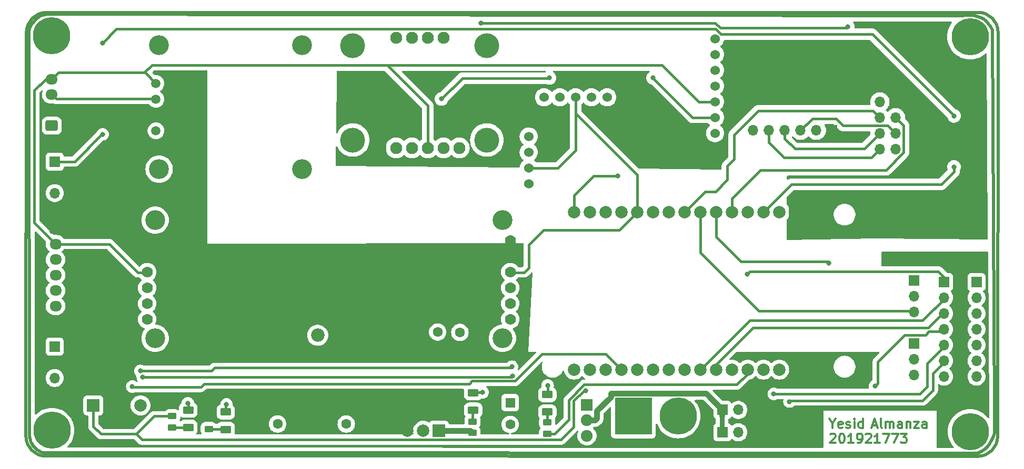
<source format=gbr>
%TF.GenerationSoftware,KiCad,Pcbnew,(7.0.0)*%
%TF.CreationDate,2023-11-24T18:14:14-05:00*%
%TF.ProjectId,C1,43312e6b-6963-4616-945f-706362585858,rev?*%
%TF.SameCoordinates,Original*%
%TF.FileFunction,Copper,L1,Top*%
%TF.FilePolarity,Positive*%
%FSLAX46Y46*%
G04 Gerber Fmt 4.6, Leading zero omitted, Abs format (unit mm)*
G04 Created by KiCad (PCBNEW (7.0.0)) date 2023-11-24 18:14:14*
%MOMM*%
%LPD*%
G01*
G04 APERTURE LIST*
G04 Aperture macros list*
%AMRoundRect*
0 Rectangle with rounded corners*
0 $1 Rounding radius*
0 $2 $3 $4 $5 $6 $7 $8 $9 X,Y pos of 4 corners*
0 Add a 4 corners polygon primitive as box body*
4,1,4,$2,$3,$4,$5,$6,$7,$8,$9,$2,$3,0*
0 Add four circle primitives for the rounded corners*
1,1,$1+$1,$2,$3*
1,1,$1+$1,$4,$5*
1,1,$1+$1,$6,$7*
1,1,$1+$1,$8,$9*
0 Add four rect primitives between the rounded corners*
20,1,$1+$1,$2,$3,$4,$5,0*
20,1,$1+$1,$4,$5,$6,$7,0*
20,1,$1+$1,$6,$7,$8,$9,0*
20,1,$1+$1,$8,$9,$2,$3,0*%
G04 Aperture macros list end*
%TA.AperFunction,NonConductor*%
%ADD10C,0.500000*%
%TD*%
%ADD11C,0.300000*%
%TA.AperFunction,NonConductor*%
%ADD12C,0.300000*%
%TD*%
%TA.AperFunction,ComponentPad*%
%ADD13C,1.600200*%
%TD*%
%TA.AperFunction,ComponentPad*%
%ADD14C,1.778000*%
%TD*%
%TA.AperFunction,ComponentPad*%
%ADD15C,2.184400*%
%TD*%
%TA.AperFunction,ComponentPad*%
%ADD16C,3.200000*%
%TD*%
%TA.AperFunction,ComponentPad*%
%ADD17C,6.000000*%
%TD*%
%TA.AperFunction,ComponentPad*%
%ADD18R,1.600000X1.600000*%
%TD*%
%TA.AperFunction,ComponentPad*%
%ADD19C,1.600000*%
%TD*%
%TA.AperFunction,ComponentPad*%
%ADD20RoundRect,0.250000X0.725000X-0.600000X0.725000X0.600000X-0.725000X0.600000X-0.725000X-0.600000X0*%
%TD*%
%TA.AperFunction,ComponentPad*%
%ADD21O,1.950000X1.700000*%
%TD*%
%TA.AperFunction,ComponentPad*%
%ADD22R,1.700000X1.700000*%
%TD*%
%TA.AperFunction,ComponentPad*%
%ADD23O,1.700000X1.700000*%
%TD*%
%TA.AperFunction,SMDPad,CuDef*%
%ADD24RoundRect,0.250000X0.450000X-0.262500X0.450000X0.262500X-0.450000X0.262500X-0.450000X-0.262500X0*%
%TD*%
%TA.AperFunction,SMDPad,CuDef*%
%ADD25RoundRect,0.250000X-0.625000X0.375000X-0.625000X-0.375000X0.625000X-0.375000X0.625000X0.375000X0*%
%TD*%
%TA.AperFunction,ComponentPad*%
%ADD26R,2.000000X2.000000*%
%TD*%
%TA.AperFunction,ComponentPad*%
%ADD27C,2.000000*%
%TD*%
%TA.AperFunction,ComponentPad*%
%ADD28R,6.000000X6.000000*%
%TD*%
%TA.AperFunction,ComponentPad*%
%ADD29R,1.900000X1.900000*%
%TD*%
%TA.AperFunction,ComponentPad*%
%ADD30C,1.900000*%
%TD*%
%TA.AperFunction,SMDPad,CuDef*%
%ADD31RoundRect,0.250000X-0.450000X0.262500X-0.450000X-0.262500X0.450000X-0.262500X0.450000X0.262500X0*%
%TD*%
%TA.AperFunction,ComponentPad*%
%ADD32RoundRect,0.250000X-0.725000X0.600000X-0.725000X-0.600000X0.725000X-0.600000X0.725000X0.600000X0*%
%TD*%
%TA.AperFunction,ComponentPad*%
%ADD33C,1.524000*%
%TD*%
%TA.AperFunction,WasherPad*%
%ADD34C,3.200000*%
%TD*%
%TA.AperFunction,ComponentPad*%
%ADD35C,1.500000*%
%TD*%
%TA.AperFunction,ComponentPad*%
%ADD36C,1.930400*%
%TD*%
%TA.AperFunction,ComponentPad*%
%ADD37C,4.000000*%
%TD*%
%TA.AperFunction,ViaPad*%
%ADD38C,0.800000*%
%TD*%
%TA.AperFunction,Conductor*%
%ADD39C,0.440000*%
%TD*%
%TA.AperFunction,Conductor*%
%ADD40C,0.900000*%
%TD*%
%TA.AperFunction,Conductor*%
%ADD41C,0.800000*%
%TD*%
%TA.AperFunction,Profile*%
%ADD42C,0.500000*%
%TD*%
G04 APERTURE END LIST*
D10*
X161382503Y-60221836D02*
X216510000Y-60280000D01*
X216960000Y-60280000D01*
X217220000Y-60280000D01*
X217510000Y-60270000D01*
X217740000Y-60270000D01*
X218200000Y-60250000D01*
X218510000Y-60240000D01*
X218810000Y-60240000D01*
X219230000Y-60230000D01*
X219760000Y-60310000D01*
X220320000Y-60440000D01*
X220770000Y-60600000D01*
X221160000Y-60830000D01*
X221550000Y-61160000D01*
X222270000Y-62010000D01*
X222610000Y-62560000D01*
X222895041Y-124352419D01*
X222895041Y-125002419D01*
X222925041Y-125372419D01*
X222905041Y-125702419D01*
X222905041Y-126082419D01*
X222905041Y-126472419D01*
X222925041Y-126932419D01*
X222875041Y-127542419D01*
X222814819Y-127896114D01*
X222685041Y-128312419D01*
X222415041Y-128822419D01*
X222055041Y-129412419D01*
X221795041Y-129702419D01*
X221425041Y-130122419D01*
X220875041Y-130462419D01*
X220190000Y-130810000D01*
X70625041Y-130752419D01*
X70205041Y-130752419D01*
X69800252Y-130704443D01*
X69460252Y-130624443D01*
X69200252Y-130504443D01*
X68810252Y-130244443D01*
X68610252Y-130074443D01*
X68360252Y-129794443D01*
X68210252Y-129634443D01*
X68040252Y-129344443D01*
X67910252Y-129114443D01*
X67800252Y-128804443D01*
X67710252Y-128394443D01*
X67670252Y-128154443D01*
X67670000Y-127820000D01*
X67670000Y-127420000D01*
X67510000Y-64590000D01*
X67510000Y-64130000D01*
X67540000Y-63740000D01*
X67540000Y-63270000D01*
X67590000Y-62850000D01*
X67650000Y-62400000D01*
X67870000Y-61820000D01*
X68050000Y-61560000D01*
X68270000Y-61280000D01*
X68550000Y-60970000D01*
X68840000Y-60730000D01*
X69050000Y-60570000D01*
X69430000Y-60340000D01*
X69720000Y-60210000D01*
X70080000Y-60110000D01*
X70500000Y-60040000D01*
X161382503Y-60221836D01*
D11*
D12*
X196852857Y-126019285D02*
X196852857Y-126733571D01*
X196352857Y-125233571D02*
X196852857Y-126019285D01*
X196852857Y-126019285D02*
X197352857Y-125233571D01*
X198424285Y-126662142D02*
X198281428Y-126733571D01*
X198281428Y-126733571D02*
X197995714Y-126733571D01*
X197995714Y-126733571D02*
X197852856Y-126662142D01*
X197852856Y-126662142D02*
X197781428Y-126519285D01*
X197781428Y-126519285D02*
X197781428Y-125947857D01*
X197781428Y-125947857D02*
X197852856Y-125805000D01*
X197852856Y-125805000D02*
X197995714Y-125733571D01*
X197995714Y-125733571D02*
X198281428Y-125733571D01*
X198281428Y-125733571D02*
X198424285Y-125805000D01*
X198424285Y-125805000D02*
X198495714Y-125947857D01*
X198495714Y-125947857D02*
X198495714Y-126090714D01*
X198495714Y-126090714D02*
X197781428Y-126233571D01*
X199067142Y-126662142D02*
X199209999Y-126733571D01*
X199209999Y-126733571D02*
X199495713Y-126733571D01*
X199495713Y-126733571D02*
X199638570Y-126662142D01*
X199638570Y-126662142D02*
X199709999Y-126519285D01*
X199709999Y-126519285D02*
X199709999Y-126447857D01*
X199709999Y-126447857D02*
X199638570Y-126305000D01*
X199638570Y-126305000D02*
X199495713Y-126233571D01*
X199495713Y-126233571D02*
X199281428Y-126233571D01*
X199281428Y-126233571D02*
X199138570Y-126162142D01*
X199138570Y-126162142D02*
X199067142Y-126019285D01*
X199067142Y-126019285D02*
X199067142Y-125947857D01*
X199067142Y-125947857D02*
X199138570Y-125805000D01*
X199138570Y-125805000D02*
X199281428Y-125733571D01*
X199281428Y-125733571D02*
X199495713Y-125733571D01*
X199495713Y-125733571D02*
X199638570Y-125805000D01*
X200352856Y-126733571D02*
X200352856Y-125733571D01*
X200352856Y-125233571D02*
X200281428Y-125305000D01*
X200281428Y-125305000D02*
X200352856Y-125376428D01*
X200352856Y-125376428D02*
X200424285Y-125305000D01*
X200424285Y-125305000D02*
X200352856Y-125233571D01*
X200352856Y-125233571D02*
X200352856Y-125376428D01*
X201710000Y-126733571D02*
X201710000Y-125233571D01*
X201710000Y-126662142D02*
X201567142Y-126733571D01*
X201567142Y-126733571D02*
X201281428Y-126733571D01*
X201281428Y-126733571D02*
X201138571Y-126662142D01*
X201138571Y-126662142D02*
X201067142Y-126590714D01*
X201067142Y-126590714D02*
X200995714Y-126447857D01*
X200995714Y-126447857D02*
X200995714Y-126019285D01*
X200995714Y-126019285D02*
X201067142Y-125876428D01*
X201067142Y-125876428D02*
X201138571Y-125805000D01*
X201138571Y-125805000D02*
X201281428Y-125733571D01*
X201281428Y-125733571D02*
X201567142Y-125733571D01*
X201567142Y-125733571D02*
X201710000Y-125805000D01*
X203252857Y-126305000D02*
X203967143Y-126305000D01*
X203110000Y-126733571D02*
X203610000Y-125233571D01*
X203610000Y-125233571D02*
X204110000Y-126733571D01*
X204824285Y-126733571D02*
X204681428Y-126662142D01*
X204681428Y-126662142D02*
X204609999Y-126519285D01*
X204609999Y-126519285D02*
X204609999Y-125233571D01*
X205395713Y-126733571D02*
X205395713Y-125733571D01*
X205395713Y-125876428D02*
X205467142Y-125805000D01*
X205467142Y-125805000D02*
X205609999Y-125733571D01*
X205609999Y-125733571D02*
X205824285Y-125733571D01*
X205824285Y-125733571D02*
X205967142Y-125805000D01*
X205967142Y-125805000D02*
X206038571Y-125947857D01*
X206038571Y-125947857D02*
X206038571Y-126733571D01*
X206038571Y-125947857D02*
X206109999Y-125805000D01*
X206109999Y-125805000D02*
X206252856Y-125733571D01*
X206252856Y-125733571D02*
X206467142Y-125733571D01*
X206467142Y-125733571D02*
X206609999Y-125805000D01*
X206609999Y-125805000D02*
X206681428Y-125947857D01*
X206681428Y-125947857D02*
X206681428Y-126733571D01*
X208038571Y-126733571D02*
X208038571Y-125947857D01*
X208038571Y-125947857D02*
X207967142Y-125805000D01*
X207967142Y-125805000D02*
X207824285Y-125733571D01*
X207824285Y-125733571D02*
X207538571Y-125733571D01*
X207538571Y-125733571D02*
X207395713Y-125805000D01*
X208038571Y-126662142D02*
X207895713Y-126733571D01*
X207895713Y-126733571D02*
X207538571Y-126733571D01*
X207538571Y-126733571D02*
X207395713Y-126662142D01*
X207395713Y-126662142D02*
X207324285Y-126519285D01*
X207324285Y-126519285D02*
X207324285Y-126376428D01*
X207324285Y-126376428D02*
X207395713Y-126233571D01*
X207395713Y-126233571D02*
X207538571Y-126162142D01*
X207538571Y-126162142D02*
X207895713Y-126162142D01*
X207895713Y-126162142D02*
X208038571Y-126090714D01*
X208752856Y-125733571D02*
X208752856Y-126733571D01*
X208752856Y-125876428D02*
X208824285Y-125805000D01*
X208824285Y-125805000D02*
X208967142Y-125733571D01*
X208967142Y-125733571D02*
X209181428Y-125733571D01*
X209181428Y-125733571D02*
X209324285Y-125805000D01*
X209324285Y-125805000D02*
X209395714Y-125947857D01*
X209395714Y-125947857D02*
X209395714Y-126733571D01*
X209967142Y-125733571D02*
X210752857Y-125733571D01*
X210752857Y-125733571D02*
X209967142Y-126733571D01*
X209967142Y-126733571D02*
X210752857Y-126733571D01*
X211967143Y-126733571D02*
X211967143Y-125947857D01*
X211967143Y-125947857D02*
X211895714Y-125805000D01*
X211895714Y-125805000D02*
X211752857Y-125733571D01*
X211752857Y-125733571D02*
X211467143Y-125733571D01*
X211467143Y-125733571D02*
X211324285Y-125805000D01*
X211967143Y-126662142D02*
X211824285Y-126733571D01*
X211824285Y-126733571D02*
X211467143Y-126733571D01*
X211467143Y-126733571D02*
X211324285Y-126662142D01*
X211324285Y-126662142D02*
X211252857Y-126519285D01*
X211252857Y-126519285D02*
X211252857Y-126376428D01*
X211252857Y-126376428D02*
X211324285Y-126233571D01*
X211324285Y-126233571D02*
X211467143Y-126162142D01*
X211467143Y-126162142D02*
X211824285Y-126162142D01*
X211824285Y-126162142D02*
X211967143Y-126090714D01*
X196495714Y-127806428D02*
X196567142Y-127735000D01*
X196567142Y-127735000D02*
X196710000Y-127663571D01*
X196710000Y-127663571D02*
X197067142Y-127663571D01*
X197067142Y-127663571D02*
X197210000Y-127735000D01*
X197210000Y-127735000D02*
X197281428Y-127806428D01*
X197281428Y-127806428D02*
X197352857Y-127949285D01*
X197352857Y-127949285D02*
X197352857Y-128092142D01*
X197352857Y-128092142D02*
X197281428Y-128306428D01*
X197281428Y-128306428D02*
X196424285Y-129163571D01*
X196424285Y-129163571D02*
X197352857Y-129163571D01*
X198281428Y-127663571D02*
X198424285Y-127663571D01*
X198424285Y-127663571D02*
X198567142Y-127735000D01*
X198567142Y-127735000D02*
X198638571Y-127806428D01*
X198638571Y-127806428D02*
X198709999Y-127949285D01*
X198709999Y-127949285D02*
X198781428Y-128235000D01*
X198781428Y-128235000D02*
X198781428Y-128592142D01*
X198781428Y-128592142D02*
X198709999Y-128877857D01*
X198709999Y-128877857D02*
X198638571Y-129020714D01*
X198638571Y-129020714D02*
X198567142Y-129092142D01*
X198567142Y-129092142D02*
X198424285Y-129163571D01*
X198424285Y-129163571D02*
X198281428Y-129163571D01*
X198281428Y-129163571D02*
X198138571Y-129092142D01*
X198138571Y-129092142D02*
X198067142Y-129020714D01*
X198067142Y-129020714D02*
X197995713Y-128877857D01*
X197995713Y-128877857D02*
X197924285Y-128592142D01*
X197924285Y-128592142D02*
X197924285Y-128235000D01*
X197924285Y-128235000D02*
X197995713Y-127949285D01*
X197995713Y-127949285D02*
X198067142Y-127806428D01*
X198067142Y-127806428D02*
X198138571Y-127735000D01*
X198138571Y-127735000D02*
X198281428Y-127663571D01*
X200209999Y-129163571D02*
X199352856Y-129163571D01*
X199781427Y-129163571D02*
X199781427Y-127663571D01*
X199781427Y-127663571D02*
X199638570Y-127877857D01*
X199638570Y-127877857D02*
X199495713Y-128020714D01*
X199495713Y-128020714D02*
X199352856Y-128092142D01*
X200924284Y-129163571D02*
X201209998Y-129163571D01*
X201209998Y-129163571D02*
X201352855Y-129092142D01*
X201352855Y-129092142D02*
X201424284Y-129020714D01*
X201424284Y-129020714D02*
X201567141Y-128806428D01*
X201567141Y-128806428D02*
X201638570Y-128520714D01*
X201638570Y-128520714D02*
X201638570Y-127949285D01*
X201638570Y-127949285D02*
X201567141Y-127806428D01*
X201567141Y-127806428D02*
X201495713Y-127735000D01*
X201495713Y-127735000D02*
X201352855Y-127663571D01*
X201352855Y-127663571D02*
X201067141Y-127663571D01*
X201067141Y-127663571D02*
X200924284Y-127735000D01*
X200924284Y-127735000D02*
X200852855Y-127806428D01*
X200852855Y-127806428D02*
X200781427Y-127949285D01*
X200781427Y-127949285D02*
X200781427Y-128306428D01*
X200781427Y-128306428D02*
X200852855Y-128449285D01*
X200852855Y-128449285D02*
X200924284Y-128520714D01*
X200924284Y-128520714D02*
X201067141Y-128592142D01*
X201067141Y-128592142D02*
X201352855Y-128592142D01*
X201352855Y-128592142D02*
X201495713Y-128520714D01*
X201495713Y-128520714D02*
X201567141Y-128449285D01*
X201567141Y-128449285D02*
X201638570Y-128306428D01*
X202209998Y-127806428D02*
X202281426Y-127735000D01*
X202281426Y-127735000D02*
X202424284Y-127663571D01*
X202424284Y-127663571D02*
X202781426Y-127663571D01*
X202781426Y-127663571D02*
X202924284Y-127735000D01*
X202924284Y-127735000D02*
X202995712Y-127806428D01*
X202995712Y-127806428D02*
X203067141Y-127949285D01*
X203067141Y-127949285D02*
X203067141Y-128092142D01*
X203067141Y-128092142D02*
X202995712Y-128306428D01*
X202995712Y-128306428D02*
X202138569Y-129163571D01*
X202138569Y-129163571D02*
X203067141Y-129163571D01*
X204495712Y-129163571D02*
X203638569Y-129163571D01*
X204067140Y-129163571D02*
X204067140Y-127663571D01*
X204067140Y-127663571D02*
X203924283Y-127877857D01*
X203924283Y-127877857D02*
X203781426Y-128020714D01*
X203781426Y-128020714D02*
X203638569Y-128092142D01*
X204995711Y-127663571D02*
X205995711Y-127663571D01*
X205995711Y-127663571D02*
X205352854Y-129163571D01*
X206424282Y-127663571D02*
X207424282Y-127663571D01*
X207424282Y-127663571D02*
X206781425Y-129163571D01*
X207852853Y-127663571D02*
X208781425Y-127663571D01*
X208781425Y-127663571D02*
X208281425Y-128235000D01*
X208281425Y-128235000D02*
X208495710Y-128235000D01*
X208495710Y-128235000D02*
X208638568Y-128306428D01*
X208638568Y-128306428D02*
X208709996Y-128377857D01*
X208709996Y-128377857D02*
X208781425Y-128520714D01*
X208781425Y-128520714D02*
X208781425Y-128877857D01*
X208781425Y-128877857D02*
X208709996Y-129020714D01*
X208709996Y-129020714D02*
X208638568Y-129092142D01*
X208638568Y-129092142D02*
X208495710Y-129163571D01*
X208495710Y-129163571D02*
X208067139Y-129163571D01*
X208067139Y-129163571D02*
X207924282Y-129092142D01*
X207924282Y-129092142D02*
X207852853Y-129020714D01*
D13*
%TO.P,J4,+*%
%TO.N,N/C*%
X133316000Y-111282000D03*
%TO.P,J4,-*%
X136884000Y-111332000D03*
D14*
%TO.P,J4,1,Pin_1*%
%TO.N,+5V*%
X145000000Y-96550000D03*
X86580000Y-96550000D03*
%TO.P,J4,2,Pin_2*%
X145000000Y-99090000D03*
D15*
X117506000Y-111795000D03*
D14*
X86580000Y-99090000D03*
%TO.P,J4,3,Pin_3*%
%TO.N,SDA*%
X145000000Y-101630000D03*
X86580000Y-101630000D03*
%TO.P,J4,4,Pin_4*%
%TO.N,SCL*%
X145000000Y-104170000D03*
X86580000Y-104170000D03*
%TO.P,J4,5,Pin_5*%
%TO.N,unconnected-(J4-Pin_5-Pad5)*%
X145000000Y-106710000D03*
X86580000Y-106710000D03*
%TO.P,J4,6,Pin_6*%
%TO.N,Earth*%
X145000000Y-109250000D03*
D15*
X114006000Y-111795000D03*
D14*
X86580000Y-109250000D03*
D16*
%TO.P,J4,P$1*%
%TO.N,N/C*%
X143730000Y-112298000D03*
X143730000Y-93248000D03*
X87850000Y-112298000D03*
X87850000Y-93248000D03*
%TD*%
D17*
%TO.P,H2,1*%
%TO.N,N/C*%
X71250000Y-127130000D03*
%TD*%
D18*
%TO.P,C1,1*%
%TO.N,VCC*%
X144979999Y-122679999D03*
D19*
%TO.P,C1,2*%
%TO.N,Earth*%
X144980000Y-126180000D03*
%TD*%
D20*
%TO.P,LIDAR1,1,Pin_1*%
%TO.N,Earth*%
X71230000Y-78015000D03*
D21*
%TO.P,LIDAR1,2,Pin_2*%
%TO.N,+5V*%
X71229999Y-75514999D03*
%TO.P,LIDAR1,3,Pin_3*%
%TO.N,SCL*%
X71229999Y-73014999D03*
%TO.P,LIDAR1,4,Pin_4*%
%TO.N,SDA*%
X71229999Y-70514999D03*
%TD*%
D22*
%TO.P,J1,1,Pin_1*%
%TO.N,ch1*%
X214789999Y-103219999D03*
D23*
%TO.P,J1,2,Pin_2*%
%TO.N,ch2*%
X214789999Y-105759999D03*
%TO.P,J1,3,Pin_3*%
%TO.N,ch3*%
X214789999Y-108299999D03*
%TO.P,J1,4,Pin_4*%
%TO.N,ch4*%
X214789999Y-110839999D03*
%TO.P,J1,5,Pin_5*%
%TO.N,ch5*%
X214789999Y-113379999D03*
%TO.P,J1,6,Pin_6*%
%TO.N,ch6*%
X214789999Y-115919999D03*
%TO.P,J1,7,Pin_7*%
%TO.N,unconnected-(J1-Pin_7-Pad7)*%
X214789999Y-118459999D03*
%TD*%
D22*
%TO.P,Encoder1,1,Pin_1*%
%TO.N,15*%
X71699999Y-83809999D03*
D23*
%TO.P,Encoder1,2,Pin_2*%
%TO.N,+5V*%
X71699999Y-86349999D03*
%TO.P,Encoder1,3,Pin_3*%
%TO.N,Earth*%
X71699999Y-88889999D03*
%TD*%
D22*
%TO.P,J5,1,Pin_1*%
%TO.N,+5V*%
X217359999Y-103219999D03*
D23*
%TO.P,J5,2,Pin_2*%
X217359999Y-105759999D03*
%TO.P,J5,3,Pin_3*%
X217359999Y-108299999D03*
%TO.P,J5,4,Pin_4*%
X217359999Y-110839999D03*
%TO.P,J5,5,Pin_5*%
X217359999Y-113379999D03*
%TO.P,J5,6,Pin_6*%
X217359999Y-115919999D03*
%TO.P,J5,7,Pin_7*%
X217359999Y-118459999D03*
%TD*%
D24*
%TO.P,R3,1*%
%TO.N,D12*%
X150930000Y-127662500D03*
%TO.P,R3,2*%
%TO.N,Net-(D3-A)*%
X150930000Y-125837500D03*
%TD*%
D18*
%TO.P,C3,1*%
%TO.N,+5V*%
X107559999Y-122614999D03*
D19*
%TO.P,C3,2*%
%TO.N,Earth*%
X107560000Y-126115000D03*
%TD*%
D25*
%TO.P,D1,1,K*%
%TO.N,Earth*%
X139030000Y-121080000D03*
%TO.P,D1,2,A*%
%TO.N,Net-(D1-A)*%
X139030000Y-123880000D03*
%TD*%
D22*
%TO.P,TX2,1,Pin_1*%
%TO.N,unconnected-(TX2-Pin_1-Pad1)*%
X209989999Y-102959999D03*
D23*
%TO.P,TX2,2,Pin_2*%
%TO.N,unconnected-(TX2-Pin_2-Pad2)*%
X209989999Y-105499999D03*
%TO.P,TX2,3,Pin_3*%
%TO.N,TX2*%
X209989999Y-108039999D03*
%TD*%
D17*
%TO.P,H3,1*%
%TO.N,N/C*%
X218990000Y-127320000D03*
%TD*%
D25*
%TO.P,D2,1,K*%
%TO.N,Earth*%
X99210000Y-124180000D03*
%TO.P,D2,2,A*%
%TO.N,Net-(D2-A)*%
X99210000Y-126980000D03*
%TD*%
D26*
%TO.P,U1,1,Vin+*%
%TO.N,VCC*%
X133519999Y-127184999D03*
D27*
%TO.P,U1,2,GND*%
%TO.N,Earth*%
X130980000Y-127185000D03*
%TO.P,U1,3,Vo+*%
%TO.N,+5V*%
X128440000Y-127185000D03*
%TD*%
D17*
%TO.P,J8,N,NEG*%
%TO.N,Earth*%
X172000000Y-124820000D03*
D28*
%TO.P,J8,P,POS*%
%TO.N,Net-(J8-POS)*%
X164799999Y-124819999D03*
%TD*%
D29*
%TO.P,SW2,1,A*%
%TO.N,unconnected-(SW2-A-Pad1)*%
X157329999Y-122999999D03*
D30*
%TO.P,SW2,2,B*%
%TO.N,VCC*%
X157330000Y-125500000D03*
%TO.P,SW2,3,C*%
%TO.N,Net-(J8-POS)*%
X157330000Y-128000000D03*
%TD*%
D25*
%TO.P,D3,1,K*%
%TO.N,Earth*%
X150970000Y-121380000D03*
%TO.P,D3,2,A*%
%TO.N,Net-(D3-A)*%
X150970000Y-124180000D03*
%TD*%
D31*
%TO.P,R4,1*%
%TO.N,VP*%
X90590000Y-124857500D03*
%TO.P,R4,2*%
%TO.N,Net-(D4-A)*%
X90590000Y-126682500D03*
%TD*%
D26*
%TO.P,BZ1,1,-*%
%TO.N,VP*%
X77909999Y-123109999D03*
D27*
%TO.P,BZ1,2,+*%
%TO.N,Earth*%
X85510000Y-123110000D03*
%TD*%
D17*
%TO.P,H4,1*%
%TO.N,N/C*%
X218990000Y-63650000D03*
%TD*%
D22*
%TO.P,J10,1,Pin_1*%
%TO.N,VCC*%
X179144999Y-127439999D03*
D23*
%TO.P,J10,2,Pin_2*%
%TO.N,Earth*%
X181684999Y-127439999D03*
%TD*%
D32*
%TO.P,GPS-M10Q5883,1,Pin_1*%
%TO.N,+5V*%
X71830000Y-94595000D03*
D21*
%TO.P,GPS-M10Q5883,2,Pin_2*%
%TO.N,SDA*%
X71829999Y-97094999D03*
%TO.P,GPS-M10Q5883,3,Pin_3*%
%TO.N,SCL*%
X71829999Y-99594999D03*
%TO.P,GPS-M10Q5883,4,Pin_4*%
%TO.N,TX0*%
X71829999Y-102094999D03*
%TO.P,GPS-M10Q5883,5,Pin_5*%
%TO.N,RX0*%
X71829999Y-104594999D03*
%TO.P,GPS-M10Q5883,6,Pin_6*%
%TO.N,Earth*%
X71829999Y-107094999D03*
%TD*%
D18*
%TO.P,C2,1*%
%TO.N,+5V*%
X118609999Y-122612348D03*
D19*
%TO.P,C2,2*%
%TO.N,Earth*%
X118610000Y-126112349D03*
%TD*%
D22*
%TO.P,NRF24L1,1,Pin_1*%
%TO.N,+3.3V*%
X206999999Y-74179999D03*
D23*
%TO.P,NRF24L1,2,Pin_2*%
%TO.N,Earth*%
X204459999Y-74179999D03*
%TO.P,NRF24L1,3,Pin_3*%
%TO.N,CNS*%
X206999999Y-76719999D03*
%TO.P,NRF24L1,4,Pin_4*%
%TO.N,CE*%
X204459999Y-76719999D03*
%TO.P,NRF24L1,5,Pin_5*%
%TO.N,MOSI*%
X206999999Y-79259999D03*
%TO.P,NRF24L1,6,Pin_6*%
%TO.N,SCK*%
X204459999Y-79259999D03*
%TO.P,NRF24L1,7,Pin_7*%
%TO.N,unconnected-(NRF24L1-Pin_7-Pad7)*%
X206999999Y-81799999D03*
%TO.P,NRF24L1,8,Pin_8*%
%TO.N,MISO*%
X204459999Y-81799999D03*
%TD*%
D33*
%TO.P,BMP280,1,Pin_1*%
%TO.N,+3.3V*%
X147893000Y-73438000D03*
%TO.P,BMP280,2,Pin_2*%
%TO.N,Earth*%
X150433000Y-73438000D03*
%TO.P,BMP280,3,Pin_3*%
%TO.N,SCL*%
X152973000Y-73438000D03*
%TO.P,BMP280,4,Pin_4*%
%TO.N,SDA*%
X155513000Y-73438000D03*
%TO.P,BMP280,5,Pin_5*%
%TO.N,unconnected-(BMP280-Pin_5-Pad5)*%
X158053000Y-73438000D03*
%TO.P,BMP280,6,Pin_6*%
%TO.N,unconnected-(BMP280-Pin_6-Pad6)*%
X160593000Y-73438000D03*
%TD*%
D31*
%TO.P,R2,1*%
%TO.N,+5V*%
X96470000Y-125067500D03*
%TO.P,R2,2*%
%TO.N,Net-(D2-A)*%
X96470000Y-126892500D03*
%TD*%
D22*
%TO.P,Pitot1,1,Pin_1*%
%TO.N,34*%
X71689999Y-113619999D03*
D23*
%TO.P,Pitot1,2,Pin_2*%
%TO.N,+5V*%
X71689999Y-116159999D03*
%TO.P,Pitot1,3,Pin_3*%
%TO.N,Earth*%
X71689999Y-118699999D03*
%TD*%
D24*
%TO.P,R1,1*%
%TO.N,VCC*%
X138920000Y-127552500D03*
%TO.P,R1,2*%
%TO.N,Net-(D1-A)*%
X138920000Y-125727500D03*
%TD*%
D34*
%TO.P,Oled1,*%
%TO.N,*%
X88490000Y-85025000D03*
X111490000Y-85025000D03*
X88490000Y-65025000D03*
X111490000Y-65025000D03*
D35*
%TO.P,Oled1,1,Pin_1*%
%TO.N,Earth*%
X87990000Y-78835000D03*
%TO.P,Oled1,2,Pin_2*%
%TO.N,+5V*%
X87990000Y-76295000D03*
%TO.P,Oled1,3,Pin_3*%
%TO.N,SCL*%
X87990000Y-73755000D03*
%TO.P,Oled1,4,Pin_4*%
%TO.N,SDA*%
X87990000Y-71215000D03*
%TD*%
D22*
%TO.P,J6,1,Pin_1*%
%TO.N,Earth*%
X220019999Y-103219999D03*
D23*
%TO.P,J6,2,Pin_2*%
X220019999Y-105759999D03*
%TO.P,J6,3,Pin_3*%
X220019999Y-108299999D03*
%TO.P,J6,4,Pin_4*%
X220019999Y-110839999D03*
%TO.P,J6,5,Pin_5*%
X220019999Y-113379999D03*
%TO.P,J6,6,Pin_6*%
X220019999Y-115919999D03*
%TO.P,J6,7,Pin_7*%
X220019999Y-118459999D03*
%TD*%
D26*
%TO.P,U2,1,3V3*%
%TO.N,+3.3V*%
X190819999Y-91939999D03*
D27*
%TO.P,U2,2,GND*%
%TO.N,Earth*%
X188280000Y-91940000D03*
%TO.P,U2,3,D15*%
%TO.N,15*%
X185740000Y-91940000D03*
%TO.P,U2,4,D2*%
%TO.N,CS1*%
X183200000Y-91940000D03*
%TO.P,U2,5,D4*%
%TO.N,CNS*%
X180660000Y-91940000D03*
%TO.P,U2,6,RX2*%
%TO.N,RX2*%
X178120000Y-91940000D03*
%TO.P,U2,7,TX2*%
%TO.N,TX2*%
X175580000Y-91940000D03*
%TO.P,U2,8,D5*%
%TO.N,CE*%
X173040000Y-91940000D03*
%TO.P,U2,9,D18*%
%TO.N,SCK*%
X170500000Y-91940000D03*
%TO.P,U2,10,D19*%
%TO.N,MISO*%
X167960000Y-91940000D03*
%TO.P,U2,11,D21*%
%TO.N,SDA*%
X165420000Y-91940000D03*
%TO.P,U2,12,RX0*%
%TO.N,RX0*%
X162880000Y-91940000D03*
%TO.P,U2,13,TX0*%
%TO.N,TX0*%
X160340000Y-91940000D03*
%TO.P,U2,14,D22*%
%TO.N,SCL*%
X157800000Y-91940000D03*
%TO.P,U2,15,D23*%
%TO.N,MOSI*%
X155260000Y-91940000D03*
%TO.P,U2,16,EN*%
%TO.N,unconnected-(U2-EN-Pad16)*%
X155260000Y-117340000D03*
%TO.P,U2,17,VP*%
%TO.N,VP*%
X157800000Y-117340000D03*
%TO.P,U2,18,VN*%
%TO.N,unconnected-(U2-VN-Pad18)*%
X160340000Y-117340000D03*
%TO.P,U2,19,D34*%
%TO.N,34*%
X162880000Y-117340000D03*
%TO.P,U2,20,D35*%
%TO.N,ch6*%
X165420000Y-117340000D03*
%TO.P,U2,21,D32*%
%TO.N,ch4*%
X167960000Y-117340000D03*
%TO.P,U2,22,D33*%
%TO.N,ch5*%
X170500000Y-117340000D03*
%TO.P,U2,23,D25*%
%TO.N,ch1*%
X173040000Y-117340000D03*
%TO.P,U2,24,D26*%
%TO.N,ch2*%
X175580000Y-117340000D03*
%TO.P,U2,25,D27*%
%TO.N,ch3*%
X178120000Y-117340000D03*
%TO.P,U2,26,D14*%
%TO.N,INT*%
X180660000Y-117340000D03*
%TO.P,U2,27,D12*%
%TO.N,D12*%
X183200000Y-117340000D03*
%TO.P,U2,28,D13*%
%TO.N,ADR*%
X185740000Y-117340000D03*
%TO.P,U2,29,GND*%
%TO.N,Earth*%
X188280000Y-117340000D03*
%TO.P,U2,30,VIN*%
%TO.N,+5V*%
X190820000Y-117340000D03*
%TD*%
D36*
%TO.P,J3,1,Pin_1*%
%TO.N,+3.3V*%
X124086200Y-81595300D03*
%TO.P,J3,2,Pin_2*%
%TO.N,unconnected-(J3-Pin_2-Pad2)*%
X126626200Y-81595300D03*
%TO.P,J3,3,Pin_3*%
%TO.N,Earth*%
X129166200Y-81595300D03*
%TO.P,J3,4,Pin_4*%
%TO.N,SDA*%
X131706200Y-81595300D03*
%TO.P,J3,5,Pin_5*%
%TO.N,SCL*%
X134246200Y-81595300D03*
%TO.P,J3,6,Pin_6*%
%TO.N,unconnected-(J3-Pin_6-Pad6)*%
X136786200Y-81595300D03*
%TO.P,J3,7,Pin_7*%
%TO.N,unconnected-(J3-Pin_7-Pad7)*%
X126626200Y-63815300D03*
%TO.P,J3,8,Pin_8*%
%TO.N,unconnected-(J3-Pin_8-Pad8)*%
X129166200Y-63815300D03*
%TO.P,J3,9,Pin_9*%
%TO.N,INT*%
X131706200Y-63815300D03*
%TO.P,J3,10,Pin_10*%
%TO.N,ADR*%
X134246200Y-63815300D03*
D37*
%TO.P,J3,P$1*%
%TO.N,N/C*%
X119641200Y-65085300D03*
X119641200Y-80325300D03*
X141231200Y-65085300D03*
X141231200Y-80325300D03*
%TD*%
D25*
%TO.P,D4,1,K*%
%TO.N,Earth*%
X93190000Y-123870000D03*
%TO.P,D4,2,A*%
%TO.N,Net-(D4-A)*%
X93190000Y-126670000D03*
%TD*%
D22*
%TO.P,J9,1,Pin_1*%
%TO.N,VCC*%
X179149999Y-123834999D03*
D23*
%TO.P,J9,2,Pin_2*%
%TO.N,Earth*%
X181689999Y-123834999D03*
%TD*%
D33*
%TO.P,Gy-271,1,Pin_1*%
%TO.N,+3.3V*%
X147962000Y-77222000D03*
%TO.P,Gy-271,2,Pin_2*%
%TO.N,Earth*%
X147962000Y-79762000D03*
%TO.P,Gy-271,3,Pin_3*%
%TO.N,SCL*%
X147962000Y-82302000D03*
%TO.P,Gy-271,4,Pin_4*%
%TO.N,SDA*%
X147962000Y-84842000D03*
%TO.P,Gy-271,5,Pin_5*%
%TO.N,unconnected-(Gy-271-Pin_5-Pad5)*%
X147962000Y-87382000D03*
%TD*%
%TO.P,J7,1,Pin_1*%
%TO.N,+3.3V*%
X177945000Y-81768000D03*
%TO.P,J7,2,Pin_2*%
%TO.N,Earth*%
X177945000Y-79228000D03*
%TO.P,J7,3,Pin_3*%
%TO.N,SCL*%
X177945000Y-76688000D03*
%TO.P,J7,4,Pin_4*%
%TO.N,SDA*%
X177945000Y-74148000D03*
%TO.P,J7,5,Pin_5*%
%TO.N,unconnected-(J7-Pin_5-Pad5)*%
X177945000Y-71608000D03*
%TO.P,J7,6,Pin_6*%
%TO.N,unconnected-(J7-Pin_6-Pad6)*%
X177945000Y-69068000D03*
%TO.P,J7,7,Pin_7*%
%TO.N,unconnected-(J7-Pin_7-Pad7)*%
X177945000Y-66528000D03*
%TO.P,J7,8,Pin_8*%
%TO.N,unconnected-(J7-Pin_8-Pad8)*%
X177945000Y-63988000D03*
%TD*%
D17*
%TO.P,H1,1*%
%TO.N,N/C*%
X71150000Y-63530000D03*
%TD*%
D22*
%TO.P,RX1,1,Pin_1*%
%TO.N,unconnected-(RX1-Pin_1-Pad1)*%
X209989999Y-113139999D03*
D23*
%TO.P,RX1,2,Pin_2*%
%TO.N,unconnected-(RX1-Pin_2-Pad2)*%
X209989999Y-115679999D03*
%TO.P,RX1,3,Pin_3*%
%TO.N,RX2*%
X209989999Y-118219999D03*
%TD*%
D22*
%TO.P,J2,1,Pin_1*%
%TO.N,+3.3V*%
X196789999Y-78764999D03*
D23*
%TO.P,J2,2,Pin_2*%
%TO.N,CS1*%
X194249999Y-78764999D03*
%TO.P,J2,3,Pin_3*%
%TO.N,MOSI*%
X191709999Y-78764999D03*
%TO.P,J2,4,Pin_4*%
%TO.N,SCK*%
X189169999Y-78764999D03*
%TO.P,J2,5,Pin_5*%
%TO.N,MISO*%
X186629999Y-78764999D03*
%TO.P,J2,6,Pin_6*%
%TO.N,Earth*%
X184089999Y-78764999D03*
%TD*%
D38*
%TO.N,+3.3V*%
X196730000Y-73130000D03*
%TO.N,Earth*%
X93120000Y-122760000D03*
X140560000Y-121000000D03*
X99340000Y-122950000D03*
X151000000Y-119870000D03*
%TO.N,SCL*%
X133930000Y-73710000D03*
X151290000Y-70310000D03*
X167990000Y-70310000D03*
%TO.N,TX0*%
X145270000Y-116880500D03*
X85460000Y-117550000D03*
%TO.N,RX0*%
X85850000Y-118560000D03*
X145390525Y-118360500D03*
%TO.N,ch1*%
X183080000Y-101920000D03*
%TO.N,ch4*%
X203650000Y-120000000D03*
%TO.N,ch5*%
X187390000Y-121260000D03*
%TO.N,ch6*%
X189910000Y-122490000D03*
%TO.N,34*%
X84160000Y-120080000D03*
%TO.N,RX2*%
X196230000Y-100190000D03*
%TO.N,MOSI*%
X162320000Y-86120000D03*
%TO.N,15*%
X79390000Y-64670000D03*
X216400000Y-84680000D03*
X216380000Y-76430000D03*
X79400000Y-79410000D03*
%TO.N,INT*%
X199310000Y-62080000D03*
X140250000Y-61450000D03*
%TO.N,VP*%
X157109475Y-120709475D03*
%TD*%
D39*
%TO.N,SDA*%
X80465000Y-97095000D02*
X85040000Y-101670000D01*
X71830000Y-97095000D02*
X80465000Y-97095000D01*
X85040000Y-101670000D02*
X86480000Y-101670000D01*
%TO.N,ch3*%
X184080000Y-110570000D02*
X178120000Y-116530000D01*
X212240000Y-110570000D02*
X184080000Y-110570000D01*
X178120000Y-116530000D02*
X178120000Y-117340000D01*
X214790000Y-108300000D02*
X214510000Y-108300000D01*
X214510000Y-108300000D02*
X212240000Y-110570000D01*
%TO.N,Earth*%
X93190000Y-123870000D02*
X93190000Y-122830000D01*
X99180000Y-124170000D02*
X99180000Y-123110000D01*
X140560000Y-121000000D02*
X139490000Y-121000000D01*
X99180000Y-123110000D02*
X99340000Y-122950000D01*
X151050000Y-120960000D02*
X151050000Y-119920000D01*
X93190000Y-122830000D02*
X93120000Y-122760000D01*
X151050000Y-119920000D02*
X151000000Y-119870000D01*
X139490000Y-121000000D02*
X139060000Y-121430000D01*
%TO.N,SCL*%
X71230000Y-73015000D02*
X71925000Y-73710000D01*
X137280000Y-70360000D02*
X133930000Y-73710000D01*
X87945000Y-73710000D02*
X87990000Y-73755000D01*
X151290000Y-70310000D02*
X151240000Y-70360000D01*
X174338000Y-76688000D02*
X177945000Y-76688000D01*
X167990000Y-70310000D02*
X167990000Y-70340000D01*
X167990000Y-70340000D02*
X174338000Y-76688000D01*
X151240000Y-70360000D02*
X137280000Y-70360000D01*
X71925000Y-73710000D02*
X87945000Y-73710000D01*
%TO.N,SDA*%
X68410000Y-93675000D02*
X68410000Y-72330000D01*
X71230000Y-70515000D02*
X72265000Y-69480000D01*
X72265000Y-69480000D02*
X85740000Y-69480000D01*
X124520000Y-68250000D02*
X125170000Y-68250000D01*
X86120000Y-69480000D02*
X87350000Y-68250000D01*
X70225000Y-70515000D02*
X71230000Y-70515000D01*
X169440000Y-68250000D02*
X175338000Y-74148000D01*
X125170000Y-68250000D02*
X131706200Y-74786200D01*
X155513000Y-76053000D02*
X165420000Y-85960000D01*
X131706200Y-74786200D02*
X131706200Y-81595300D01*
X162530000Y-94830000D02*
X165420000Y-91940000D01*
X68410000Y-72330000D02*
X70225000Y-70515000D01*
X147240000Y-101670000D02*
X144900000Y-101670000D01*
X124520000Y-68250000D02*
X152710000Y-68250000D01*
X147990000Y-97230000D02*
X150390000Y-94830000D01*
X175338000Y-74148000D02*
X177945000Y-74148000D01*
X71830000Y-97095000D02*
X68410000Y-93675000D01*
X85740000Y-69480000D02*
X86120000Y-69480000D01*
X87350000Y-68250000D02*
X124520000Y-68250000D01*
X165420000Y-85960000D02*
X165420000Y-91940000D01*
X152710000Y-68250000D02*
X169440000Y-68250000D01*
X155513000Y-73438000D02*
X155513000Y-76053000D01*
X155513000Y-73438000D02*
X155513000Y-81997000D01*
X155513000Y-81997000D02*
X152668000Y-84842000D01*
X150390000Y-94830000D02*
X162530000Y-94830000D01*
X152668000Y-84842000D02*
X147962000Y-84842000D01*
X147990000Y-100920000D02*
X147990000Y-97230000D01*
X85740000Y-69480000D02*
X86255000Y-69480000D01*
X147990000Y-100920000D02*
X147240000Y-101670000D01*
X86255000Y-69480000D02*
X87990000Y-71215000D01*
D40*
%TO.N,VCC*%
X161150000Y-121170000D02*
X176485000Y-121170000D01*
X161150000Y-121740000D02*
X161150000Y-121170000D01*
X138552500Y-127185000D02*
X138920000Y-127552500D01*
X158930000Y-125243502D02*
X158930000Y-123960000D01*
D41*
X179070000Y-127365000D02*
X179070000Y-124805000D01*
X179145000Y-127440000D02*
X179070000Y-127365000D01*
D40*
X157330000Y-125500000D02*
X158673502Y-125500000D01*
X179075000Y-123760000D02*
X179075000Y-124800000D01*
X133520000Y-127185000D02*
X138552500Y-127185000D01*
D41*
X179070000Y-124805000D02*
X179075000Y-124800000D01*
D40*
X176485000Y-121170000D02*
X179075000Y-123760000D01*
X158930000Y-123960000D02*
X161150000Y-121740000D01*
X158673502Y-125500000D02*
X158930000Y-125243502D01*
D39*
%TO.N,Net-(D1-A)*%
X138920000Y-124370000D02*
X139060000Y-124230000D01*
X138920000Y-125727500D02*
X138920000Y-124370000D01*
%TO.N,Net-(D2-A)*%
X96470000Y-126892500D02*
X99102500Y-126892500D01*
X99102500Y-126892500D02*
X99180000Y-126970000D01*
%TO.N,Net-(D3-A)*%
X150910000Y-125757500D02*
X150910000Y-123900000D01*
%TO.N,TX0*%
X97404903Y-117060000D02*
X96914904Y-117550000D01*
X96914904Y-117550000D02*
X85460000Y-117550000D01*
X145270000Y-116990000D02*
X145200000Y-117060000D01*
X145200000Y-117060000D02*
X97404903Y-117060000D01*
X145270000Y-116880500D02*
X145270000Y-116990000D01*
%TO.N,RX0*%
X145211025Y-118540000D02*
X145390525Y-118360500D01*
X138605247Y-118540000D02*
X145211025Y-118540000D01*
X85870000Y-118540000D02*
X138605247Y-118540000D01*
X85850000Y-118560000D02*
X85870000Y-118540000D01*
%TO.N,ch1*%
X183500000Y-101500000D02*
X183080000Y-101920000D01*
X215290000Y-102930000D02*
X213860000Y-101500000D01*
X213860000Y-101500000D02*
X183500000Y-101500000D01*
%TO.N,ch2*%
X211350000Y-109410000D02*
X183510000Y-109410000D01*
X215290000Y-105470000D02*
X211350000Y-109410000D01*
X183510000Y-109410000D02*
X175580000Y-117340000D01*
%TO.N,ch4*%
X208410000Y-111780000D02*
X204110000Y-116080000D01*
X212350000Y-111210000D02*
X211780000Y-111780000D01*
X204110000Y-119540000D02*
X203650000Y-120000000D01*
X214630000Y-111210000D02*
X212350000Y-111210000D01*
X204110000Y-116080000D02*
X204110000Y-119540000D01*
X211780000Y-111780000D02*
X208410000Y-111780000D01*
%TO.N,ch5*%
X210880000Y-121260000D02*
X212060000Y-120080000D01*
X187390000Y-121260000D02*
X210880000Y-121260000D01*
X212060000Y-120080000D02*
X212060000Y-116320000D01*
X212060000Y-116320000D02*
X215290000Y-113090000D01*
%TO.N,ch6*%
X212990000Y-117930000D02*
X215290000Y-115630000D01*
X190060000Y-122340000D02*
X211310000Y-122340000D01*
X189910000Y-122490000D02*
X190060000Y-122340000D01*
X212990000Y-120660000D02*
X212990000Y-117930000D01*
X211310000Y-122340000D02*
X212990000Y-120660000D01*
%TO.N,34*%
X150130000Y-114820000D02*
X160360000Y-114820000D01*
X95220000Y-120150000D02*
X95740000Y-119630000D01*
X138420344Y-119630000D02*
X138870344Y-119180000D01*
X84230000Y-120150000D02*
X95220000Y-120150000D01*
X84160000Y-120080000D02*
X84230000Y-120150000D01*
X138870344Y-119180000D02*
X145770000Y-119180000D01*
X145770000Y-119180000D02*
X150130000Y-114820000D01*
X160360000Y-114820000D02*
X162880000Y-117340000D01*
X95740000Y-119630000D02*
X138420344Y-119630000D01*
%TO.N,D12*%
X181460000Y-119770000D02*
X183200000Y-118030000D01*
X152130000Y-127662500D02*
X154390000Y-125402500D01*
X183200000Y-118030000D02*
X183200000Y-117340000D01*
X154390000Y-125402500D02*
X154390000Y-122270000D01*
X156890000Y-119770000D02*
X181460000Y-119770000D01*
X150930000Y-127662500D02*
X152130000Y-127662500D01*
X154390000Y-122270000D02*
X156890000Y-119770000D01*
%TO.N,RX2*%
X196230000Y-100190000D02*
X195980000Y-99940000D01*
X195980000Y-99940000D02*
X182120000Y-99940000D01*
X182120000Y-99940000D02*
X178120000Y-95940000D01*
X178120000Y-95940000D02*
X178120000Y-91940000D01*
%TO.N,MOSI*%
X158380000Y-86120000D02*
X162320000Y-86120000D01*
X155260000Y-89240000D02*
X158380000Y-86120000D01*
X197425000Y-76860000D02*
X193615000Y-76860000D01*
X155260000Y-91940000D02*
X155260000Y-89240000D01*
X198555000Y-77990000D02*
X197425000Y-76860000D01*
X207000000Y-79260000D02*
X205730000Y-77990000D01*
X205730000Y-77990000D02*
X198555000Y-77990000D01*
X193615000Y-76860000D02*
X191710000Y-78765000D01*
%TO.N,MISO*%
X186630000Y-80730000D02*
X186630000Y-78765000D01*
X189070000Y-83170000D02*
X186630000Y-80730000D01*
X203090000Y-83170000D02*
X189070000Y-83170000D01*
X204460000Y-81800000D02*
X203090000Y-83170000D01*
%TO.N,SCK*%
X190790000Y-81720000D02*
X189170000Y-80100000D01*
X204460000Y-79260000D02*
X202000000Y-81720000D01*
X189170000Y-80100000D02*
X189170000Y-78765000D01*
X202000000Y-81720000D02*
X190790000Y-81720000D01*
%TO.N,CNS*%
X205436052Y-85160000D02*
X185240000Y-85160000D01*
X208270000Y-82326052D02*
X205436052Y-85160000D01*
X207000000Y-76720000D02*
X208270000Y-77990000D01*
X208270000Y-77990000D02*
X208270000Y-82326052D01*
X185240000Y-85160000D02*
X180660000Y-89740000D01*
X180660000Y-89740000D02*
X180660000Y-91940000D01*
%TO.N,CE*%
X178000000Y-88660000D02*
X176320000Y-88660000D01*
X181000000Y-83450000D02*
X179930000Y-84520000D01*
X184880000Y-75630000D02*
X181000000Y-79510000D01*
X179930000Y-84520000D02*
X179930000Y-86730000D01*
X179930000Y-86730000D02*
X178000000Y-88660000D01*
X204460000Y-76720000D02*
X203370000Y-75630000D01*
X181000000Y-79510000D02*
X181000000Y-83450000D01*
X176320000Y-88660000D02*
X173040000Y-91940000D01*
X203370000Y-75630000D02*
X184880000Y-75630000D01*
%TO.N,TX2*%
X175580000Y-98490000D02*
X184940000Y-107850000D01*
X175580000Y-91940000D02*
X175580000Y-98490000D01*
X184940000Y-107850000D02*
X209960000Y-107850000D01*
%TO.N,15*%
X203240000Y-63280000D02*
X178908601Y-63280000D01*
X190210000Y-87470000D02*
X214340000Y-87470000D01*
X216400000Y-85410000D02*
X216400000Y-84680000D01*
X74910000Y-83810000D02*
X71700000Y-83810000D01*
X178908601Y-63280000D02*
X178058701Y-62430100D01*
X216370000Y-76410000D02*
X203240000Y-63280000D01*
X185740000Y-91940000D02*
X190210000Y-87470000D01*
X81629900Y-62430100D02*
X79390000Y-64670000D01*
X214340000Y-87470000D02*
X216400000Y-85410000D01*
X178058701Y-62430100D02*
X81629900Y-62430100D01*
X79340000Y-79380000D02*
X74910000Y-83810000D01*
%TO.N,INT*%
X199110000Y-62280000D02*
X178813697Y-62280000D01*
X177983697Y-61450000D02*
X140250000Y-61450000D01*
X199310000Y-62080000D02*
X199110000Y-62280000D01*
X178813697Y-62280000D02*
X177983697Y-61450000D01*
%TO.N,VP*%
X84820000Y-127730000D02*
X79130000Y-127730000D01*
X85720000Y-128630000D02*
X84820000Y-127730000D01*
X87692500Y-124857500D02*
X84820000Y-127730000D01*
X156880525Y-120709475D02*
X155190000Y-122400000D01*
X77910000Y-126510000D02*
X77910000Y-123110000D01*
X155190000Y-126590000D02*
X153150000Y-128630000D01*
X155190000Y-122400000D02*
X155190000Y-126590000D01*
X157109475Y-120709475D02*
X156880525Y-120709475D01*
X153150000Y-128630000D02*
X85720000Y-128630000D01*
X90590000Y-124857500D02*
X87692500Y-124857500D01*
X79130000Y-127730000D02*
X77910000Y-126510000D01*
%TO.N,Net-(D4-A)*%
X93177500Y-126682500D02*
X93190000Y-126670000D01*
X90590000Y-126682500D02*
X93177500Y-126682500D01*
%TD*%
%TA.AperFunction,Conductor*%
%TO.N,+3.3V*%
G36*
X215928275Y-61229886D02*
G01*
X215994395Y-61249068D01*
X216040093Y-61300561D01*
X216051281Y-61368492D01*
X216024511Y-61431921D01*
X215994167Y-61469392D01*
X215994159Y-61469402D01*
X215992124Y-61471916D01*
X215990355Y-61474638D01*
X215990352Y-61474644D01*
X215782646Y-61794483D01*
X215782641Y-61794491D01*
X215780875Y-61797211D01*
X215779408Y-61800090D01*
X215779400Y-61800104D01*
X215606259Y-62139913D01*
X215606251Y-62139929D01*
X215604786Y-62142806D01*
X215603625Y-62145828D01*
X215603622Y-62145837D01*
X215466946Y-62501889D01*
X215466941Y-62501902D01*
X215465786Y-62504913D01*
X215464950Y-62508031D01*
X215464947Y-62508042D01*
X215366237Y-62876433D01*
X215366234Y-62876446D01*
X215365398Y-62879567D01*
X215364892Y-62882758D01*
X215364889Y-62882775D01*
X215305229Y-63259456D01*
X215305227Y-63259470D01*
X215304722Y-63262662D01*
X215304552Y-63265894D01*
X215304552Y-63265900D01*
X215294551Y-63456726D01*
X215284422Y-63650000D01*
X215284592Y-63653244D01*
X215304512Y-64033344D01*
X215304722Y-64037338D01*
X215305227Y-64040531D01*
X215305229Y-64040543D01*
X215364889Y-64417224D01*
X215364891Y-64417237D01*
X215365398Y-64420433D01*
X215366235Y-64423557D01*
X215366237Y-64423566D01*
X215455380Y-64756253D01*
X215465786Y-64795087D01*
X215466943Y-64798102D01*
X215466946Y-64798110D01*
X215589775Y-65118090D01*
X215604786Y-65157194D01*
X215606255Y-65160077D01*
X215606259Y-65160086D01*
X215769420Y-65480308D01*
X215780875Y-65502789D01*
X215992124Y-65828084D01*
X216236219Y-66129516D01*
X216510484Y-66403781D01*
X216811916Y-66647876D01*
X217137211Y-66859125D01*
X217482806Y-67035214D01*
X217844913Y-67174214D01*
X218219567Y-67274602D01*
X218602662Y-67335278D01*
X218990000Y-67355578D01*
X219377338Y-67335278D01*
X219760433Y-67274602D01*
X220135087Y-67174214D01*
X220497194Y-67035214D01*
X220842789Y-66859125D01*
X221168084Y-66647876D01*
X221469516Y-66403781D01*
X221470914Y-66402382D01*
X221520172Y-66375268D01*
X221576641Y-66372819D01*
X221628330Y-66395687D01*
X221664500Y-66439121D01*
X221677636Y-66494095D01*
X221814762Y-96221010D01*
X221798161Y-96283564D01*
X221752304Y-96329233D01*
X221689682Y-96345577D01*
X203840901Y-96190007D01*
X203840841Y-96190007D01*
X203840000Y-96190000D01*
X203839174Y-96190016D01*
X203839120Y-96190017D01*
X194137503Y-96386215D01*
X189626505Y-96477441D01*
X189563453Y-96461680D01*
X189517033Y-96416189D01*
X189500000Y-96353467D01*
X189500000Y-93180420D01*
X189508572Y-93135118D01*
X189530493Y-93100230D01*
X189530050Y-93099877D01*
X189550000Y-93074860D01*
X189688959Y-92900612D01*
X189816393Y-92679888D01*
X189890455Y-92491182D01*
X197029500Y-92491182D01*
X197030189Y-92495754D01*
X197030190Y-92495765D01*
X197067912Y-92746028D01*
X197067913Y-92746035D01*
X197068604Y-92750615D01*
X197069969Y-92755043D01*
X197069971Y-92755048D01*
X197144569Y-92996891D01*
X197144573Y-92996901D01*
X197145937Y-93001323D01*
X197147946Y-93005496D01*
X197147949Y-93005502D01*
X197257756Y-93233518D01*
X197259772Y-93237704D01*
X197407567Y-93454479D01*
X197586019Y-93646805D01*
X197791143Y-93810386D01*
X198018357Y-93941568D01*
X198262584Y-94037420D01*
X198518370Y-94095802D01*
X198714506Y-94110500D01*
X198843177Y-94110500D01*
X198845494Y-94110500D01*
X199041630Y-94095802D01*
X199297416Y-94037420D01*
X199541643Y-93941568D01*
X199768857Y-93810386D01*
X199973981Y-93646805D01*
X200152433Y-93454479D01*
X200300228Y-93237704D01*
X200414063Y-93001323D01*
X200491396Y-92750615D01*
X200530500Y-92491182D01*
X200530500Y-92228818D01*
X200491396Y-91969385D01*
X200414063Y-91718677D01*
X200300228Y-91482296D01*
X200152433Y-91265521D01*
X199973981Y-91073195D01*
X199768857Y-90909614D01*
X199674216Y-90854973D01*
X199545664Y-90780753D01*
X199545658Y-90780750D01*
X199541643Y-90778432D01*
X199537324Y-90776737D01*
X199537318Y-90776734D01*
X199301738Y-90684276D01*
X199301734Y-90684275D01*
X199297416Y-90682580D01*
X199292893Y-90681547D01*
X199292891Y-90681547D01*
X199046149Y-90625229D01*
X199046143Y-90625228D01*
X199041630Y-90624198D01*
X199037008Y-90623851D01*
X199037004Y-90623851D01*
X198847808Y-90609673D01*
X198847797Y-90609672D01*
X198845494Y-90609500D01*
X198714506Y-90609500D01*
X198712203Y-90609672D01*
X198712191Y-90609673D01*
X198522995Y-90623851D01*
X198522989Y-90623851D01*
X198518370Y-90624198D01*
X198513858Y-90625227D01*
X198513850Y-90625229D01*
X198267108Y-90681547D01*
X198267102Y-90681548D01*
X198262584Y-90682580D01*
X198258268Y-90684273D01*
X198258261Y-90684276D01*
X198022681Y-90776734D01*
X198022670Y-90776739D01*
X198018357Y-90778432D01*
X198014346Y-90780747D01*
X198014335Y-90780753D01*
X197795161Y-90907294D01*
X197791143Y-90909614D01*
X197787519Y-90912503D01*
X197787516Y-90912506D01*
X197589646Y-91070302D01*
X197589641Y-91070306D01*
X197586019Y-91073195D01*
X197582865Y-91076593D01*
X197582863Y-91076596D01*
X197410719Y-91262123D01*
X197410713Y-91262129D01*
X197407567Y-91265521D01*
X197404957Y-91269348D01*
X197404957Y-91269349D01*
X197287320Y-91441891D01*
X197259772Y-91482296D01*
X197257759Y-91486474D01*
X197257756Y-91486481D01*
X197147949Y-91714497D01*
X197147944Y-91714508D01*
X197145937Y-91718677D01*
X197144574Y-91723093D01*
X197144569Y-91723108D01*
X197069971Y-91964951D01*
X197069968Y-91964959D01*
X197068604Y-91969385D01*
X197067914Y-91973961D01*
X197067912Y-91973971D01*
X197030190Y-92224234D01*
X197030189Y-92224246D01*
X197029500Y-92228818D01*
X197029500Y-92491182D01*
X189890455Y-92491182D01*
X189909508Y-92442637D01*
X189966222Y-92194157D01*
X189985268Y-91940000D01*
X189966222Y-91685843D01*
X189909508Y-91437363D01*
X189816393Y-91200112D01*
X189688959Y-90979388D01*
X189530050Y-90780123D01*
X189530493Y-90779769D01*
X189508572Y-90744882D01*
X189500000Y-90699580D01*
X189500000Y-89533144D01*
X189509439Y-89485691D01*
X189536319Y-89445463D01*
X189653847Y-89327936D01*
X190554963Y-88426819D01*
X190595192Y-88399939D01*
X190642645Y-88390500D01*
X214257797Y-88390500D01*
X214277195Y-88392026D01*
X214291559Y-88394302D01*
X214360860Y-88390669D01*
X214367350Y-88390500D01*
X214384998Y-88390500D01*
X214388238Y-88390500D01*
X214391456Y-88390161D01*
X214391469Y-88390161D01*
X214409018Y-88388316D01*
X214415480Y-88387807D01*
X214484791Y-88384175D01*
X214498838Y-88380410D01*
X214517972Y-88376864D01*
X214532437Y-88375344D01*
X214598459Y-88353891D01*
X214604662Y-88352055D01*
X214671695Y-88334094D01*
X214684653Y-88327490D01*
X214702637Y-88320042D01*
X214716463Y-88315550D01*
X214776584Y-88280838D01*
X214782238Y-88277768D01*
X214844101Y-88246248D01*
X214855399Y-88237098D01*
X214871438Y-88226074D01*
X214884036Y-88218802D01*
X214935652Y-88172324D01*
X214940527Y-88168162D01*
X214956782Y-88155001D01*
X214971552Y-88140229D01*
X214976242Y-88135777D01*
X215027833Y-88089327D01*
X215036386Y-88077553D01*
X215049017Y-88062764D01*
X216992764Y-86119017D01*
X217007553Y-86106386D01*
X217019327Y-86097833D01*
X217065777Y-86046242D01*
X217070232Y-86041550D01*
X217085001Y-86026782D01*
X217098162Y-86010527D01*
X217102324Y-86005652D01*
X217148802Y-85954036D01*
X217156074Y-85941438D01*
X217167099Y-85925398D01*
X217176248Y-85914101D01*
X217207768Y-85852238D01*
X217210838Y-85846584D01*
X217245550Y-85786463D01*
X217250042Y-85772636D01*
X217257490Y-85754653D01*
X217264094Y-85741695D01*
X217282056Y-85674657D01*
X217283891Y-85668459D01*
X217305344Y-85602437D01*
X217306864Y-85587972D01*
X217310410Y-85568838D01*
X217314175Y-85554791D01*
X217317807Y-85485480D01*
X217318316Y-85479018D01*
X217320161Y-85461469D01*
X217320161Y-85461456D01*
X217320500Y-85458238D01*
X217320500Y-85437350D01*
X217320670Y-85430860D01*
X217321249Y-85419803D01*
X217324302Y-85361559D01*
X217322026Y-85347195D01*
X217320500Y-85327797D01*
X217320500Y-85327062D01*
X217338692Y-85263119D01*
X217339673Y-85261821D01*
X217430582Y-85079250D01*
X217486397Y-84883083D01*
X217505215Y-84680000D01*
X217486397Y-84476917D01*
X217480914Y-84457648D01*
X217432152Y-84286268D01*
X217430582Y-84280750D01*
X217339673Y-84098179D01*
X217271659Y-84008114D01*
X217220221Y-83939998D01*
X217220217Y-83939994D01*
X217216764Y-83935421D01*
X217212527Y-83931558D01*
X217212523Y-83931554D01*
X217082077Y-83812638D01*
X217066041Y-83798019D01*
X217061171Y-83795004D01*
X217061169Y-83795002D01*
X216897511Y-83693670D01*
X216897512Y-83693670D01*
X216892637Y-83690652D01*
X216838951Y-83669854D01*
X216707803Y-83619047D01*
X216707798Y-83619045D01*
X216702456Y-83616976D01*
X216683583Y-83613448D01*
X216507605Y-83580552D01*
X216507602Y-83580551D01*
X216501976Y-83579500D01*
X216298024Y-83579500D01*
X216292398Y-83580551D01*
X216292394Y-83580552D01*
X216103181Y-83615922D01*
X216103178Y-83615922D01*
X216097544Y-83616976D01*
X216092203Y-83619044D01*
X216092196Y-83619047D01*
X215912705Y-83688582D01*
X215912700Y-83688584D01*
X215907363Y-83690652D01*
X215902491Y-83693668D01*
X215902488Y-83693670D01*
X215738830Y-83795002D01*
X215738822Y-83795007D01*
X215733959Y-83798019D01*
X215729728Y-83801875D01*
X215729724Y-83801879D01*
X215587476Y-83931554D01*
X215587466Y-83931564D01*
X215583236Y-83935421D01*
X215579787Y-83939987D01*
X215579778Y-83939998D01*
X215463779Y-84093607D01*
X215463776Y-84093611D01*
X215460327Y-84098179D01*
X215457774Y-84103304D01*
X215457772Y-84103309D01*
X215378971Y-84261564D01*
X215369418Y-84280750D01*
X215367850Y-84286258D01*
X215367847Y-84286268D01*
X215315173Y-84471395D01*
X215315170Y-84471406D01*
X215313603Y-84476917D01*
X215313073Y-84482627D01*
X215313073Y-84482632D01*
X215298181Y-84643350D01*
X215294785Y-84680000D01*
X215295314Y-84685709D01*
X215304071Y-84780221D01*
X215313603Y-84883083D01*
X215315172Y-84888599D01*
X215315174Y-84888607D01*
X215362665Y-85055520D01*
X215363417Y-85120624D01*
X215331080Y-85177135D01*
X213995036Y-86513181D01*
X213954808Y-86540061D01*
X213907355Y-86549500D01*
X190292203Y-86549500D01*
X190272804Y-86547973D01*
X190264861Y-86546714D01*
X190264852Y-86546713D01*
X190258441Y-86545698D01*
X190251951Y-86546038D01*
X190189140Y-86549330D01*
X190182650Y-86549500D01*
X190161762Y-86549500D01*
X190158550Y-86549837D01*
X190158540Y-86549838D01*
X190140983Y-86551683D01*
X190134522Y-86552191D01*
X190071700Y-86555484D01*
X190071692Y-86555485D01*
X190065209Y-86555825D01*
X190058936Y-86557505D01*
X190058933Y-86557506D01*
X190053541Y-86558950D01*
X190051146Y-86559592D01*
X190032029Y-86563135D01*
X190024027Y-86563976D01*
X190024023Y-86563976D01*
X190017563Y-86564656D01*
X190011387Y-86566662D01*
X190011385Y-86566663D01*
X189951560Y-86586101D01*
X189945340Y-86587943D01*
X189898432Y-86600513D01*
X189878306Y-86605906D01*
X189872517Y-86608855D01*
X189872515Y-86608856D01*
X189865335Y-86612514D01*
X189847379Y-86619951D01*
X189839719Y-86622440D01*
X189839710Y-86622443D01*
X189833537Y-86624450D01*
X189827912Y-86627697D01*
X189827913Y-86627697D01*
X189773440Y-86659145D01*
X189767741Y-86662239D01*
X189711688Y-86690801D01*
X189711686Y-86690802D01*
X189705899Y-86693751D01*
X189700851Y-86697838D01*
X189695398Y-86701380D01*
X189694531Y-86700045D01*
X189638572Y-86723654D01*
X189570615Y-86712433D01*
X189519129Y-86666680D01*
X189500000Y-86600513D01*
X189500000Y-86204500D01*
X189516613Y-86142500D01*
X189562000Y-86097113D01*
X189624000Y-86080500D01*
X205353849Y-86080500D01*
X205373247Y-86082026D01*
X205387611Y-86084302D01*
X205456912Y-86080669D01*
X205463402Y-86080500D01*
X205481050Y-86080500D01*
X205484290Y-86080500D01*
X205487508Y-86080161D01*
X205487521Y-86080161D01*
X205505070Y-86078316D01*
X205511532Y-86077807D01*
X205580843Y-86074175D01*
X205594890Y-86070410D01*
X205614024Y-86066864D01*
X205628489Y-86065344D01*
X205694511Y-86043891D01*
X205700714Y-86042055D01*
X205702599Y-86041550D01*
X205767747Y-86024094D01*
X205780705Y-86017490D01*
X205798689Y-86010042D01*
X205812515Y-86005550D01*
X205872636Y-85970838D01*
X205878290Y-85967768D01*
X205940153Y-85936248D01*
X205951451Y-85927098D01*
X205967490Y-85916074D01*
X205980088Y-85908802D01*
X206031704Y-85862324D01*
X206036579Y-85858162D01*
X206052834Y-85845001D01*
X206067604Y-85830229D01*
X206072294Y-85825777D01*
X206123885Y-85779327D01*
X206132438Y-85767553D01*
X206145069Y-85752764D01*
X208862764Y-83035069D01*
X208877553Y-83022438D01*
X208889327Y-83013885D01*
X208935777Y-82962294D01*
X208940232Y-82957602D01*
X208952696Y-82945139D01*
X208952697Y-82945137D01*
X208955001Y-82942834D01*
X208968161Y-82926581D01*
X208972335Y-82921693D01*
X209018802Y-82870088D01*
X209026072Y-82857493D01*
X209037092Y-82841459D01*
X209046249Y-82830153D01*
X209077770Y-82768287D01*
X209080836Y-82762639D01*
X209115550Y-82702515D01*
X209120045Y-82688679D01*
X209127488Y-82670709D01*
X209134094Y-82657746D01*
X209152058Y-82590702D01*
X209153899Y-82584489D01*
X209163881Y-82553767D01*
X209175344Y-82518489D01*
X209176864Y-82504024D01*
X209180410Y-82484890D01*
X209184175Y-82470843D01*
X209187807Y-82401532D01*
X209188316Y-82395070D01*
X209190161Y-82377521D01*
X209190161Y-82377508D01*
X209190500Y-82374290D01*
X209190500Y-82353402D01*
X209190670Y-82346912D01*
X209190946Y-82341649D01*
X209194302Y-82277611D01*
X209192026Y-82263247D01*
X209190500Y-82243849D01*
X209190500Y-78072203D01*
X209192027Y-78052804D01*
X209193285Y-78044861D01*
X209194302Y-78038441D01*
X209190670Y-77969145D01*
X209190500Y-77962655D01*
X209190500Y-77945004D01*
X209190500Y-77941762D01*
X209188315Y-77920973D01*
X209187806Y-77914518D01*
X209184174Y-77845208D01*
X209180411Y-77831164D01*
X209176864Y-77812028D01*
X209176023Y-77804028D01*
X209175344Y-77797563D01*
X209173335Y-77791380D01*
X209173334Y-77791375D01*
X209153896Y-77731555D01*
X209152056Y-77725344D01*
X209134094Y-77658305D01*
X209127488Y-77645340D01*
X209120045Y-77627373D01*
X209115550Y-77613537D01*
X209080857Y-77553447D01*
X209077759Y-77547742D01*
X209052022Y-77497231D01*
X209046248Y-77485898D01*
X209037097Y-77474598D01*
X209026072Y-77458556D01*
X209022051Y-77451590D01*
X209022045Y-77451582D01*
X209018802Y-77445964D01*
X209013478Y-77440051D01*
X208972367Y-77394392D01*
X208968150Y-77389454D01*
X208957047Y-77375743D01*
X208957041Y-77375736D01*
X208955001Y-77373217D01*
X208940225Y-77358441D01*
X208935757Y-77353733D01*
X208900879Y-77314997D01*
X208889327Y-77302167D01*
X208884072Y-77298349D01*
X208884070Y-77298347D01*
X208877557Y-77293615D01*
X208862763Y-77280979D01*
X208577220Y-76995436D01*
X208548565Y-76950673D01*
X208541283Y-76898026D01*
X208554912Y-76724854D01*
X208555294Y-76720000D01*
X208536146Y-76476698D01*
X208479172Y-76239388D01*
X208385777Y-76013911D01*
X208258259Y-75805821D01*
X208245534Y-75790922D01*
X208102925Y-75623948D01*
X208099759Y-75620241D01*
X208082113Y-75605170D01*
X207917889Y-75464909D01*
X207917884Y-75464905D01*
X207914179Y-75461741D01*
X207910023Y-75459194D01*
X207910020Y-75459192D01*
X207775163Y-75376552D01*
X207706089Y-75334223D01*
X207701594Y-75332361D01*
X207701586Y-75332357D01*
X207485117Y-75242694D01*
X207485116Y-75242693D01*
X207480612Y-75240828D01*
X207475875Y-75239690D01*
X207475873Y-75239690D01*
X207248031Y-75184989D01*
X207248026Y-75184988D01*
X207243302Y-75183854D01*
X207238455Y-75183472D01*
X207238452Y-75183472D01*
X207004854Y-75165088D01*
X207000000Y-75164706D01*
X206995146Y-75165088D01*
X206761547Y-75183472D01*
X206761542Y-75183472D01*
X206756698Y-75183854D01*
X206751975Y-75184987D01*
X206751968Y-75184989D01*
X206524126Y-75239690D01*
X206524120Y-75239691D01*
X206519388Y-75240828D01*
X206514886Y-75242692D01*
X206514882Y-75242694D01*
X206298413Y-75332357D01*
X206298400Y-75332363D01*
X206293911Y-75334223D01*
X206289757Y-75336768D01*
X206289756Y-75336769D01*
X206089979Y-75459192D01*
X206089970Y-75459198D01*
X206085821Y-75461741D01*
X206082121Y-75464900D01*
X206082110Y-75464909D01*
X205903948Y-75617074D01*
X205903941Y-75617080D01*
X205900241Y-75620241D01*
X205824288Y-75709170D01*
X205781914Y-75741247D01*
X205730000Y-75752637D01*
X205678086Y-75741247D01*
X205635711Y-75709170D01*
X205559759Y-75620241D01*
X205470829Y-75544287D01*
X205438752Y-75501912D01*
X205427362Y-75449998D01*
X205438753Y-75398084D01*
X205470825Y-75355715D01*
X205559759Y-75279759D01*
X205718259Y-75094179D01*
X205845777Y-74886089D01*
X205939172Y-74660612D01*
X205996146Y-74423302D01*
X206015294Y-74180000D01*
X205996146Y-73936698D01*
X205939172Y-73699388D01*
X205861816Y-73512632D01*
X205847642Y-73478413D01*
X205847640Y-73478410D01*
X205845777Y-73473911D01*
X205718259Y-73265821D01*
X205705534Y-73250922D01*
X205562925Y-73083948D01*
X205559759Y-73080241D01*
X205542113Y-73065170D01*
X205377889Y-72924909D01*
X205377884Y-72924905D01*
X205374179Y-72921741D01*
X205370023Y-72919194D01*
X205370020Y-72919192D01*
X205221239Y-72828019D01*
X205166089Y-72794223D01*
X205161594Y-72792361D01*
X205161586Y-72792357D01*
X204945117Y-72702694D01*
X204945116Y-72702693D01*
X204940612Y-72700828D01*
X204935875Y-72699690D01*
X204935873Y-72699690D01*
X204708031Y-72644989D01*
X204708026Y-72644988D01*
X204703302Y-72643854D01*
X204698455Y-72643472D01*
X204698452Y-72643472D01*
X204464854Y-72625088D01*
X204460000Y-72624706D01*
X204455146Y-72625088D01*
X204221547Y-72643472D01*
X204221542Y-72643472D01*
X204216698Y-72643854D01*
X204211975Y-72644987D01*
X204211968Y-72644989D01*
X203984126Y-72699690D01*
X203984120Y-72699691D01*
X203979388Y-72700828D01*
X203974886Y-72702692D01*
X203974882Y-72702694D01*
X203758413Y-72792357D01*
X203758400Y-72792363D01*
X203753911Y-72794223D01*
X203749757Y-72796768D01*
X203749756Y-72796769D01*
X203549979Y-72919192D01*
X203549970Y-72919198D01*
X203545821Y-72921741D01*
X203542121Y-72924900D01*
X203542110Y-72924909D01*
X203363948Y-73077074D01*
X203363941Y-73077080D01*
X203360241Y-73080241D01*
X203357080Y-73083941D01*
X203357074Y-73083948D01*
X203204909Y-73262110D01*
X203204900Y-73262121D01*
X203201741Y-73265821D01*
X203199198Y-73269970D01*
X203199192Y-73269979D01*
X203091785Y-73445252D01*
X203074223Y-73473911D01*
X203072363Y-73478400D01*
X203072357Y-73478413D01*
X202982694Y-73694882D01*
X202980828Y-73699388D01*
X202979691Y-73704120D01*
X202979690Y-73704126D01*
X202924989Y-73931968D01*
X202924987Y-73931975D01*
X202923854Y-73936698D01*
X202923472Y-73941542D01*
X202923472Y-73941547D01*
X202906882Y-74152353D01*
X202904706Y-74180000D01*
X202905088Y-74184854D01*
X202923272Y-74415915D01*
X202923854Y-74423302D01*
X202924988Y-74428026D01*
X202924989Y-74428031D01*
X202955845Y-74556552D01*
X202956390Y-74612074D01*
X202932650Y-74662267D01*
X202889386Y-74697069D01*
X202835271Y-74709500D01*
X184962203Y-74709500D01*
X184942804Y-74707973D01*
X184934861Y-74706714D01*
X184934852Y-74706713D01*
X184928441Y-74705698D01*
X184921951Y-74706038D01*
X184859140Y-74709330D01*
X184852650Y-74709500D01*
X184831762Y-74709500D01*
X184828550Y-74709837D01*
X184828540Y-74709838D01*
X184810983Y-74711683D01*
X184804522Y-74712191D01*
X184741700Y-74715484D01*
X184741692Y-74715485D01*
X184735209Y-74715825D01*
X184728936Y-74717505D01*
X184728933Y-74717506D01*
X184723541Y-74718950D01*
X184721146Y-74719592D01*
X184702029Y-74723135D01*
X184694027Y-74723976D01*
X184694023Y-74723976D01*
X184687563Y-74724656D01*
X184681387Y-74726662D01*
X184681385Y-74726663D01*
X184621560Y-74746101D01*
X184615340Y-74747943D01*
X184586923Y-74755558D01*
X184548306Y-74765906D01*
X184542517Y-74768855D01*
X184542515Y-74768856D01*
X184535335Y-74772514D01*
X184517379Y-74779951D01*
X184509719Y-74782440D01*
X184509710Y-74782443D01*
X184503537Y-74784450D01*
X184497912Y-74787697D01*
X184497913Y-74787697D01*
X184443440Y-74819145D01*
X184437741Y-74822239D01*
X184381688Y-74850801D01*
X184381686Y-74850802D01*
X184375899Y-74853751D01*
X184370851Y-74857838D01*
X184370852Y-74857838D01*
X184364591Y-74862908D01*
X184348563Y-74873923D01*
X184335964Y-74881198D01*
X184331140Y-74885540D01*
X184331135Y-74885545D01*
X184284382Y-74927641D01*
X184279453Y-74931850D01*
X184265751Y-74942946D01*
X184265732Y-74942962D01*
X184263218Y-74944999D01*
X184260929Y-74947287D01*
X184260911Y-74947304D01*
X184248436Y-74959778D01*
X184243735Y-74964239D01*
X184196996Y-75006324D01*
X184196991Y-75006328D01*
X184192167Y-75010673D01*
X184188351Y-75015923D01*
X184188349Y-75015927D01*
X184183612Y-75022447D01*
X184170980Y-75037235D01*
X180407235Y-78800980D01*
X180392447Y-78813612D01*
X180385927Y-78818349D01*
X180385923Y-78818351D01*
X180380673Y-78822167D01*
X180376328Y-78826991D01*
X180376324Y-78826996D01*
X180334239Y-78873735D01*
X180329778Y-78878436D01*
X180317302Y-78890912D01*
X180317276Y-78890940D01*
X180314999Y-78893218D01*
X180312957Y-78895739D01*
X180312953Y-78895744D01*
X180301861Y-78909441D01*
X180297648Y-78914374D01*
X180255546Y-78961133D01*
X180255538Y-78961143D01*
X180251198Y-78965964D01*
X180247949Y-78971589D01*
X180247949Y-78971591D01*
X180243924Y-78978562D01*
X180232910Y-78994587D01*
X180227844Y-79000843D01*
X180227835Y-79000856D01*
X180223752Y-79005899D01*
X180220807Y-79011677D01*
X180220804Y-79011683D01*
X180192249Y-79067725D01*
X180189153Y-79073426D01*
X180157700Y-79127906D01*
X180157696Y-79127913D01*
X180154450Y-79133537D01*
X180152443Y-79139711D01*
X180152438Y-79139724D01*
X180149950Y-79147380D01*
X180142513Y-79165336D01*
X180138858Y-79172509D01*
X180138854Y-79172516D01*
X180135906Y-79178305D01*
X180134223Y-79184583D01*
X180134223Y-79184585D01*
X180117942Y-79245344D01*
X180116103Y-79251552D01*
X180114936Y-79255146D01*
X180096684Y-79311322D01*
X180094656Y-79317563D01*
X180093976Y-79324023D01*
X180093976Y-79324027D01*
X180093135Y-79332029D01*
X180089592Y-79351146D01*
X180085825Y-79365209D01*
X180085485Y-79371692D01*
X180085484Y-79371700D01*
X180082191Y-79434522D01*
X180081683Y-79440983D01*
X180079838Y-79458540D01*
X180079837Y-79458550D01*
X180079500Y-79461762D01*
X180079500Y-79465007D01*
X180079500Y-79482650D01*
X180079330Y-79489140D01*
X180077421Y-79525574D01*
X180075698Y-79558441D01*
X180076713Y-79564852D01*
X180076714Y-79564861D01*
X180077973Y-79572804D01*
X180079500Y-79592203D01*
X180079500Y-83017354D01*
X180070061Y-83064807D01*
X180043181Y-83105035D01*
X179337235Y-83810980D01*
X179322447Y-83823612D01*
X179315927Y-83828349D01*
X179315923Y-83828351D01*
X179310673Y-83832167D01*
X179306328Y-83836991D01*
X179306324Y-83836996D01*
X179264239Y-83883735D01*
X179259778Y-83888436D01*
X179247302Y-83900912D01*
X179247276Y-83900940D01*
X179244999Y-83903218D01*
X179242957Y-83905739D01*
X179242953Y-83905744D01*
X179231861Y-83919441D01*
X179227648Y-83924374D01*
X179185546Y-83971133D01*
X179185538Y-83971143D01*
X179181198Y-83975964D01*
X179177949Y-83981589D01*
X179177949Y-83981591D01*
X179173924Y-83988562D01*
X179162910Y-84004587D01*
X179157844Y-84010843D01*
X179157835Y-84010856D01*
X179153752Y-84015899D01*
X179150807Y-84021677D01*
X179150804Y-84021683D01*
X179122249Y-84077725D01*
X179119153Y-84083426D01*
X179087700Y-84137906D01*
X179087696Y-84137913D01*
X179084450Y-84143537D01*
X179082443Y-84149711D01*
X179082438Y-84149724D01*
X179079950Y-84157380D01*
X179072513Y-84175336D01*
X179068858Y-84182509D01*
X179068854Y-84182516D01*
X179065906Y-84188305D01*
X179064223Y-84194583D01*
X179064223Y-84194585D01*
X179047942Y-84255344D01*
X179046103Y-84261552D01*
X179041377Y-84276099D01*
X179027861Y-84317700D01*
X179024656Y-84327563D01*
X179023976Y-84334023D01*
X179023976Y-84334027D01*
X179023135Y-84342029D01*
X179019592Y-84361146D01*
X179015825Y-84375209D01*
X179015485Y-84381692D01*
X179015484Y-84381700D01*
X179012191Y-84444522D01*
X179011683Y-84450983D01*
X179009838Y-84468540D01*
X179009837Y-84468550D01*
X179009500Y-84471762D01*
X179009500Y-84474998D01*
X179009500Y-84492650D01*
X179009330Y-84499139D01*
X179005698Y-84568441D01*
X179006713Y-84574852D01*
X179006714Y-84574861D01*
X179007973Y-84582804D01*
X179009500Y-84602203D01*
X179009500Y-84965113D01*
X178992690Y-85027453D01*
X178946818Y-85072891D01*
X178884322Y-85089107D01*
X165776501Y-84964528D01*
X165729682Y-84954868D01*
X165689998Y-84928215D01*
X156469819Y-75708036D01*
X156442939Y-75667808D01*
X156433500Y-75620355D01*
X156433500Y-74635448D01*
X156446100Y-74580987D01*
X156481339Y-74537594D01*
X156490202Y-74530695D01*
X156506919Y-74517684D01*
X156671073Y-74339365D01*
X156679191Y-74326938D01*
X156723982Y-74285706D01*
X156783000Y-74270760D01*
X156842018Y-74285706D01*
X156886808Y-74326938D01*
X156894927Y-74339365D01*
X156898397Y-74343134D01*
X156898402Y-74343140D01*
X157055609Y-74513913D01*
X157055612Y-74513916D01*
X157059081Y-74517684D01*
X157250347Y-74666552D01*
X157306738Y-74697069D01*
X157449036Y-74774077D01*
X157463507Y-74781908D01*
X157692747Y-74860607D01*
X157931814Y-74900500D01*
X158169053Y-74900500D01*
X158174186Y-74900500D01*
X158413253Y-74860607D01*
X158642493Y-74781908D01*
X158855653Y-74666552D01*
X159046919Y-74517684D01*
X159211073Y-74339365D01*
X159219191Y-74326938D01*
X159263982Y-74285706D01*
X159323000Y-74270760D01*
X159382018Y-74285706D01*
X159426808Y-74326938D01*
X159434927Y-74339365D01*
X159438397Y-74343134D01*
X159438402Y-74343140D01*
X159595609Y-74513913D01*
X159595612Y-74513916D01*
X159599081Y-74517684D01*
X159790347Y-74666552D01*
X159846738Y-74697069D01*
X159989036Y-74774077D01*
X160003507Y-74781908D01*
X160232747Y-74860607D01*
X160471814Y-74900500D01*
X160709053Y-74900500D01*
X160714186Y-74900500D01*
X160953253Y-74860607D01*
X161182493Y-74781908D01*
X161395653Y-74666552D01*
X161586919Y-74517684D01*
X161751073Y-74339365D01*
X161883638Y-74136459D01*
X161980998Y-73914500D01*
X162040497Y-73679545D01*
X162060512Y-73438000D01*
X162040497Y-73196455D01*
X161980998Y-72961500D01*
X161883638Y-72739541D01*
X161759192Y-72549062D01*
X161753874Y-72540922D01*
X161753872Y-72540920D01*
X161751073Y-72536635D01*
X161747605Y-72532868D01*
X161747603Y-72532865D01*
X161590390Y-72362086D01*
X161590386Y-72362083D01*
X161586919Y-72358316D01*
X161395653Y-72209448D01*
X161391141Y-72207006D01*
X161186999Y-72096530D01*
X161186993Y-72096527D01*
X161182493Y-72094092D01*
X161177647Y-72092428D01*
X161177644Y-72092427D01*
X161062476Y-72052889D01*
X160953253Y-72015393D01*
X160948203Y-72014550D01*
X160948194Y-72014548D01*
X160719248Y-71976344D01*
X160719239Y-71976343D01*
X160714186Y-71975500D01*
X160471814Y-71975500D01*
X160466761Y-71976343D01*
X160466751Y-71976344D01*
X160237805Y-72014548D01*
X160237793Y-72014550D01*
X160232747Y-72015393D01*
X160227894Y-72017058D01*
X160227894Y-72017059D01*
X160008355Y-72092427D01*
X160008348Y-72092430D01*
X160003507Y-72094092D01*
X159999010Y-72096525D01*
X159999000Y-72096530D01*
X159794858Y-72207006D01*
X159794851Y-72207010D01*
X159790347Y-72209448D01*
X159786304Y-72212594D01*
X159786296Y-72212600D01*
X159603129Y-72355165D01*
X159599081Y-72358316D01*
X159595618Y-72362077D01*
X159595609Y-72362086D01*
X159438396Y-72532865D01*
X159438387Y-72532875D01*
X159434927Y-72536635D01*
X159432129Y-72540916D01*
X159432120Y-72540929D01*
X159426807Y-72549062D01*
X159382016Y-72590293D01*
X159323000Y-72605238D01*
X159263984Y-72590293D01*
X159219193Y-72549062D01*
X159213879Y-72540929D01*
X159213874Y-72540922D01*
X159211073Y-72536635D01*
X159207605Y-72532868D01*
X159207603Y-72532865D01*
X159050390Y-72362086D01*
X159050386Y-72362083D01*
X159046919Y-72358316D01*
X158855653Y-72209448D01*
X158851141Y-72207006D01*
X158646999Y-72096530D01*
X158646993Y-72096527D01*
X158642493Y-72094092D01*
X158637647Y-72092428D01*
X158637644Y-72092427D01*
X158522476Y-72052889D01*
X158413253Y-72015393D01*
X158408203Y-72014550D01*
X158408194Y-72014548D01*
X158179248Y-71976344D01*
X158179239Y-71976343D01*
X158174186Y-71975500D01*
X157931814Y-71975500D01*
X157926761Y-71976343D01*
X157926751Y-71976344D01*
X157697805Y-72014548D01*
X157697793Y-72014550D01*
X157692747Y-72015393D01*
X157687894Y-72017058D01*
X157687894Y-72017059D01*
X157468355Y-72092427D01*
X157468348Y-72092430D01*
X157463507Y-72094092D01*
X157459010Y-72096525D01*
X157459000Y-72096530D01*
X157254858Y-72207006D01*
X157254851Y-72207010D01*
X157250347Y-72209448D01*
X157246304Y-72212594D01*
X157246296Y-72212600D01*
X157063129Y-72355165D01*
X157059081Y-72358316D01*
X157055618Y-72362077D01*
X157055609Y-72362086D01*
X156898396Y-72532865D01*
X156898387Y-72532875D01*
X156894927Y-72536635D01*
X156892129Y-72540916D01*
X156892120Y-72540929D01*
X156886807Y-72549062D01*
X156842016Y-72590293D01*
X156783000Y-72605238D01*
X156723984Y-72590293D01*
X156679193Y-72549062D01*
X156673879Y-72540929D01*
X156673874Y-72540922D01*
X156671073Y-72536635D01*
X156667605Y-72532868D01*
X156667603Y-72532865D01*
X156510390Y-72362086D01*
X156510386Y-72362083D01*
X156506919Y-72358316D01*
X156315653Y-72209448D01*
X156311141Y-72207006D01*
X156106999Y-72096530D01*
X156106993Y-72096527D01*
X156102493Y-72094092D01*
X156097647Y-72092428D01*
X156097644Y-72092427D01*
X155982476Y-72052889D01*
X155873253Y-72015393D01*
X155868203Y-72014550D01*
X155868194Y-72014548D01*
X155639248Y-71976344D01*
X155639239Y-71976343D01*
X155634186Y-71975500D01*
X155391814Y-71975500D01*
X155386761Y-71976343D01*
X155386751Y-71976344D01*
X155157805Y-72014548D01*
X155157793Y-72014550D01*
X155152747Y-72015393D01*
X155147894Y-72017058D01*
X155147894Y-72017059D01*
X154928355Y-72092427D01*
X154928348Y-72092430D01*
X154923507Y-72094092D01*
X154919010Y-72096525D01*
X154919000Y-72096530D01*
X154714858Y-72207006D01*
X154714851Y-72207010D01*
X154710347Y-72209448D01*
X154706304Y-72212594D01*
X154706296Y-72212600D01*
X154523129Y-72355165D01*
X154519081Y-72358316D01*
X154515618Y-72362077D01*
X154515609Y-72362086D01*
X154358396Y-72532865D01*
X154358387Y-72532875D01*
X154354927Y-72536635D01*
X154352129Y-72540916D01*
X154352120Y-72540929D01*
X154346807Y-72549062D01*
X154302016Y-72590293D01*
X154243000Y-72605238D01*
X154183984Y-72590293D01*
X154139193Y-72549062D01*
X154133879Y-72540929D01*
X154133874Y-72540922D01*
X154131073Y-72536635D01*
X154127605Y-72532868D01*
X154127603Y-72532865D01*
X153970390Y-72362086D01*
X153970386Y-72362083D01*
X153966919Y-72358316D01*
X153775653Y-72209448D01*
X153771141Y-72207006D01*
X153566999Y-72096530D01*
X153566993Y-72096527D01*
X153562493Y-72094092D01*
X153557647Y-72092428D01*
X153557644Y-72092427D01*
X153442476Y-72052889D01*
X153333253Y-72015393D01*
X153328203Y-72014550D01*
X153328194Y-72014548D01*
X153099248Y-71976344D01*
X153099239Y-71976343D01*
X153094186Y-71975500D01*
X152851814Y-71975500D01*
X152846761Y-71976343D01*
X152846751Y-71976344D01*
X152617805Y-72014548D01*
X152617793Y-72014550D01*
X152612747Y-72015393D01*
X152607894Y-72017058D01*
X152607894Y-72017059D01*
X152388355Y-72092427D01*
X152388348Y-72092430D01*
X152383507Y-72094092D01*
X152379010Y-72096525D01*
X152379000Y-72096530D01*
X152174858Y-72207006D01*
X152174851Y-72207010D01*
X152170347Y-72209448D01*
X152166304Y-72212594D01*
X152166296Y-72212600D01*
X151983129Y-72355165D01*
X151979081Y-72358316D01*
X151975618Y-72362077D01*
X151975609Y-72362086D01*
X151818396Y-72532865D01*
X151818387Y-72532875D01*
X151814927Y-72536635D01*
X151812129Y-72540916D01*
X151812120Y-72540929D01*
X151806807Y-72549062D01*
X151762016Y-72590293D01*
X151703000Y-72605238D01*
X151643984Y-72590293D01*
X151599193Y-72549062D01*
X151593879Y-72540929D01*
X151593874Y-72540922D01*
X151591073Y-72536635D01*
X151587605Y-72532868D01*
X151587603Y-72532865D01*
X151430390Y-72362086D01*
X151430386Y-72362083D01*
X151426919Y-72358316D01*
X151235653Y-72209448D01*
X151231141Y-72207006D01*
X151026999Y-72096530D01*
X151026993Y-72096527D01*
X151022493Y-72094092D01*
X151017647Y-72092428D01*
X151017644Y-72092427D01*
X150902476Y-72052889D01*
X150793253Y-72015393D01*
X150788203Y-72014550D01*
X150788194Y-72014548D01*
X150559248Y-71976344D01*
X150559239Y-71976343D01*
X150554186Y-71975500D01*
X150311814Y-71975500D01*
X150306761Y-71976343D01*
X150306751Y-71976344D01*
X150077805Y-72014548D01*
X150077793Y-72014550D01*
X150072747Y-72015393D01*
X150067894Y-72017058D01*
X150067894Y-72017059D01*
X149848355Y-72092427D01*
X149848348Y-72092430D01*
X149843507Y-72094092D01*
X149839010Y-72096525D01*
X149839000Y-72096530D01*
X149634858Y-72207006D01*
X149634851Y-72207010D01*
X149630347Y-72209448D01*
X149626304Y-72212594D01*
X149626296Y-72212600D01*
X149443129Y-72355165D01*
X149439081Y-72358316D01*
X149435618Y-72362077D01*
X149435609Y-72362086D01*
X149278396Y-72532865D01*
X149278387Y-72532875D01*
X149274927Y-72536635D01*
X149272132Y-72540912D01*
X149272125Y-72540922D01*
X149174187Y-72690829D01*
X149142362Y-72739541D01*
X149140307Y-72744225D01*
X149140302Y-72744235D01*
X149061052Y-72924909D01*
X149045002Y-72961500D01*
X149043744Y-72966465D01*
X149043743Y-72966470D01*
X148986762Y-73191480D01*
X148986760Y-73191489D01*
X148985503Y-73196455D01*
X148985079Y-73201564D01*
X148985078Y-73201574D01*
X148976458Y-73305612D01*
X148965488Y-73438000D01*
X148965912Y-73443117D01*
X148985078Y-73674425D01*
X148985079Y-73674433D01*
X148985503Y-73679545D01*
X148986760Y-73684512D01*
X148986762Y-73684519D01*
X149041705Y-73901480D01*
X149045002Y-73914500D01*
X149047062Y-73919196D01*
X149140302Y-74131764D01*
X149140305Y-74131769D01*
X149142362Y-74136459D01*
X149176150Y-74188175D01*
X149272125Y-74335077D01*
X149272128Y-74335081D01*
X149274927Y-74339365D01*
X149278392Y-74343129D01*
X149278396Y-74343134D01*
X149435609Y-74513913D01*
X149435612Y-74513916D01*
X149439081Y-74517684D01*
X149630347Y-74666552D01*
X149686738Y-74697069D01*
X149829036Y-74774077D01*
X149843507Y-74781908D01*
X150072747Y-74860607D01*
X150311814Y-74900500D01*
X150549053Y-74900500D01*
X150554186Y-74900500D01*
X150793253Y-74860607D01*
X151022493Y-74781908D01*
X151235653Y-74666552D01*
X151426919Y-74517684D01*
X151591073Y-74339365D01*
X151599191Y-74326938D01*
X151643982Y-74285706D01*
X151703000Y-74270760D01*
X151762018Y-74285706D01*
X151806808Y-74326938D01*
X151814927Y-74339365D01*
X151818397Y-74343134D01*
X151818402Y-74343140D01*
X151975609Y-74513913D01*
X151975612Y-74513916D01*
X151979081Y-74517684D01*
X152170347Y-74666552D01*
X152226738Y-74697069D01*
X152369036Y-74774077D01*
X152383507Y-74781908D01*
X152612747Y-74860607D01*
X152851814Y-74900500D01*
X153089053Y-74900500D01*
X153094186Y-74900500D01*
X153333253Y-74860607D01*
X153562493Y-74781908D01*
X153775653Y-74666552D01*
X153966919Y-74517684D01*
X154131073Y-74339365D01*
X154139191Y-74326938D01*
X154183982Y-74285706D01*
X154243000Y-74270760D01*
X154302018Y-74285706D01*
X154346808Y-74326938D01*
X154354927Y-74339365D01*
X154519081Y-74517684D01*
X154523131Y-74520836D01*
X154523133Y-74520838D01*
X154544661Y-74537594D01*
X154579900Y-74580987D01*
X154592500Y-74635448D01*
X154592500Y-75970797D01*
X154590973Y-75990196D01*
X154589714Y-75998138D01*
X154589713Y-75998147D01*
X154588698Y-76004559D01*
X154589038Y-76011047D01*
X154589038Y-76011049D01*
X154592330Y-76073860D01*
X154592500Y-76080350D01*
X154592500Y-81564354D01*
X154583061Y-81611807D01*
X154556181Y-81652035D01*
X152323036Y-83885181D01*
X152282808Y-83912061D01*
X152235355Y-83921500D01*
X149156850Y-83921500D01*
X149107040Y-83911056D01*
X149065620Y-83881483D01*
X148959390Y-83766086D01*
X148959386Y-83766083D01*
X148955919Y-83762316D01*
X148837119Y-83669850D01*
X148801884Y-83626460D01*
X148789284Y-83572000D01*
X148801884Y-83517540D01*
X148837119Y-83474149D01*
X148955919Y-83381684D01*
X149120073Y-83203365D01*
X149252638Y-83000459D01*
X149349998Y-82778500D01*
X149409497Y-82543545D01*
X149429512Y-82302000D01*
X149409497Y-82060455D01*
X149349998Y-81825500D01*
X149252638Y-81603541D01*
X149128351Y-81413305D01*
X149122874Y-81404922D01*
X149122872Y-81404920D01*
X149120073Y-81400635D01*
X149116605Y-81396868D01*
X149116603Y-81396865D01*
X148959390Y-81226086D01*
X148959386Y-81226083D01*
X148955919Y-81222316D01*
X148837119Y-81129850D01*
X148801884Y-81086460D01*
X148789284Y-81032000D01*
X148801884Y-80977540D01*
X148837119Y-80934149D01*
X148955919Y-80841684D01*
X149120073Y-80663365D01*
X149252638Y-80460459D01*
X149349998Y-80238500D01*
X149409497Y-80003545D01*
X149429512Y-79762000D01*
X149409497Y-79520455D01*
X149349998Y-79285500D01*
X149252638Y-79063541D01*
X149131703Y-78878436D01*
X149122874Y-78864922D01*
X149122872Y-78864920D01*
X149120073Y-78860635D01*
X149116605Y-78856868D01*
X149116603Y-78856865D01*
X148959390Y-78686086D01*
X148959386Y-78686083D01*
X148955919Y-78682316D01*
X148764653Y-78533448D01*
X148760141Y-78531006D01*
X148555999Y-78420530D01*
X148555993Y-78420527D01*
X148551493Y-78418092D01*
X148546647Y-78416428D01*
X148546644Y-78416427D01*
X148431476Y-78376889D01*
X148322253Y-78339393D01*
X148317203Y-78338550D01*
X148317194Y-78338548D01*
X148088248Y-78300344D01*
X148088239Y-78300343D01*
X148083186Y-78299500D01*
X147840814Y-78299500D01*
X147835761Y-78300343D01*
X147835751Y-78300344D01*
X147606805Y-78338548D01*
X147606793Y-78338550D01*
X147601747Y-78339393D01*
X147596894Y-78341058D01*
X147596894Y-78341059D01*
X147377355Y-78416427D01*
X147377348Y-78416430D01*
X147372507Y-78418092D01*
X147368010Y-78420525D01*
X147368000Y-78420530D01*
X147163858Y-78531006D01*
X147163851Y-78531010D01*
X147159347Y-78533448D01*
X147155304Y-78536594D01*
X147155296Y-78536600D01*
X146972129Y-78679165D01*
X146968081Y-78682316D01*
X146964618Y-78686077D01*
X146964609Y-78686086D01*
X146807396Y-78856865D01*
X146807387Y-78856875D01*
X146803927Y-78860635D01*
X146801132Y-78864912D01*
X146801125Y-78864922D01*
X146701966Y-79016698D01*
X146671362Y-79063541D01*
X146669307Y-79068225D01*
X146669302Y-79068235D01*
X146587424Y-79254901D01*
X146574002Y-79285500D01*
X146572744Y-79290465D01*
X146572743Y-79290470D01*
X146515762Y-79515480D01*
X146515760Y-79515489D01*
X146514503Y-79520455D01*
X146514079Y-79525564D01*
X146514078Y-79525574D01*
X146498863Y-79709196D01*
X146494488Y-79762000D01*
X146494912Y-79767117D01*
X146514078Y-79998425D01*
X146514079Y-79998433D01*
X146514503Y-80003545D01*
X146515760Y-80008512D01*
X146515762Y-80008519D01*
X146558042Y-80175476D01*
X146574002Y-80238500D01*
X146576989Y-80245309D01*
X146669302Y-80455764D01*
X146669305Y-80455769D01*
X146671362Y-80460459D01*
X146722920Y-80539375D01*
X146801125Y-80659077D01*
X146801128Y-80659081D01*
X146803927Y-80663365D01*
X146807392Y-80667129D01*
X146807396Y-80667134D01*
X146964609Y-80837913D01*
X146964612Y-80837916D01*
X146968081Y-80841684D01*
X147086878Y-80934147D01*
X147122116Y-80977540D01*
X147134715Y-81032000D01*
X147122116Y-81086460D01*
X147086878Y-81129852D01*
X146968081Y-81222316D01*
X146964618Y-81226077D01*
X146964609Y-81226086D01*
X146807396Y-81396865D01*
X146807387Y-81396875D01*
X146803927Y-81400635D01*
X146801132Y-81404912D01*
X146801125Y-81404922D01*
X146696964Y-81564354D01*
X146671362Y-81603541D01*
X146669307Y-81608225D01*
X146669302Y-81608235D01*
X146576062Y-81820803D01*
X146574002Y-81825500D01*
X146572744Y-81830465D01*
X146572743Y-81830470D01*
X146515762Y-82055480D01*
X146515760Y-82055489D01*
X146514503Y-82060455D01*
X146514079Y-82065564D01*
X146514078Y-82065574D01*
X146497830Y-82261664D01*
X146494488Y-82302000D01*
X146494912Y-82307117D01*
X146514078Y-82538425D01*
X146514079Y-82538433D01*
X146514503Y-82543545D01*
X146515760Y-82548512D01*
X146515762Y-82548519D01*
X146570690Y-82765421D01*
X146574002Y-82778500D01*
X146576062Y-82783196D01*
X146669302Y-82995764D01*
X146669305Y-82995769D01*
X146671362Y-83000459D01*
X146733975Y-83096296D01*
X146801125Y-83199077D01*
X146801128Y-83199081D01*
X146803927Y-83203365D01*
X146807392Y-83207129D01*
X146807396Y-83207134D01*
X146964609Y-83377913D01*
X146964612Y-83377916D01*
X146968081Y-83381684D01*
X147086878Y-83474147D01*
X147122116Y-83517540D01*
X147134715Y-83572000D01*
X147122116Y-83626460D01*
X147086878Y-83669852D01*
X146968081Y-83762316D01*
X146964618Y-83766077D01*
X146964609Y-83766086D01*
X146807396Y-83936865D01*
X146807387Y-83936875D01*
X146803927Y-83940635D01*
X146801132Y-83944912D01*
X146801125Y-83944922D01*
X146674164Y-84139252D01*
X146671362Y-84143541D01*
X146669307Y-84148225D01*
X146669302Y-84148235D01*
X146579814Y-84352249D01*
X146574002Y-84365500D01*
X146572744Y-84370465D01*
X146572743Y-84370470D01*
X146515762Y-84595480D01*
X146515760Y-84595489D01*
X146514503Y-84600455D01*
X146514079Y-84605562D01*
X146514078Y-84605573D01*
X146509032Y-84666469D01*
X146489049Y-84724378D01*
X146443781Y-84765654D01*
X146384278Y-84780221D01*
X117024139Y-84501179D01*
X116962258Y-84483954D01*
X116917298Y-84438078D01*
X116901324Y-84375862D01*
X116901685Y-84342029D01*
X116932402Y-81462870D01*
X116950829Y-81399143D01*
X116999473Y-81354033D01*
X117064410Y-81340455D01*
X117127053Y-81362297D01*
X117169470Y-81413304D01*
X117245655Y-81582579D01*
X117247588Y-81585777D01*
X117247592Y-81585784D01*
X117412732Y-81858958D01*
X117412736Y-81858963D01*
X117414670Y-81862163D01*
X117616152Y-82119336D01*
X117847164Y-82350348D01*
X118104337Y-82551830D01*
X118107539Y-82553766D01*
X118107541Y-82553767D01*
X118362901Y-82708138D01*
X118383921Y-82720845D01*
X118681839Y-82854927D01*
X118993747Y-82952121D01*
X119315096Y-83011010D01*
X119641200Y-83030736D01*
X119967304Y-83011010D01*
X120288653Y-82952121D01*
X120600561Y-82854927D01*
X120898479Y-82720845D01*
X121178063Y-82551830D01*
X121435236Y-82350348D01*
X121666248Y-82119336D01*
X121867730Y-81862163D01*
X122036745Y-81582579D01*
X122170827Y-81284661D01*
X122268021Y-80972753D01*
X122326910Y-80651404D01*
X122346636Y-80325300D01*
X122326910Y-79999196D01*
X122268021Y-79677847D01*
X122170827Y-79365939D01*
X122036745Y-79068021D01*
X122002687Y-79011683D01*
X121869667Y-78791641D01*
X121869666Y-78791639D01*
X121867730Y-78788437D01*
X121666248Y-78531264D01*
X121435236Y-78300252D01*
X121178063Y-78098770D01*
X121174863Y-78096836D01*
X121174858Y-78096832D01*
X120901684Y-77931692D01*
X120901677Y-77931688D01*
X120898479Y-77929755D01*
X120600561Y-77795673D01*
X120498639Y-77763913D01*
X120292238Y-77699596D01*
X120292236Y-77699595D01*
X120288653Y-77698479D01*
X120284971Y-77697804D01*
X120284962Y-77697802D01*
X119970992Y-77640265D01*
X119970978Y-77640263D01*
X119967304Y-77639590D01*
X119963572Y-77639364D01*
X119963562Y-77639363D01*
X119644936Y-77620090D01*
X119641200Y-77619864D01*
X119637464Y-77620090D01*
X119318837Y-77639363D01*
X119318825Y-77639364D01*
X119315096Y-77639590D01*
X119311423Y-77640262D01*
X119311407Y-77640265D01*
X118997437Y-77697802D01*
X118997424Y-77697805D01*
X118993747Y-77698479D01*
X118990167Y-77699594D01*
X118990161Y-77699596D01*
X118685416Y-77794558D01*
X118685410Y-77794560D01*
X118681839Y-77795673D01*
X118678430Y-77797207D01*
X118678428Y-77797208D01*
X118387335Y-77928218D01*
X118387328Y-77928221D01*
X118383921Y-77929755D01*
X118380728Y-77931684D01*
X118380715Y-77931692D01*
X118107541Y-78096832D01*
X118107528Y-78096840D01*
X118104337Y-78098770D01*
X118101395Y-78101074D01*
X118101389Y-78101079D01*
X117873164Y-78279882D01*
X117847164Y-78300252D01*
X117844518Y-78302897D01*
X117844510Y-78302905D01*
X117618805Y-78528610D01*
X117618797Y-78528618D01*
X117616152Y-78531264D01*
X117613840Y-78534214D01*
X117613840Y-78534215D01*
X117416979Y-78785489D01*
X117416974Y-78785495D01*
X117414670Y-78788437D01*
X117412740Y-78791628D01*
X117412732Y-78791641D01*
X117247592Y-79064815D01*
X117247584Y-79064828D01*
X117245655Y-79068021D01*
X117244126Y-79071417D01*
X117244113Y-79071443D01*
X117194361Y-79181988D01*
X117151507Y-79233297D01*
X117088244Y-79254901D01*
X117022958Y-79240521D01*
X116974625Y-79194338D01*
X116957294Y-79129777D01*
X117062239Y-69293175D01*
X117079289Y-69231738D01*
X117124614Y-69186893D01*
X117186232Y-69170500D01*
X124471762Y-69170500D01*
X124568238Y-69170500D01*
X124737355Y-69170500D01*
X124784808Y-69179939D01*
X124825036Y-69206819D01*
X130749381Y-75131164D01*
X130776261Y-75171392D01*
X130785700Y-75218845D01*
X130785700Y-80141347D01*
X130771330Y-80199288D01*
X130731551Y-80243801D01*
X130668570Y-80286739D01*
X130668557Y-80286748D01*
X130664741Y-80289351D01*
X130661351Y-80292496D01*
X130661344Y-80292502D01*
X130520540Y-80423148D01*
X130466796Y-80452415D01*
X130405601Y-80452415D01*
X130351858Y-80423147D01*
X130211064Y-80292509D01*
X130211053Y-80292500D01*
X130207659Y-80289351D01*
X130001386Y-80148716D01*
X129943542Y-80120860D01*
X129780637Y-80042409D01*
X129776455Y-80040395D01*
X129772017Y-80039026D01*
X129542329Y-79968177D01*
X129542325Y-79968176D01*
X129537893Y-79966809D01*
X129533305Y-79966117D01*
X129533303Y-79966117D01*
X129295612Y-79930291D01*
X129295610Y-79930290D01*
X129291027Y-79929600D01*
X129041373Y-79929600D01*
X129036789Y-79930290D01*
X129036787Y-79930291D01*
X128799096Y-79966117D01*
X128799091Y-79966117D01*
X128794507Y-79966809D01*
X128790077Y-79968175D01*
X128790070Y-79968177D01*
X128560382Y-80039026D01*
X128560377Y-80039027D01*
X128555945Y-80040395D01*
X128551766Y-80042407D01*
X128551762Y-80042409D01*
X128335200Y-80146700D01*
X128335193Y-80146703D01*
X128331015Y-80148716D01*
X128327182Y-80151329D01*
X128327179Y-80151331D01*
X128169479Y-80258849D01*
X128124741Y-80289351D01*
X128121348Y-80292499D01*
X128121342Y-80292504D01*
X127980540Y-80423148D01*
X127926796Y-80452415D01*
X127865601Y-80452415D01*
X127811858Y-80423147D01*
X127671064Y-80292509D01*
X127671053Y-80292500D01*
X127667659Y-80289351D01*
X127461386Y-80148716D01*
X127403542Y-80120860D01*
X127240637Y-80042409D01*
X127236455Y-80040395D01*
X127232017Y-80039026D01*
X127002329Y-79968177D01*
X127002325Y-79968176D01*
X126997893Y-79966809D01*
X126993305Y-79966117D01*
X126993303Y-79966117D01*
X126755612Y-79930291D01*
X126755610Y-79930290D01*
X126751027Y-79929600D01*
X126501373Y-79929600D01*
X126496789Y-79930290D01*
X126496787Y-79930291D01*
X126259096Y-79966117D01*
X126259091Y-79966117D01*
X126254507Y-79966809D01*
X126250077Y-79968175D01*
X126250070Y-79968177D01*
X126020382Y-80039026D01*
X126020377Y-80039027D01*
X126015945Y-80040395D01*
X126011766Y-80042407D01*
X126011762Y-80042409D01*
X125795200Y-80146700D01*
X125795193Y-80146703D01*
X125791015Y-80148716D01*
X125787182Y-80151329D01*
X125787179Y-80151331D01*
X125629479Y-80258849D01*
X125584741Y-80289351D01*
X125581349Y-80292497D01*
X125581343Y-80292503D01*
X125405128Y-80456006D01*
X125405120Y-80456013D01*
X125401731Y-80459159D01*
X125398842Y-80462781D01*
X125398838Y-80462786D01*
X125248971Y-80650715D01*
X125246075Y-80654347D01*
X125243759Y-80658357D01*
X125243753Y-80658367D01*
X125123569Y-80866531D01*
X125123563Y-80866542D01*
X125121248Y-80870553D01*
X125119555Y-80874866D01*
X125119550Y-80874877D01*
X125031735Y-81098627D01*
X125031732Y-81098634D01*
X125030039Y-81102950D01*
X125029007Y-81107468D01*
X125029006Y-81107474D01*
X124975517Y-81341822D01*
X124975514Y-81341836D01*
X124974486Y-81346344D01*
X124974139Y-81350965D01*
X124974139Y-81350970D01*
X124968842Y-81421652D01*
X124955829Y-81595300D01*
X124974486Y-81844256D01*
X124975515Y-81848765D01*
X124975517Y-81848777D01*
X125025837Y-82069239D01*
X125030039Y-82087650D01*
X125031734Y-82091968D01*
X125031735Y-82091972D01*
X125119550Y-82315722D01*
X125119553Y-82315728D01*
X125121248Y-82320047D01*
X125123566Y-82324062D01*
X125123569Y-82324068D01*
X125243753Y-82532232D01*
X125246075Y-82536253D01*
X125401731Y-82731441D01*
X125584741Y-82901249D01*
X125791015Y-83041884D01*
X126015945Y-83150205D01*
X126254507Y-83223791D01*
X126501373Y-83261000D01*
X126746390Y-83261000D01*
X126751027Y-83261000D01*
X126997893Y-83223791D01*
X127236455Y-83150205D01*
X127461386Y-83041884D01*
X127667659Y-82901249D01*
X127673254Y-82896058D01*
X127811859Y-82767452D01*
X127865602Y-82738184D01*
X127926798Y-82738184D01*
X127980541Y-82767452D01*
X128121335Y-82898090D01*
X128121343Y-82898096D01*
X128124741Y-82901249D01*
X128331015Y-83041884D01*
X128555945Y-83150205D01*
X128794507Y-83223791D01*
X129041373Y-83261000D01*
X129286390Y-83261000D01*
X129291027Y-83261000D01*
X129537893Y-83223791D01*
X129776455Y-83150205D01*
X130001386Y-83041884D01*
X130207659Y-82901249D01*
X130213254Y-82896058D01*
X130351859Y-82767452D01*
X130405602Y-82738184D01*
X130466798Y-82738184D01*
X130520541Y-82767452D01*
X130661335Y-82898090D01*
X130661343Y-82898096D01*
X130664741Y-82901249D01*
X130871015Y-83041884D01*
X131095945Y-83150205D01*
X131334507Y-83223791D01*
X131581373Y-83261000D01*
X131826390Y-83261000D01*
X131831027Y-83261000D01*
X132077893Y-83223791D01*
X132316455Y-83150205D01*
X132541386Y-83041884D01*
X132747659Y-82901249D01*
X132753254Y-82896058D01*
X132891859Y-82767452D01*
X132945602Y-82738184D01*
X133006798Y-82738184D01*
X133060541Y-82767452D01*
X133201335Y-82898090D01*
X133201343Y-82898096D01*
X133204741Y-82901249D01*
X133411015Y-83041884D01*
X133635945Y-83150205D01*
X133874507Y-83223791D01*
X134121373Y-83261000D01*
X134366390Y-83261000D01*
X134371027Y-83261000D01*
X134617893Y-83223791D01*
X134856455Y-83150205D01*
X135081386Y-83041884D01*
X135287659Y-82901249D01*
X135293254Y-82896058D01*
X135431859Y-82767452D01*
X135485602Y-82738184D01*
X135546798Y-82738184D01*
X135600541Y-82767452D01*
X135741335Y-82898090D01*
X135741343Y-82898096D01*
X135744741Y-82901249D01*
X135951015Y-83041884D01*
X136175945Y-83150205D01*
X136414507Y-83223791D01*
X136661373Y-83261000D01*
X136906390Y-83261000D01*
X136911027Y-83261000D01*
X137157893Y-83223791D01*
X137396455Y-83150205D01*
X137621386Y-83041884D01*
X137827659Y-82901249D01*
X138010669Y-82731441D01*
X138166325Y-82536253D01*
X138291152Y-82320047D01*
X138382361Y-82087650D01*
X138437914Y-81844256D01*
X138456571Y-81595300D01*
X138437914Y-81346344D01*
X138382361Y-81102950D01*
X138291152Y-80870553D01*
X138274484Y-80841684D01*
X138168646Y-80658367D01*
X138168645Y-80658366D01*
X138166325Y-80654347D01*
X138010669Y-80459159D01*
X138004409Y-80453351D01*
X137866403Y-80325300D01*
X138525764Y-80325300D01*
X138525990Y-80329036D01*
X138545263Y-80647662D01*
X138545264Y-80647672D01*
X138545490Y-80651404D01*
X138546163Y-80655078D01*
X138546165Y-80655092D01*
X138603702Y-80969062D01*
X138603704Y-80969071D01*
X138604379Y-80972753D01*
X138605495Y-80976336D01*
X138605496Y-80976338D01*
X138700458Y-81281083D01*
X138701573Y-81284661D01*
X138835655Y-81582579D01*
X138837588Y-81585777D01*
X138837592Y-81585784D01*
X139002732Y-81858958D01*
X139002736Y-81858963D01*
X139004670Y-81862163D01*
X139206152Y-82119336D01*
X139437164Y-82350348D01*
X139694337Y-82551830D01*
X139697539Y-82553766D01*
X139697541Y-82553767D01*
X139952901Y-82708138D01*
X139973921Y-82720845D01*
X140271839Y-82854927D01*
X140583747Y-82952121D01*
X140905096Y-83011010D01*
X141231200Y-83030736D01*
X141557304Y-83011010D01*
X141878653Y-82952121D01*
X142190561Y-82854927D01*
X142488479Y-82720845D01*
X142768063Y-82551830D01*
X143025236Y-82350348D01*
X143256248Y-82119336D01*
X143457730Y-81862163D01*
X143626745Y-81582579D01*
X143760827Y-81284661D01*
X143858021Y-80972753D01*
X143916910Y-80651404D01*
X143936636Y-80325300D01*
X143916910Y-79999196D01*
X143858021Y-79677847D01*
X143760827Y-79365939D01*
X143626745Y-79068021D01*
X143592687Y-79011683D01*
X143459667Y-78791641D01*
X143459666Y-78791639D01*
X143457730Y-78788437D01*
X143256248Y-78531264D01*
X143025236Y-78300252D01*
X142768063Y-78098770D01*
X142764863Y-78096836D01*
X142764858Y-78096832D01*
X142491684Y-77931692D01*
X142491677Y-77931688D01*
X142488479Y-77929755D01*
X142190561Y-77795673D01*
X142088639Y-77763913D01*
X141882238Y-77699596D01*
X141882236Y-77699595D01*
X141878653Y-77698479D01*
X141874971Y-77697804D01*
X141874962Y-77697802D01*
X141560992Y-77640265D01*
X141560978Y-77640263D01*
X141557304Y-77639590D01*
X141553572Y-77639364D01*
X141553562Y-77639363D01*
X141234936Y-77620090D01*
X141231200Y-77619864D01*
X141227464Y-77620090D01*
X140908837Y-77639363D01*
X140908825Y-77639364D01*
X140905096Y-77639590D01*
X140901423Y-77640262D01*
X140901407Y-77640265D01*
X140587437Y-77697802D01*
X140587424Y-77697805D01*
X140583747Y-77698479D01*
X140580167Y-77699594D01*
X140580161Y-77699596D01*
X140275416Y-77794558D01*
X140275410Y-77794560D01*
X140271839Y-77795673D01*
X140268430Y-77797207D01*
X140268428Y-77797208D01*
X139977335Y-77928218D01*
X139977328Y-77928221D01*
X139973921Y-77929755D01*
X139970728Y-77931684D01*
X139970715Y-77931692D01*
X139697541Y-78096832D01*
X139697528Y-78096840D01*
X139694337Y-78098770D01*
X139691395Y-78101074D01*
X139691389Y-78101079D01*
X139463164Y-78279882D01*
X139437164Y-78300252D01*
X139434518Y-78302897D01*
X139434510Y-78302905D01*
X139208805Y-78528610D01*
X139208797Y-78528618D01*
X139206152Y-78531264D01*
X139203840Y-78534214D01*
X139203840Y-78534215D01*
X139006979Y-78785489D01*
X139006974Y-78785495D01*
X139004670Y-78788437D01*
X139002740Y-78791628D01*
X139002732Y-78791641D01*
X138837592Y-79064815D01*
X138837584Y-79064828D01*
X138835655Y-79068021D01*
X138834121Y-79071428D01*
X138834118Y-79071435D01*
X138714559Y-79337085D01*
X138701573Y-79365939D01*
X138700460Y-79369510D01*
X138700458Y-79369516D01*
X138631067Y-79592203D01*
X138604379Y-79677847D01*
X138603705Y-79681524D01*
X138603702Y-79681537D01*
X138546165Y-79995507D01*
X138546162Y-79995523D01*
X138545490Y-79999196D01*
X138545264Y-80002925D01*
X138545263Y-80002937D01*
X138527747Y-80292510D01*
X138525764Y-80325300D01*
X137866403Y-80325300D01*
X137831064Y-80292510D01*
X137827659Y-80289351D01*
X137621386Y-80148716D01*
X137563542Y-80120860D01*
X137400637Y-80042409D01*
X137396455Y-80040395D01*
X137392017Y-80039026D01*
X137162329Y-79968177D01*
X137162325Y-79968176D01*
X137157893Y-79966809D01*
X137153305Y-79966117D01*
X137153303Y-79966117D01*
X136915612Y-79930291D01*
X136915610Y-79930290D01*
X136911027Y-79929600D01*
X136661373Y-79929600D01*
X136656789Y-79930290D01*
X136656787Y-79930291D01*
X136419096Y-79966117D01*
X136419091Y-79966117D01*
X136414507Y-79966809D01*
X136410077Y-79968175D01*
X136410070Y-79968177D01*
X136180382Y-80039026D01*
X136180377Y-80039027D01*
X136175945Y-80040395D01*
X136171766Y-80042407D01*
X136171762Y-80042409D01*
X135955200Y-80146700D01*
X135955193Y-80146703D01*
X135951015Y-80148716D01*
X135947182Y-80151329D01*
X135947179Y-80151331D01*
X135789479Y-80258849D01*
X135744741Y-80289351D01*
X135741355Y-80292491D01*
X135741342Y-80292503D01*
X135600541Y-80423148D01*
X135546798Y-80452415D01*
X135485602Y-80452415D01*
X135431859Y-80423148D01*
X135291057Y-80292503D01*
X135291050Y-80292497D01*
X135287659Y-80289351D01*
X135081386Y-80148716D01*
X135023542Y-80120860D01*
X134860637Y-80042409D01*
X134856455Y-80040395D01*
X134852017Y-80039026D01*
X134622329Y-79968177D01*
X134622325Y-79968176D01*
X134617893Y-79966809D01*
X134613305Y-79966117D01*
X134613303Y-79966117D01*
X134375612Y-79930291D01*
X134375610Y-79930290D01*
X134371027Y-79929600D01*
X134121373Y-79929600D01*
X134116789Y-79930290D01*
X134116787Y-79930291D01*
X133879096Y-79966117D01*
X133879091Y-79966117D01*
X133874507Y-79966809D01*
X133870077Y-79968175D01*
X133870070Y-79968177D01*
X133640382Y-80039026D01*
X133640377Y-80039027D01*
X133635945Y-80040395D01*
X133631766Y-80042407D01*
X133631762Y-80042409D01*
X133415200Y-80146700D01*
X133415193Y-80146703D01*
X133411015Y-80148716D01*
X133407182Y-80151329D01*
X133407179Y-80151331D01*
X133249479Y-80258849D01*
X133204741Y-80289351D01*
X133201348Y-80292499D01*
X133201342Y-80292504D01*
X133060540Y-80423148D01*
X133006796Y-80452415D01*
X132945601Y-80452415D01*
X132891858Y-80423147D01*
X132751065Y-80292510D01*
X132751055Y-80292502D01*
X132747659Y-80289351D01*
X132680845Y-80243797D01*
X132641070Y-80199288D01*
X132626700Y-80141347D01*
X132626700Y-74868403D01*
X132628227Y-74849004D01*
X132629485Y-74841061D01*
X132630502Y-74834641D01*
X132626869Y-74765339D01*
X132626700Y-74758850D01*
X132626700Y-74741202D01*
X132626700Y-74737962D01*
X132626361Y-74734742D01*
X132626361Y-74734731D01*
X132624516Y-74717183D01*
X132624006Y-74710705D01*
X132623761Y-74706038D01*
X132620375Y-74641409D01*
X132616610Y-74627358D01*
X132613064Y-74608230D01*
X132611544Y-74593763D01*
X132590088Y-74527730D01*
X132588255Y-74521538D01*
X132570294Y-74454506D01*
X132563687Y-74441540D01*
X132556244Y-74423569D01*
X132551750Y-74409737D01*
X132548500Y-74404108D01*
X132548498Y-74404103D01*
X132517058Y-74349647D01*
X132513960Y-74343943D01*
X132509443Y-74335077D01*
X132482449Y-74282099D01*
X132473296Y-74270797D01*
X132462271Y-74254755D01*
X132455002Y-74242164D01*
X132450649Y-74237329D01*
X132408557Y-74190581D01*
X132404342Y-74185646D01*
X132395839Y-74175146D01*
X132391201Y-74169418D01*
X132376434Y-74154651D01*
X132371966Y-74149943D01*
X132329876Y-74103197D01*
X132329875Y-74103196D01*
X132325527Y-74098367D01*
X132313752Y-74089812D01*
X132298963Y-74077180D01*
X127603964Y-69382181D01*
X127573714Y-69332818D01*
X127569172Y-69275102D01*
X127591327Y-69221615D01*
X127635350Y-69184015D01*
X127691645Y-69170500D01*
X150604052Y-69170500D01*
X150665389Y-69186733D01*
X150710667Y-69231182D01*
X150728031Y-69292208D01*
X150712934Y-69353835D01*
X150669331Y-69399925D01*
X150635412Y-69420927D01*
X150570136Y-69439500D01*
X137362197Y-69439500D01*
X137342800Y-69437973D01*
X137334864Y-69436716D01*
X137334861Y-69436715D01*
X137328441Y-69435699D01*
X137321951Y-69436039D01*
X137321949Y-69436039D01*
X137259158Y-69439330D01*
X137252668Y-69439500D01*
X137231762Y-69439500D01*
X137228550Y-69439837D01*
X137228540Y-69439838D01*
X137210964Y-69441685D01*
X137204503Y-69442193D01*
X137141695Y-69445485D01*
X137141685Y-69445486D01*
X137135208Y-69445826D01*
X137128932Y-69447507D01*
X137128929Y-69447508D01*
X137121157Y-69449590D01*
X137102041Y-69453133D01*
X137094025Y-69453975D01*
X137094008Y-69453978D01*
X137087563Y-69454656D01*
X137081392Y-69456660D01*
X137081387Y-69456662D01*
X137021551Y-69476103D01*
X137015333Y-69477945D01*
X136954585Y-69494224D01*
X136954583Y-69494224D01*
X136948305Y-69495907D01*
X136942515Y-69498857D01*
X136942510Y-69498859D01*
X136935345Y-69502510D01*
X136917380Y-69509951D01*
X136909721Y-69512439D01*
X136909707Y-69512445D01*
X136903537Y-69514450D01*
X136897914Y-69517695D01*
X136897910Y-69517698D01*
X136843433Y-69549149D01*
X136837734Y-69552243D01*
X136781689Y-69580801D01*
X136775898Y-69583752D01*
X136770851Y-69587838D01*
X136770840Y-69587846D01*
X136764585Y-69592911D01*
X136748562Y-69603923D01*
X136741596Y-69607944D01*
X136741580Y-69607955D01*
X136735964Y-69611198D01*
X136731142Y-69615539D01*
X136731136Y-69615544D01*
X136684394Y-69657631D01*
X136679461Y-69661844D01*
X136665743Y-69672953D01*
X136665738Y-69672957D01*
X136663217Y-69674999D01*
X136660939Y-69677276D01*
X136660911Y-69677302D01*
X136648426Y-69689787D01*
X136643725Y-69694248D01*
X136596996Y-69736324D01*
X136596991Y-69736328D01*
X136592167Y-69740673D01*
X136588352Y-69745922D01*
X136588347Y-69745929D01*
X136583613Y-69752445D01*
X136570982Y-69767232D01*
X133733037Y-72605178D01*
X133703178Y-72627190D01*
X133668144Y-72639385D01*
X133633179Y-72645921D01*
X133633162Y-72645925D01*
X133627544Y-72646976D01*
X133622210Y-72649042D01*
X133622204Y-72649044D01*
X133442705Y-72718582D01*
X133442700Y-72718584D01*
X133437363Y-72720652D01*
X133432491Y-72723668D01*
X133432488Y-72723670D01*
X133268830Y-72825002D01*
X133268822Y-72825007D01*
X133263959Y-72828019D01*
X133259728Y-72831875D01*
X133259724Y-72831879D01*
X133117476Y-72961554D01*
X133117466Y-72961564D01*
X133113236Y-72965421D01*
X133109787Y-72969987D01*
X133109778Y-72969998D01*
X132993779Y-73123607D01*
X132993776Y-73123611D01*
X132990327Y-73128179D01*
X132987774Y-73133304D01*
X132987772Y-73133309D01*
X132919719Y-73269979D01*
X132899418Y-73310750D01*
X132897850Y-73316258D01*
X132897847Y-73316268D01*
X132845173Y-73501395D01*
X132845170Y-73501406D01*
X132843603Y-73506917D01*
X132824785Y-73710000D01*
X132825314Y-73715709D01*
X132842988Y-73906455D01*
X132843603Y-73913083D01*
X132845171Y-73918594D01*
X132845173Y-73918604D01*
X132897847Y-74103731D01*
X132897849Y-74103737D01*
X132899418Y-74109250D01*
X132901976Y-74114387D01*
X132976080Y-74263210D01*
X132990327Y-74291821D01*
X132993779Y-74296392D01*
X133109778Y-74450001D01*
X133109783Y-74450006D01*
X133113236Y-74454579D01*
X133117472Y-74458440D01*
X133117476Y-74458445D01*
X133190129Y-74524676D01*
X133263959Y-74591981D01*
X133437363Y-74699348D01*
X133627544Y-74773024D01*
X133828024Y-74810500D01*
X134026247Y-74810500D01*
X134031976Y-74810500D01*
X134232456Y-74773024D01*
X134422637Y-74699348D01*
X134596041Y-74591981D01*
X134746764Y-74454579D01*
X134869673Y-74291821D01*
X134960582Y-74109250D01*
X135002692Y-73961246D01*
X135034273Y-73907508D01*
X137624964Y-71316819D01*
X137665193Y-71289939D01*
X137712646Y-71280500D01*
X150731642Y-71280500D01*
X150786234Y-71296036D01*
X150787360Y-71293776D01*
X150792487Y-71296329D01*
X150797363Y-71299348D01*
X150987544Y-71373024D01*
X151188024Y-71410500D01*
X151386247Y-71410500D01*
X151391976Y-71410500D01*
X151592456Y-71373024D01*
X151782637Y-71299348D01*
X151956041Y-71191981D01*
X152106764Y-71054579D01*
X152229673Y-70891821D01*
X152320582Y-70709250D01*
X152376397Y-70513083D01*
X152395215Y-70310000D01*
X152376397Y-70106917D01*
X152320582Y-69910750D01*
X152229673Y-69728179D01*
X152138876Y-69607944D01*
X152110221Y-69569998D01*
X152110217Y-69569994D01*
X152106764Y-69565421D01*
X152102527Y-69561558D01*
X152102523Y-69561554D01*
X151968635Y-69439500D01*
X151956041Y-69428019D01*
X151910668Y-69399925D01*
X151867066Y-69353835D01*
X151851969Y-69292209D01*
X151869333Y-69231182D01*
X151914611Y-69186733D01*
X151975948Y-69170500D01*
X152661762Y-69170500D01*
X152758238Y-69170500D01*
X167304052Y-69170500D01*
X167365389Y-69186733D01*
X167410667Y-69231182D01*
X167428031Y-69292209D01*
X167412934Y-69353835D01*
X167369331Y-69399925D01*
X167349256Y-69412355D01*
X167328826Y-69425005D01*
X167328822Y-69425007D01*
X167323959Y-69428019D01*
X167319728Y-69431875D01*
X167319724Y-69431879D01*
X167177476Y-69561554D01*
X167177466Y-69561564D01*
X167173236Y-69565421D01*
X167169787Y-69569987D01*
X167169778Y-69569998D01*
X167053779Y-69723607D01*
X167053776Y-69723611D01*
X167050327Y-69728179D01*
X167047774Y-69733304D01*
X167047772Y-69733309D01*
X166961976Y-69905612D01*
X166959418Y-69910750D01*
X166957850Y-69916258D01*
X166957847Y-69916268D01*
X166905173Y-70101395D01*
X166905170Y-70101406D01*
X166903603Y-70106917D01*
X166903073Y-70112627D01*
X166903073Y-70112632D01*
X166900175Y-70143913D01*
X166884785Y-70310000D01*
X166885314Y-70315709D01*
X166887379Y-70338000D01*
X166903603Y-70513083D01*
X166905171Y-70518594D01*
X166905173Y-70518604D01*
X166957847Y-70703731D01*
X166957849Y-70703737D01*
X166959418Y-70709250D01*
X167050327Y-70891821D01*
X167053779Y-70896392D01*
X167169778Y-71050001D01*
X167169783Y-71050006D01*
X167173236Y-71054579D01*
X167177472Y-71058440D01*
X167177476Y-71058445D01*
X167252462Y-71126803D01*
X167323959Y-71191981D01*
X167497363Y-71299348D01*
X167687544Y-71373024D01*
X167693177Y-71374077D01*
X167698692Y-71375646D01*
X167698520Y-71376250D01*
X167726273Y-71385907D01*
X167756140Y-71407923D01*
X173628980Y-77280763D01*
X173641612Y-77295552D01*
X173650167Y-77307327D01*
X173654996Y-77311675D01*
X173654997Y-77311676D01*
X173701743Y-77353766D01*
X173706452Y-77358235D01*
X173721218Y-77373001D01*
X173732046Y-77381769D01*
X173737446Y-77386142D01*
X173742381Y-77390357D01*
X173789129Y-77432449D01*
X173789131Y-77432450D01*
X173793964Y-77436802D01*
X173806555Y-77444071D01*
X173822597Y-77455096D01*
X173833899Y-77464249D01*
X173876388Y-77485898D01*
X173895743Y-77495760D01*
X173901447Y-77498858D01*
X173955903Y-77530298D01*
X173955908Y-77530300D01*
X173961537Y-77533550D01*
X173975373Y-77538045D01*
X173993340Y-77545487D01*
X174006306Y-77552094D01*
X174073344Y-77570056D01*
X174079530Y-77571888D01*
X174145563Y-77593344D01*
X174160030Y-77594864D01*
X174179158Y-77598410D01*
X174193209Y-77602175D01*
X174262521Y-77605807D01*
X174268983Y-77606316D01*
X174286531Y-77608161D01*
X174286542Y-77608161D01*
X174289762Y-77608500D01*
X174310650Y-77608500D01*
X174317139Y-77608669D01*
X174386441Y-77612302D01*
X174400804Y-77610026D01*
X174420203Y-77608500D01*
X176750150Y-77608500D01*
X176799960Y-77618944D01*
X176841380Y-77648517D01*
X176947609Y-77763913D01*
X176947612Y-77763916D01*
X176951081Y-77767684D01*
X177069880Y-77860148D01*
X177105115Y-77903538D01*
X177117715Y-77957998D01*
X177105116Y-78012459D01*
X177069878Y-78055852D01*
X177011771Y-78101079D01*
X176951081Y-78148316D01*
X176947618Y-78152077D01*
X176947609Y-78152086D01*
X176790396Y-78322865D01*
X176790387Y-78322875D01*
X176786927Y-78326635D01*
X176784132Y-78330912D01*
X176784125Y-78330922D01*
X176701942Y-78456714D01*
X176654362Y-78529541D01*
X176652307Y-78534225D01*
X176652302Y-78534235D01*
X176559383Y-78746072D01*
X176557002Y-78751500D01*
X176555744Y-78756465D01*
X176555743Y-78756470D01*
X176498762Y-78981480D01*
X176498760Y-78981489D01*
X176497503Y-78986455D01*
X176497079Y-78991564D01*
X176497078Y-78991574D01*
X176484168Y-79147380D01*
X176477488Y-79228000D01*
X176477912Y-79233117D01*
X176497078Y-79464425D01*
X176497079Y-79464433D01*
X176497503Y-79469545D01*
X176498760Y-79474512D01*
X176498762Y-79474519D01*
X176550590Y-79679179D01*
X176557002Y-79704500D01*
X176574220Y-79743753D01*
X176652302Y-79921764D01*
X176652305Y-79921769D01*
X176654362Y-79926459D01*
X176713992Y-80017729D01*
X176784125Y-80125077D01*
X176784128Y-80125081D01*
X176786927Y-80129365D01*
X176790392Y-80133129D01*
X176790396Y-80133134D01*
X176947609Y-80303913D01*
X176947612Y-80303916D01*
X176951081Y-80307684D01*
X177142347Y-80456552D01*
X177355507Y-80571908D01*
X177584747Y-80650607D01*
X177823814Y-80690500D01*
X178061053Y-80690500D01*
X178066186Y-80690500D01*
X178305253Y-80650607D01*
X178534493Y-80571908D01*
X178747653Y-80456552D01*
X178938919Y-80307684D01*
X179103073Y-80129365D01*
X179235638Y-79926459D01*
X179332998Y-79704500D01*
X179392497Y-79469545D01*
X179412512Y-79228000D01*
X179392497Y-78986455D01*
X179332998Y-78751500D01*
X179235638Y-78529541D01*
X179103073Y-78326635D01*
X179099605Y-78322868D01*
X179099603Y-78322865D01*
X178942390Y-78152086D01*
X178942386Y-78152083D01*
X178938919Y-78148316D01*
X178820119Y-78055850D01*
X178784884Y-78012460D01*
X178772284Y-77958000D01*
X178784884Y-77903540D01*
X178820119Y-77860149D01*
X178938919Y-77767684D01*
X179103073Y-77589365D01*
X179235638Y-77386459D01*
X179332998Y-77164500D01*
X179392497Y-76929545D01*
X179412512Y-76688000D01*
X179392497Y-76446455D01*
X179332998Y-76211500D01*
X179235638Y-75989541D01*
X179103073Y-75786635D01*
X179099605Y-75782868D01*
X179099603Y-75782865D01*
X178942390Y-75612086D01*
X178942386Y-75612083D01*
X178938919Y-75608316D01*
X178820119Y-75515850D01*
X178784884Y-75472460D01*
X178772284Y-75418000D01*
X178784884Y-75363540D01*
X178820119Y-75320149D01*
X178938919Y-75227684D01*
X179103073Y-75049365D01*
X179235638Y-74846459D01*
X179332998Y-74624500D01*
X179392497Y-74389545D01*
X179412512Y-74148000D01*
X179392497Y-73906455D01*
X179332998Y-73671500D01*
X179235638Y-73449541D01*
X179103073Y-73246635D01*
X179099605Y-73242868D01*
X179099603Y-73242865D01*
X178942390Y-73072086D01*
X178942386Y-73072083D01*
X178938919Y-73068316D01*
X178820119Y-72975850D01*
X178784884Y-72932460D01*
X178772284Y-72878000D01*
X178784884Y-72823540D01*
X178820119Y-72780149D01*
X178938919Y-72687684D01*
X179103073Y-72509365D01*
X179235638Y-72306459D01*
X179332998Y-72084500D01*
X179392497Y-71849545D01*
X179412512Y-71608000D01*
X179392497Y-71366455D01*
X179332998Y-71131500D01*
X179235638Y-70909541D01*
X179103073Y-70706635D01*
X179099605Y-70702868D01*
X179099603Y-70702865D01*
X178942390Y-70532086D01*
X178942386Y-70532083D01*
X178938919Y-70528316D01*
X178820119Y-70435850D01*
X178784884Y-70392460D01*
X178772284Y-70338000D01*
X178784884Y-70283540D01*
X178820119Y-70240149D01*
X178938919Y-70147684D01*
X179103073Y-69969365D01*
X179235638Y-69766459D01*
X179332998Y-69544500D01*
X179392497Y-69309545D01*
X179412512Y-69068000D01*
X179392497Y-68826455D01*
X179332998Y-68591500D01*
X179235638Y-68369541D01*
X179103073Y-68166635D01*
X179099605Y-68162868D01*
X179099603Y-68162865D01*
X178942390Y-67992086D01*
X178942386Y-67992083D01*
X178938919Y-67988316D01*
X178820119Y-67895850D01*
X178784884Y-67852460D01*
X178772284Y-67798000D01*
X178784884Y-67743540D01*
X178820119Y-67700149D01*
X178938919Y-67607684D01*
X179103073Y-67429365D01*
X179235638Y-67226459D01*
X179332998Y-67004500D01*
X179392497Y-66769545D01*
X179412512Y-66528000D01*
X179392497Y-66286455D01*
X179332998Y-66051500D01*
X179235638Y-65829541D01*
X179103073Y-65626635D01*
X179099605Y-65622868D01*
X179099603Y-65622865D01*
X178942390Y-65452086D01*
X178942386Y-65452083D01*
X178938919Y-65448316D01*
X178820119Y-65355850D01*
X178784884Y-65312460D01*
X178772284Y-65258000D01*
X178784884Y-65203540D01*
X178820119Y-65160149D01*
X178938919Y-65067684D01*
X179103073Y-64889365D01*
X179235638Y-64686459D01*
X179332998Y-64464500D01*
X179376159Y-64294058D01*
X179400647Y-64245670D01*
X179443445Y-64212360D01*
X179496365Y-64200500D01*
X202807355Y-64200500D01*
X202854808Y-64209939D01*
X202895036Y-64236819D01*
X215271746Y-76613529D01*
X215303331Y-76667275D01*
X215347847Y-76823731D01*
X215347849Y-76823737D01*
X215349418Y-76829250D01*
X215440327Y-77011821D01*
X215443779Y-77016392D01*
X215559778Y-77170001D01*
X215559783Y-77170006D01*
X215563236Y-77174579D01*
X215567472Y-77178440D01*
X215567476Y-77178445D01*
X215622354Y-77228472D01*
X215713959Y-77311981D01*
X215887363Y-77419348D01*
X216077544Y-77493024D01*
X216278024Y-77530500D01*
X216476247Y-77530500D01*
X216481976Y-77530500D01*
X216682456Y-77493024D01*
X216872637Y-77419348D01*
X217046041Y-77311981D01*
X217196764Y-77174579D01*
X217319673Y-77011821D01*
X217410582Y-76829250D01*
X217466397Y-76633083D01*
X217485215Y-76430000D01*
X217466397Y-76226917D01*
X217462010Y-76211500D01*
X217412152Y-76036268D01*
X217410582Y-76030750D01*
X217319673Y-75848179D01*
X217238922Y-75741247D01*
X217200221Y-75689998D01*
X217200217Y-75689994D01*
X217196764Y-75685421D01*
X217192527Y-75681558D01*
X217192523Y-75681554D01*
X217050275Y-75551879D01*
X217050276Y-75551879D01*
X217046041Y-75548019D01*
X217041171Y-75545004D01*
X217041169Y-75545002D01*
X216902580Y-75459192D01*
X216872637Y-75440652D01*
X216866460Y-75438259D01*
X216687795Y-75369044D01*
X216687791Y-75369043D01*
X216682456Y-75366976D01*
X216676834Y-75365925D01*
X216676820Y-75365921D01*
X216654153Y-75361684D01*
X216619119Y-75349489D01*
X216589260Y-75327477D01*
X203949020Y-62687237D01*
X203936382Y-62672440D01*
X203931652Y-62665930D01*
X203927833Y-62660673D01*
X203876255Y-62614232D01*
X203871546Y-62609763D01*
X203859085Y-62597302D01*
X203859084Y-62597301D01*
X203856782Y-62594999D01*
X203840543Y-62581849D01*
X203835607Y-62577633D01*
X203788867Y-62535548D01*
X203784036Y-62531198D01*
X203778408Y-62527949D01*
X203778403Y-62527945D01*
X203771436Y-62523923D01*
X203755399Y-62512901D01*
X203749155Y-62507844D01*
X203749150Y-62507841D01*
X203744101Y-62503752D01*
X203682264Y-62472244D01*
X203676571Y-62469153D01*
X203622093Y-62437700D01*
X203622089Y-62437698D01*
X203616463Y-62434450D01*
X203610283Y-62432442D01*
X203610279Y-62432440D01*
X203602627Y-62429954D01*
X203584659Y-62422511D01*
X203577488Y-62418857D01*
X203577483Y-62418855D01*
X203571695Y-62415906D01*
X203565426Y-62414226D01*
X203565410Y-62414220D01*
X203504638Y-62397936D01*
X203498416Y-62396093D01*
X203438618Y-62376664D01*
X203438615Y-62376663D01*
X203432437Y-62374656D01*
X203425978Y-62373977D01*
X203425974Y-62373976D01*
X203417970Y-62373135D01*
X203398849Y-62369591D01*
X203391071Y-62367507D01*
X203391065Y-62367506D01*
X203384791Y-62365825D01*
X203378305Y-62365485D01*
X203378299Y-62365484D01*
X203315476Y-62362191D01*
X203309014Y-62361682D01*
X203291475Y-62359839D01*
X203291453Y-62359837D01*
X203288238Y-62359500D01*
X203284993Y-62359500D01*
X203267350Y-62359500D01*
X203260860Y-62359330D01*
X203198049Y-62356038D01*
X203198047Y-62356038D01*
X203191559Y-62355698D01*
X203185147Y-62356713D01*
X203185138Y-62356714D01*
X203177196Y-62357973D01*
X203157797Y-62359500D01*
X200525337Y-62359500D01*
X200460059Y-62340927D01*
X200414337Y-62290772D01*
X200401866Y-62224059D01*
X200414686Y-62085709D01*
X200415215Y-62080000D01*
X200396397Y-61876917D01*
X200373718Y-61797211D01*
X200342152Y-61686268D01*
X200340582Y-61680750D01*
X200249673Y-61498179D01*
X200184672Y-61412103D01*
X200160153Y-61348788D01*
X200172656Y-61282049D01*
X200218433Y-61231901D01*
X200283757Y-61213379D01*
X215928275Y-61229886D01*
G37*
%TD.AperFunction*%
%TA.AperFunction,Conductor*%
G36*
X197039808Y-77789939D02*
G01*
X197080036Y-77816819D01*
X197845979Y-78582763D01*
X197858615Y-78597557D01*
X197863347Y-78604070D01*
X197863349Y-78604072D01*
X197867167Y-78609327D01*
X197871994Y-78613673D01*
X197918733Y-78655757D01*
X197923442Y-78660225D01*
X197938217Y-78675001D01*
X197940736Y-78677041D01*
X197940743Y-78677047D01*
X197954454Y-78688150D01*
X197959392Y-78692367D01*
X198006135Y-78734454D01*
X198010964Y-78738802D01*
X198016582Y-78742045D01*
X198016590Y-78742051D01*
X198023556Y-78746072D01*
X198039598Y-78757097D01*
X198050898Y-78766248D01*
X198100735Y-78791641D01*
X198112744Y-78797760D01*
X198118416Y-78800839D01*
X198178537Y-78835550D01*
X198192373Y-78840045D01*
X198210347Y-78847491D01*
X198217510Y-78851141D01*
X198217517Y-78851143D01*
X198223305Y-78854093D01*
X198290332Y-78872053D01*
X198296536Y-78873890D01*
X198362563Y-78895344D01*
X198377033Y-78896864D01*
X198396161Y-78900409D01*
X198410208Y-78904174D01*
X198479502Y-78907805D01*
X198485964Y-78908314D01*
X198503531Y-78910161D01*
X198503542Y-78910161D01*
X198506762Y-78910500D01*
X198527668Y-78910500D01*
X198534157Y-78910669D01*
X198603441Y-78914301D01*
X198616055Y-78912303D01*
X198617800Y-78912027D01*
X198637197Y-78910500D01*
X202798069Y-78910500D01*
X202862859Y-78928773D01*
X202908554Y-78978205D01*
X202921687Y-79044229D01*
X202906239Y-79240521D01*
X202904706Y-79260000D01*
X202905088Y-79264854D01*
X202918716Y-79438026D01*
X202911434Y-79490673D01*
X202882779Y-79535435D01*
X201655036Y-80763181D01*
X201614808Y-80790061D01*
X201567355Y-80799500D01*
X191222645Y-80799500D01*
X191175192Y-80790061D01*
X191134964Y-80763181D01*
X190335508Y-79963725D01*
X190304295Y-79911261D01*
X190301899Y-79850261D01*
X190328898Y-79795515D01*
X190345715Y-79775825D01*
X190388089Y-79743751D01*
X190440002Y-79732362D01*
X190491915Y-79743753D01*
X190534286Y-79775827D01*
X190610241Y-79864759D01*
X190613948Y-79867925D01*
X190792110Y-80020090D01*
X190792113Y-80020092D01*
X190795821Y-80023259D01*
X191003911Y-80150777D01*
X191008410Y-80152640D01*
X191008413Y-80152642D01*
X191014152Y-80155019D01*
X191229388Y-80244172D01*
X191466698Y-80301146D01*
X191710000Y-80320294D01*
X191953302Y-80301146D01*
X192190612Y-80244172D01*
X192416089Y-80150777D01*
X192624179Y-80023259D01*
X192809759Y-79864759D01*
X192885713Y-79775827D01*
X192928086Y-79743752D01*
X192980000Y-79732362D01*
X193031914Y-79743752D01*
X193074286Y-79775827D01*
X193150241Y-79864759D01*
X193153948Y-79867925D01*
X193332110Y-80020090D01*
X193332113Y-80020092D01*
X193335821Y-80023259D01*
X193543911Y-80150777D01*
X193548410Y-80152640D01*
X193548413Y-80152642D01*
X193554152Y-80155019D01*
X193769388Y-80244172D01*
X194006698Y-80301146D01*
X194250000Y-80320294D01*
X194493302Y-80301146D01*
X194730612Y-80244172D01*
X194956089Y-80150777D01*
X195164179Y-80023259D01*
X195349759Y-79864759D01*
X195508259Y-79679179D01*
X195635777Y-79471089D01*
X195729172Y-79245612D01*
X195786146Y-79008302D01*
X195805294Y-78765000D01*
X195786146Y-78521698D01*
X195729172Y-78284388D01*
X195662986Y-78124600D01*
X195637642Y-78063413D01*
X195637640Y-78063410D01*
X195635777Y-78058911D01*
X195580856Y-77969289D01*
X195562608Y-77906935D01*
X195578394Y-77843911D01*
X195623882Y-77797521D01*
X195686584Y-77780500D01*
X196992355Y-77780500D01*
X197039808Y-77789939D01*
G37*
%TD.AperFunction*%
%TD*%
%TA.AperFunction,Conductor*%
%TO.N,+5V*%
G36*
X96168000Y-69087113D02*
G01*
X96213387Y-69132500D01*
X96230000Y-69194500D01*
X96230000Y-97050000D01*
X147053619Y-96963089D01*
X147107485Y-96975299D01*
X147150707Y-97009691D01*
X147174706Y-97059441D01*
X147174719Y-97114678D01*
X147171048Y-97130761D01*
X147171047Y-97130768D01*
X147169499Y-97137552D01*
X147169499Y-97322448D01*
X147169499Y-97322450D01*
X147169500Y-97322456D01*
X147169500Y-100528776D01*
X147160061Y-100576229D01*
X147133181Y-100616457D01*
X146936456Y-100813181D01*
X146896228Y-100840061D01*
X146848775Y-100849500D01*
X146336395Y-100849500D01*
X146277378Y-100834555D01*
X146232587Y-100793322D01*
X146182257Y-100716287D01*
X146179453Y-100711995D01*
X146175984Y-100708227D01*
X146175982Y-100708224D01*
X146058647Y-100580764D01*
X146012268Y-100530383D01*
X145817471Y-100378767D01*
X145760420Y-100347892D01*
X145604880Y-100263718D01*
X145604875Y-100263716D01*
X145600376Y-100261281D01*
X145595535Y-100259619D01*
X145595528Y-100259616D01*
X145371757Y-100182796D01*
X145371756Y-100182795D01*
X145366904Y-100181130D01*
X145361854Y-100180287D01*
X145361845Y-100180285D01*
X145128486Y-100141344D01*
X145128477Y-100141343D01*
X145123424Y-100140500D01*
X144876576Y-100140500D01*
X144871523Y-100141343D01*
X144871513Y-100141344D01*
X144638154Y-100180285D01*
X144638142Y-100180287D01*
X144633096Y-100181130D01*
X144628246Y-100182794D01*
X144628242Y-100182796D01*
X144404471Y-100259616D01*
X144404460Y-100259620D01*
X144399624Y-100261281D01*
X144395128Y-100263713D01*
X144395119Y-100263718D01*
X144187037Y-100376327D01*
X144187033Y-100376329D01*
X144182529Y-100378767D01*
X144178489Y-100381911D01*
X144178482Y-100381916D01*
X143991779Y-100527232D01*
X143991771Y-100527239D01*
X143987732Y-100530383D01*
X143984262Y-100534151D01*
X143984258Y-100534156D01*
X143824017Y-100708225D01*
X143824014Y-100708228D01*
X143820547Y-100711995D01*
X143817752Y-100716272D01*
X143817745Y-100716282D01*
X143698069Y-100899461D01*
X143685534Y-100918647D01*
X143683479Y-100923330D01*
X143683474Y-100923341D01*
X143588435Y-101140010D01*
X143588433Y-101140015D01*
X143586377Y-101144703D01*
X143585122Y-101149656D01*
X143585119Y-101149667D01*
X143527037Y-101379024D01*
X143527034Y-101379036D01*
X143525779Y-101383996D01*
X143505395Y-101630000D01*
X143525779Y-101876004D01*
X143527035Y-101880965D01*
X143527037Y-101880975D01*
X143585119Y-102110332D01*
X143585121Y-102110339D01*
X143586377Y-102115297D01*
X143588434Y-102119988D01*
X143588435Y-102119989D01*
X143683474Y-102336658D01*
X143683477Y-102336663D01*
X143685534Y-102341353D01*
X143730527Y-102410220D01*
X143815096Y-102539663D01*
X143820547Y-102548005D01*
X143987732Y-102729617D01*
X144021513Y-102755910D01*
X144080918Y-102802147D01*
X144116156Y-102845540D01*
X144128755Y-102900000D01*
X144116156Y-102954460D01*
X144080918Y-102997853D01*
X143991781Y-103067231D01*
X143991780Y-103067232D01*
X143987732Y-103070383D01*
X143984262Y-103074151D01*
X143984258Y-103074156D01*
X143824017Y-103248225D01*
X143824014Y-103248228D01*
X143820547Y-103251995D01*
X143817752Y-103256272D01*
X143817745Y-103256282D01*
X143724202Y-103399461D01*
X143685534Y-103458647D01*
X143683479Y-103463330D01*
X143683474Y-103463341D01*
X143588435Y-103680010D01*
X143588433Y-103680015D01*
X143586377Y-103684703D01*
X143585122Y-103689656D01*
X143585119Y-103689667D01*
X143527037Y-103919024D01*
X143527034Y-103919036D01*
X143525779Y-103923996D01*
X143525355Y-103929110D01*
X143525355Y-103929112D01*
X143510756Y-104105305D01*
X143505395Y-104170000D01*
X143525779Y-104416004D01*
X143527035Y-104420965D01*
X143527037Y-104420975D01*
X143585119Y-104650332D01*
X143585121Y-104650339D01*
X143586377Y-104655297D01*
X143588434Y-104659988D01*
X143588435Y-104659989D01*
X143683474Y-104876658D01*
X143683477Y-104876663D01*
X143685534Y-104881353D01*
X143688336Y-104885641D01*
X143810070Y-105071970D01*
X143820547Y-105088005D01*
X143987732Y-105269617D01*
X144016977Y-105292379D01*
X144080918Y-105342147D01*
X144116156Y-105385540D01*
X144128755Y-105440000D01*
X144116156Y-105494460D01*
X144080918Y-105537853D01*
X143991781Y-105607231D01*
X143991780Y-105607232D01*
X143987732Y-105610383D01*
X143984262Y-105614151D01*
X143984258Y-105614156D01*
X143824017Y-105788225D01*
X143824014Y-105788228D01*
X143820547Y-105791995D01*
X143817752Y-105796272D01*
X143817745Y-105796282D01*
X143717380Y-105949903D01*
X143685534Y-105998647D01*
X143683479Y-106003330D01*
X143683474Y-106003341D01*
X143588435Y-106220010D01*
X143588433Y-106220015D01*
X143586377Y-106224703D01*
X143585122Y-106229656D01*
X143585119Y-106229667D01*
X143527037Y-106459024D01*
X143527034Y-106459036D01*
X143525779Y-106463996D01*
X143525355Y-106469110D01*
X143525355Y-106469112D01*
X143510393Y-106649676D01*
X143505395Y-106710000D01*
X143525779Y-106956004D01*
X143527035Y-106960965D01*
X143527037Y-106960975D01*
X143585119Y-107190332D01*
X143585121Y-107190339D01*
X143586377Y-107195297D01*
X143588434Y-107199988D01*
X143588435Y-107199989D01*
X143683474Y-107416658D01*
X143683477Y-107416663D01*
X143685534Y-107421353D01*
X143753040Y-107524678D01*
X143810070Y-107611970D01*
X143820547Y-107628005D01*
X143987732Y-107809617D01*
X144016977Y-107832379D01*
X144080918Y-107882147D01*
X144116156Y-107925540D01*
X144128755Y-107980000D01*
X144116156Y-108034460D01*
X144080918Y-108077853D01*
X143991781Y-108147231D01*
X143991780Y-108147232D01*
X143987732Y-108150383D01*
X143984262Y-108154151D01*
X143984258Y-108154156D01*
X143824017Y-108328225D01*
X143824014Y-108328228D01*
X143820547Y-108331995D01*
X143817752Y-108336272D01*
X143817745Y-108336282D01*
X143690778Y-108530620D01*
X143685534Y-108538647D01*
X143683479Y-108543330D01*
X143683474Y-108543341D01*
X143588435Y-108760010D01*
X143588433Y-108760015D01*
X143586377Y-108764703D01*
X143585122Y-108769656D01*
X143585119Y-108769667D01*
X143527037Y-108999024D01*
X143527034Y-108999036D01*
X143525779Y-109003996D01*
X143505395Y-109250000D01*
X143525779Y-109496004D01*
X143527035Y-109500965D01*
X143527037Y-109500975D01*
X143585119Y-109730332D01*
X143585121Y-109730339D01*
X143586377Y-109735297D01*
X143588434Y-109739988D01*
X143588435Y-109739989D01*
X143671764Y-109929961D01*
X143681935Y-109987988D01*
X143664180Y-110044160D01*
X143622506Y-110085798D01*
X143566318Y-110103505D01*
X143446218Y-110111377D01*
X143446201Y-110111379D01*
X143442161Y-110111644D01*
X143438190Y-110112433D01*
X143438181Y-110112435D01*
X143163230Y-110167126D01*
X143163219Y-110167128D01*
X143159247Y-110167919D01*
X143155418Y-110169218D01*
X143155402Y-110169223D01*
X142889944Y-110259335D01*
X142889937Y-110259337D01*
X142886098Y-110260641D01*
X142882461Y-110262434D01*
X142882455Y-110262437D01*
X142631029Y-110386426D01*
X142631017Y-110386432D01*
X142627389Y-110388222D01*
X142624026Y-110390468D01*
X142624014Y-110390476D01*
X142390927Y-110546220D01*
X142390918Y-110546226D01*
X142387546Y-110548480D01*
X142384502Y-110551149D01*
X142384487Y-110551161D01*
X142173721Y-110735999D01*
X142173713Y-110736006D01*
X142170673Y-110738673D01*
X142168006Y-110741713D01*
X142167999Y-110741721D01*
X141983161Y-110952487D01*
X141983149Y-110952502D01*
X141980480Y-110955546D01*
X141978226Y-110958918D01*
X141978220Y-110958927D01*
X141822476Y-111192014D01*
X141822468Y-111192026D01*
X141820222Y-111195389D01*
X141818432Y-111199017D01*
X141818426Y-111199029D01*
X141694437Y-111450455D01*
X141694434Y-111450461D01*
X141692641Y-111454098D01*
X141691337Y-111457937D01*
X141691335Y-111457944D01*
X141601223Y-111723402D01*
X141601218Y-111723418D01*
X141599919Y-111727247D01*
X141599128Y-111731219D01*
X141599126Y-111731230D01*
X141544435Y-112006181D01*
X141544433Y-112006190D01*
X141543644Y-112010161D01*
X141543379Y-112014201D01*
X141543379Y-112014203D01*
X141539930Y-112066819D01*
X141524778Y-112298000D01*
X141543644Y-112585839D01*
X141544434Y-112589810D01*
X141544435Y-112589818D01*
X141599126Y-112864769D01*
X141599128Y-112864776D01*
X141599919Y-112868753D01*
X141601219Y-112872584D01*
X141601223Y-112872597D01*
X141691335Y-113138055D01*
X141692641Y-113141902D01*
X141694436Y-113145543D01*
X141694437Y-113145544D01*
X141810057Y-113380000D01*
X141820222Y-113400611D01*
X141822473Y-113403980D01*
X141822476Y-113403985D01*
X141877951Y-113487009D01*
X141980480Y-113640454D01*
X141983155Y-113643504D01*
X141983161Y-113643512D01*
X142074191Y-113747311D01*
X142170673Y-113857327D01*
X142173721Y-113860000D01*
X142384487Y-114044838D01*
X142384493Y-114044842D01*
X142387546Y-114047520D01*
X142627389Y-114207778D01*
X142886098Y-114335359D01*
X143082411Y-114401998D01*
X143155402Y-114426776D01*
X143155404Y-114426776D01*
X143159247Y-114428081D01*
X143442161Y-114484356D01*
X143730000Y-114503222D01*
X144017839Y-114484356D01*
X144300753Y-114428081D01*
X144573902Y-114335359D01*
X144832611Y-114207778D01*
X145072454Y-114047520D01*
X145289327Y-113857327D01*
X145479520Y-113640454D01*
X145639778Y-113400611D01*
X145767359Y-113141902D01*
X145860081Y-112868753D01*
X145916356Y-112585839D01*
X145935222Y-112298000D01*
X145916356Y-112010161D01*
X145860081Y-111727247D01*
X145767359Y-111454098D01*
X145639778Y-111195389D01*
X145479520Y-110955546D01*
X145476842Y-110952493D01*
X145476838Y-110952487D01*
X145402355Y-110867556D01*
X145374846Y-110814058D01*
X145375753Y-110753909D01*
X145404861Y-110701265D01*
X145455316Y-110668518D01*
X145600376Y-110618719D01*
X145817471Y-110501233D01*
X146012268Y-110349617D01*
X146179453Y-110168005D01*
X146314466Y-109961353D01*
X146413623Y-109735297D01*
X146474221Y-109496004D01*
X146494605Y-109250000D01*
X146474221Y-109003996D01*
X146472455Y-108997024D01*
X146416810Y-108777287D01*
X146413623Y-108764703D01*
X146314466Y-108538647D01*
X146179453Y-108331995D01*
X146012268Y-108150383D01*
X146008218Y-108147231D01*
X145961135Y-108110584D01*
X145919081Y-108077853D01*
X145883844Y-108034461D01*
X145871244Y-107980000D01*
X145883844Y-107925539D01*
X145919082Y-107882146D01*
X145983023Y-107832379D01*
X146012268Y-107809617D01*
X146179453Y-107628005D01*
X146314466Y-107421353D01*
X146413623Y-107195297D01*
X146474221Y-106956004D01*
X146494605Y-106710000D01*
X146474221Y-106463996D01*
X146472455Y-106457024D01*
X146416810Y-106237287D01*
X146413623Y-106224703D01*
X146314466Y-105998647D01*
X146179453Y-105791995D01*
X146012268Y-105610383D01*
X146008218Y-105607231D01*
X145919082Y-105537854D01*
X145883844Y-105494461D01*
X145871244Y-105440000D01*
X145883844Y-105385539D01*
X145919082Y-105342146D01*
X145983023Y-105292379D01*
X146012268Y-105269617D01*
X146179453Y-105088005D01*
X146314466Y-104881353D01*
X146413623Y-104655297D01*
X146474221Y-104416004D01*
X146494605Y-104170000D01*
X146474221Y-103923996D01*
X146454293Y-103845305D01*
X146414880Y-103689667D01*
X146413623Y-103684703D01*
X146314466Y-103458647D01*
X146179453Y-103251995D01*
X146012268Y-103070383D01*
X146008218Y-103067231D01*
X145919082Y-102997854D01*
X145883844Y-102954461D01*
X145871244Y-102900000D01*
X145883844Y-102845539D01*
X145919082Y-102802146D01*
X146012268Y-102729617D01*
X146179453Y-102548005D01*
X146182256Y-102543713D01*
X146185410Y-102539663D01*
X146186781Y-102540730D01*
X146225112Y-102505445D01*
X146284129Y-102490500D01*
X147147544Y-102490500D01*
X147147549Y-102490500D01*
X147147552Y-102490501D01*
X147325488Y-102490501D01*
X147332448Y-102490501D01*
X147370876Y-102481729D01*
X147384564Y-102479403D01*
X147423734Y-102474990D01*
X147460944Y-102461969D01*
X147474267Y-102458130D01*
X147512709Y-102449357D01*
X147548214Y-102432257D01*
X147561043Y-102426942D01*
X147598254Y-102413923D01*
X147631635Y-102392947D01*
X147643787Y-102386231D01*
X147679294Y-102369133D01*
X147710104Y-102344562D01*
X147721442Y-102336518D01*
X147754811Y-102315552D01*
X147885552Y-102184811D01*
X147885552Y-102184810D01*
X148392624Y-101677736D01*
X148443242Y-101647087D01*
X148502301Y-101643384D01*
X148556350Y-101667474D01*
X148593082Y-101713868D01*
X148604130Y-101772002D01*
X147930896Y-114433138D01*
X147930896Y-114433140D01*
X147930000Y-114450000D01*
X147946885Y-114450000D01*
X149040275Y-114450000D01*
X149096570Y-114463515D01*
X149140593Y-114501115D01*
X149162748Y-114554602D01*
X149158206Y-114612318D01*
X149127956Y-114661681D01*
X146407081Y-117382554D01*
X146350709Y-117414855D01*
X146285741Y-117414217D01*
X146230014Y-117380815D01*
X146198826Y-117323820D01*
X146200740Y-117258877D01*
X146201605Y-117256028D01*
X146237265Y-117138472D01*
X146254254Y-117082468D01*
X146254254Y-117082464D01*
X146256024Y-117076632D01*
X146275341Y-116880500D01*
X146256024Y-116684368D01*
X146198814Y-116495773D01*
X146155345Y-116414448D01*
X146108784Y-116327338D01*
X146108781Y-116327334D01*
X146105910Y-116321962D01*
X145980883Y-116169617D01*
X145828538Y-116044590D01*
X145823167Y-116041719D01*
X145823161Y-116041715D01*
X145660099Y-115954557D01*
X145660095Y-115954555D01*
X145654727Y-115951686D01*
X145623911Y-115942338D01*
X145471962Y-115896244D01*
X145471957Y-115896243D01*
X145466132Y-115894476D01*
X145460073Y-115893879D01*
X145460067Y-115893878D01*
X145276062Y-115875756D01*
X145270000Y-115875159D01*
X145263938Y-115875756D01*
X145079932Y-115893878D01*
X145079924Y-115893879D01*
X145073868Y-115894476D01*
X145068044Y-115896242D01*
X145068037Y-115896244D01*
X144891100Y-115949918D01*
X144891096Y-115949919D01*
X144885273Y-115951686D01*
X144879907Y-115954553D01*
X144879900Y-115954557D01*
X144716838Y-116041715D01*
X144716827Y-116041722D01*
X144711462Y-116044590D01*
X144706754Y-116048453D01*
X144706749Y-116048457D01*
X144563823Y-116165754D01*
X144563818Y-116165758D01*
X144559117Y-116169617D01*
X144555258Y-116174318D01*
X144555254Y-116174323D01*
X144538971Y-116194165D01*
X144496135Y-116227595D01*
X144443118Y-116239500D01*
X97497357Y-116239500D01*
X97497353Y-116239499D01*
X97497350Y-116239499D01*
X97497340Y-116239499D01*
X97319416Y-116239499D01*
X97319407Y-116239499D01*
X97312454Y-116239500D01*
X97305668Y-116241048D01*
X97305666Y-116241049D01*
X97274031Y-116248269D01*
X97260329Y-116250597D01*
X97228088Y-116254230D01*
X97228084Y-116254230D01*
X97221169Y-116255010D01*
X97183977Y-116268023D01*
X97170626Y-116271869D01*
X97138986Y-116279091D01*
X97138974Y-116279095D01*
X97132193Y-116280643D01*
X97125926Y-116283660D01*
X97125920Y-116283663D01*
X97096683Y-116297743D01*
X97083843Y-116303061D01*
X97053221Y-116313776D01*
X97053211Y-116313780D01*
X97046649Y-116316077D01*
X97040759Y-116319777D01*
X97040752Y-116319781D01*
X97013277Y-116337044D01*
X97001115Y-116343766D01*
X96971884Y-116357844D01*
X96971880Y-116357845D01*
X96965608Y-116360867D01*
X96960165Y-116365207D01*
X96960161Y-116365210D01*
X96934805Y-116385431D01*
X96923468Y-116393476D01*
X96895991Y-116410741D01*
X96895988Y-116410742D01*
X96890092Y-116414448D01*
X96885167Y-116419372D01*
X96885163Y-116419376D01*
X96759359Y-116545180D01*
X96759356Y-116545184D01*
X96759351Y-116545189D01*
X96759349Y-116545192D01*
X96611358Y-116693183D01*
X96571133Y-116720061D01*
X96523680Y-116729500D01*
X86078140Y-116729500D01*
X86042135Y-116724158D01*
X86019005Y-116713214D01*
X86018538Y-116714090D01*
X85850099Y-116624057D01*
X85850095Y-116624055D01*
X85844727Y-116621186D01*
X85816845Y-116612728D01*
X85661962Y-116565744D01*
X85661957Y-116565743D01*
X85656132Y-116563976D01*
X85650073Y-116563379D01*
X85650067Y-116563378D01*
X85466062Y-116545256D01*
X85460000Y-116544659D01*
X85453938Y-116545256D01*
X85269932Y-116563378D01*
X85269924Y-116563379D01*
X85263868Y-116563976D01*
X85258044Y-116565742D01*
X85258037Y-116565744D01*
X85081100Y-116619418D01*
X85081096Y-116619419D01*
X85075273Y-116621186D01*
X85069907Y-116624053D01*
X85069900Y-116624057D01*
X84906838Y-116711215D01*
X84906827Y-116711222D01*
X84901462Y-116714090D01*
X84896754Y-116717953D01*
X84896749Y-116717957D01*
X84753823Y-116835254D01*
X84753818Y-116835258D01*
X84749117Y-116839117D01*
X84745258Y-116843818D01*
X84745254Y-116843823D01*
X84627957Y-116986749D01*
X84627953Y-116986754D01*
X84624090Y-116991462D01*
X84621222Y-116996827D01*
X84621215Y-116996838D01*
X84534057Y-117159900D01*
X84534053Y-117159907D01*
X84531186Y-117165273D01*
X84529419Y-117171096D01*
X84529418Y-117171100D01*
X84475744Y-117348037D01*
X84475742Y-117348044D01*
X84473976Y-117353868D01*
X84473379Y-117359924D01*
X84473378Y-117359932D01*
X84458057Y-117515502D01*
X84454659Y-117550000D01*
X84455256Y-117556062D01*
X84473378Y-117740067D01*
X84473379Y-117740073D01*
X84473976Y-117746132D01*
X84475743Y-117751957D01*
X84475744Y-117751962D01*
X84491002Y-117802260D01*
X84531186Y-117934727D01*
X84534055Y-117940095D01*
X84534057Y-117940099D01*
X84621215Y-118103161D01*
X84621219Y-118103167D01*
X84624090Y-118108538D01*
X84749117Y-118260883D01*
X84813536Y-118313750D01*
X84849432Y-118362150D01*
X84858274Y-118421756D01*
X84852697Y-118478384D01*
X84844659Y-118560000D01*
X84845256Y-118566062D01*
X84863378Y-118750067D01*
X84863379Y-118750073D01*
X84863976Y-118756132D01*
X84865743Y-118761957D01*
X84865744Y-118761962D01*
X84917692Y-118933209D01*
X84921186Y-118944727D01*
X84924055Y-118950095D01*
X84924057Y-118950099D01*
X85011215Y-119113161D01*
X85011219Y-119113167D01*
X85014090Y-119118538D01*
X85017954Y-119123247D01*
X85017956Y-119123249D01*
X85020900Y-119126836D01*
X85048114Y-119190322D01*
X85037140Y-119258518D01*
X84991385Y-119310262D01*
X84925046Y-119329500D01*
X84866978Y-119329500D01*
X84825204Y-119322251D01*
X84788313Y-119301353D01*
X84723250Y-119247957D01*
X84723249Y-119247956D01*
X84718538Y-119244090D01*
X84713167Y-119241219D01*
X84713161Y-119241215D01*
X84550099Y-119154057D01*
X84550095Y-119154055D01*
X84544727Y-119151186D01*
X84534320Y-119148029D01*
X84361962Y-119095744D01*
X84361957Y-119095743D01*
X84356132Y-119093976D01*
X84350073Y-119093379D01*
X84350067Y-119093378D01*
X84166062Y-119075256D01*
X84160000Y-119074659D01*
X84153938Y-119075256D01*
X83969932Y-119093378D01*
X83969924Y-119093379D01*
X83963868Y-119093976D01*
X83958044Y-119095742D01*
X83958037Y-119095744D01*
X83781100Y-119149418D01*
X83781096Y-119149419D01*
X83775273Y-119151186D01*
X83769907Y-119154053D01*
X83769900Y-119154057D01*
X83606838Y-119241215D01*
X83606827Y-119241222D01*
X83601462Y-119244090D01*
X83596754Y-119247953D01*
X83596749Y-119247957D01*
X83453823Y-119365254D01*
X83453818Y-119365258D01*
X83449117Y-119369117D01*
X83445258Y-119373818D01*
X83445254Y-119373823D01*
X83327957Y-119516749D01*
X83327953Y-119516754D01*
X83324090Y-119521462D01*
X83321222Y-119526827D01*
X83321215Y-119526838D01*
X83234057Y-119689900D01*
X83234053Y-119689907D01*
X83231186Y-119695273D01*
X83229419Y-119701096D01*
X83229418Y-119701100D01*
X83175744Y-119878037D01*
X83175742Y-119878044D01*
X83173976Y-119883868D01*
X83173379Y-119889924D01*
X83173378Y-119889932D01*
X83156622Y-120060067D01*
X83154659Y-120080000D01*
X83155256Y-120086062D01*
X83173378Y-120270067D01*
X83173379Y-120270073D01*
X83173976Y-120276132D01*
X83175743Y-120281957D01*
X83175744Y-120281962D01*
X83225071Y-120444568D01*
X83231186Y-120464727D01*
X83234055Y-120470095D01*
X83234057Y-120470099D01*
X83321215Y-120633161D01*
X83321219Y-120633167D01*
X83324090Y-120638538D01*
X83449117Y-120790883D01*
X83601462Y-120915910D01*
X83606834Y-120918781D01*
X83606838Y-120918784D01*
X83703594Y-120970501D01*
X83775273Y-121008814D01*
X83963868Y-121066024D01*
X84160000Y-121085341D01*
X84356132Y-121066024D01*
X84544727Y-121008814D01*
X84589013Y-120985142D01*
X84647467Y-120970500D01*
X95127544Y-120970500D01*
X95127549Y-120970500D01*
X95127552Y-120970501D01*
X95305488Y-120970501D01*
X95312448Y-120970501D01*
X95350876Y-120961729D01*
X95364564Y-120959403D01*
X95403734Y-120954990D01*
X95440944Y-120941969D01*
X95454267Y-120938130D01*
X95492709Y-120929357D01*
X95528214Y-120912257D01*
X95541043Y-120906942D01*
X95578254Y-120893923D01*
X95611635Y-120872947D01*
X95623787Y-120866231D01*
X95659294Y-120849133D01*
X95690104Y-120824562D01*
X95701435Y-120816522D01*
X95734811Y-120795552D01*
X95865552Y-120664811D01*
X96043544Y-120486818D01*
X96083772Y-120459939D01*
X96131225Y-120450500D01*
X137434640Y-120450500D01*
X137486517Y-120461873D01*
X137528878Y-120493907D01*
X137553951Y-120540724D01*
X137556882Y-120589475D01*
X137557317Y-120589505D01*
X137557087Y-120592885D01*
X137557087Y-120592891D01*
X137556947Y-120594959D01*
X137556947Y-120594960D01*
X137554641Y-120628954D01*
X137554640Y-120628979D01*
X137554500Y-120631046D01*
X137554500Y-121528954D01*
X137554640Y-121531021D01*
X137554641Y-121531045D01*
X137556947Y-121565044D01*
X137557317Y-121570495D01*
X137558634Y-121575794D01*
X137558635Y-121575795D01*
X137600339Y-121743494D01*
X137600341Y-121743500D01*
X137601963Y-121750021D01*
X137604951Y-121756047D01*
X137604952Y-121756048D01*
X137672991Y-121893238D01*
X137684158Y-121915753D01*
X137708253Y-121945728D01*
X137791321Y-122049069D01*
X137800060Y-122059940D01*
X137944247Y-122175842D01*
X138109979Y-122258037D01*
X138289505Y-122302683D01*
X138331046Y-122305500D01*
X139726856Y-122305500D01*
X139728954Y-122305500D01*
X139770495Y-122302683D01*
X139950021Y-122258037D01*
X140115753Y-122175842D01*
X140259940Y-122059940D01*
X140280588Y-122034252D01*
X140329199Y-121997622D01*
X140389386Y-121988537D01*
X140560000Y-122005341D01*
X140756132Y-121986024D01*
X140944727Y-121928814D01*
X141118538Y-121835910D01*
X141270883Y-121710883D01*
X141395910Y-121558538D01*
X141488814Y-121384727D01*
X141546024Y-121196132D01*
X141565341Y-121000000D01*
X141546024Y-120803868D01*
X141488814Y-120615273D01*
X141463307Y-120567552D01*
X141398784Y-120446838D01*
X141398781Y-120446834D01*
X141395910Y-120441462D01*
X141270883Y-120289117D01*
X141264840Y-120284158D01*
X141205420Y-120235393D01*
X141187093Y-120220352D01*
X141151198Y-120171953D01*
X141142356Y-120112346D01*
X141162657Y-120055609D01*
X141207306Y-120015142D01*
X141265759Y-120000500D01*
X145677544Y-120000500D01*
X145677549Y-120000500D01*
X145677552Y-120000501D01*
X145855488Y-120000501D01*
X145862448Y-120000501D01*
X145900876Y-119991729D01*
X145914564Y-119989403D01*
X145953734Y-119984990D01*
X145990944Y-119971969D01*
X146004267Y-119968130D01*
X146042709Y-119959357D01*
X146078214Y-119942257D01*
X146091043Y-119936942D01*
X146128254Y-119923923D01*
X146161635Y-119902947D01*
X146173787Y-119896231D01*
X146209294Y-119879133D01*
X146240104Y-119854562D01*
X146251435Y-119846522D01*
X146284811Y-119825552D01*
X146415552Y-119694811D01*
X149982562Y-116127800D01*
X150039044Y-116095472D01*
X150104123Y-116096202D01*
X150159867Y-116129791D01*
X150190922Y-116186987D01*
X150188732Y-116252032D01*
X150119972Y-116474947D01*
X150119969Y-116474958D01*
X150118604Y-116479385D01*
X150117914Y-116483961D01*
X150117912Y-116483971D01*
X150080190Y-116734234D01*
X150080189Y-116734246D01*
X150079500Y-116738818D01*
X150079500Y-117001182D01*
X150080189Y-117005754D01*
X150080190Y-117005765D01*
X150117912Y-117256028D01*
X150117913Y-117256035D01*
X150118604Y-117260615D01*
X150119969Y-117265043D01*
X150119971Y-117265048D01*
X150194569Y-117506891D01*
X150194573Y-117506901D01*
X150195937Y-117511323D01*
X150197946Y-117515496D01*
X150197949Y-117515502D01*
X150306094Y-117740067D01*
X150309772Y-117747704D01*
X150457567Y-117964479D01*
X150636019Y-118156805D01*
X150841143Y-118320386D01*
X151068357Y-118451568D01*
X151312584Y-118547420D01*
X151568370Y-118605802D01*
X151764506Y-118620500D01*
X151893177Y-118620500D01*
X151895494Y-118620500D01*
X152091630Y-118605802D01*
X152347416Y-118547420D01*
X152591643Y-118451568D01*
X152818857Y-118320386D01*
X153023981Y-118156805D01*
X153202433Y-117964479D01*
X153350228Y-117747704D01*
X153424358Y-117593771D01*
X153440926Y-117559368D01*
X153481118Y-117511879D01*
X153539315Y-117489888D01*
X153600869Y-117498930D01*
X153650283Y-117536729D01*
X153674009Y-117591221D01*
X153674317Y-117591148D01*
X153674734Y-117592888D01*
X153674735Y-117592891D01*
X153675453Y-117595879D01*
X153731989Y-117831374D01*
X153731991Y-117831382D01*
X153733127Y-117836111D01*
X153829534Y-118068859D01*
X153832081Y-118073016D01*
X153832082Y-118073017D01*
X153958617Y-118279504D01*
X153958622Y-118279511D01*
X153961164Y-118283659D01*
X153964324Y-118287358D01*
X153964327Y-118287363D01*
X154029669Y-118363868D01*
X154124776Y-118475224D01*
X154128476Y-118478384D01*
X154294668Y-118620326D01*
X154316341Y-118638836D01*
X154320491Y-118641379D01*
X154320495Y-118641382D01*
X154395949Y-118687620D01*
X154531141Y-118770466D01*
X154763889Y-118866873D01*
X155008852Y-118925683D01*
X155260000Y-118945449D01*
X155511148Y-118925683D01*
X155756111Y-118866873D01*
X155988859Y-118770466D01*
X156203659Y-118638836D01*
X156395224Y-118475224D01*
X156435713Y-118427816D01*
X156478086Y-118395742D01*
X156530000Y-118384351D01*
X156581914Y-118395742D01*
X156624286Y-118427816D01*
X156664776Y-118475224D01*
X156668476Y-118478384D01*
X156668478Y-118478386D01*
X156834668Y-118620326D01*
X156856341Y-118638836D01*
X156860491Y-118641379D01*
X156860495Y-118641382D01*
X156988416Y-118719772D01*
X157032288Y-118765762D01*
X157047611Y-118827447D01*
X157030358Y-118888620D01*
X156985063Y-118933209D01*
X156923626Y-118949499D01*
X156797552Y-118949499D01*
X156790770Y-118951046D01*
X156790759Y-118951048D01*
X156759117Y-118958270D01*
X156745415Y-118960598D01*
X156713187Y-118964230D01*
X156706266Y-118965010D01*
X156699691Y-118967310D01*
X156699693Y-118967310D01*
X156669069Y-118978025D01*
X156655714Y-118981872D01*
X156617291Y-118990643D01*
X156611022Y-118993661D01*
X156611013Y-118993665D01*
X156581780Y-119007742D01*
X156568942Y-119013060D01*
X156538316Y-119023777D01*
X156538308Y-119023780D01*
X156531746Y-119026077D01*
X156525861Y-119029774D01*
X156525854Y-119029778D01*
X156498374Y-119047045D01*
X156486209Y-119053767D01*
X156450706Y-119070866D01*
X156445260Y-119075208D01*
X156445258Y-119075210D01*
X156419895Y-119095435D01*
X156408563Y-119103475D01*
X156381087Y-119120740D01*
X156381075Y-119120748D01*
X156375189Y-119124448D01*
X156370271Y-119129365D01*
X156370267Y-119129369D01*
X153875186Y-121624450D01*
X153875187Y-121624450D01*
X153744448Y-121755189D01*
X153740746Y-121761079D01*
X153740743Y-121761084D01*
X153723480Y-121788558D01*
X153715438Y-121799892D01*
X153695211Y-121825256D01*
X153695203Y-121825268D01*
X153690867Y-121830706D01*
X153687849Y-121836972D01*
X153687843Y-121836982D01*
X153673768Y-121866209D01*
X153667046Y-121878371D01*
X153649780Y-121905851D01*
X153649777Y-121905857D01*
X153646077Y-121911746D01*
X153643781Y-121918305D01*
X153643778Y-121918313D01*
X153633058Y-121948947D01*
X153627740Y-121961784D01*
X153613665Y-121991013D01*
X153613661Y-121991022D01*
X153610643Y-121997291D01*
X153608514Y-122006617D01*
X153601872Y-122035715D01*
X153598025Y-122049067D01*
X153585010Y-122086266D01*
X153584230Y-122093186D01*
X153584230Y-122093187D01*
X153580598Y-122125415D01*
X153578270Y-122139117D01*
X153571048Y-122170759D01*
X153571046Y-122170770D01*
X153569499Y-122177552D01*
X153569499Y-122362448D01*
X153569499Y-122362450D01*
X153569500Y-122362456D01*
X153569500Y-125011276D01*
X153560061Y-125058729D01*
X153533181Y-125098957D01*
X152442181Y-126189955D01*
X152392818Y-126220205D01*
X152335102Y-126224747D01*
X152281615Y-126202592D01*
X152244015Y-126158569D01*
X152230500Y-126102274D01*
X152230500Y-125503144D01*
X152230500Y-125501046D01*
X152227683Y-125459505D01*
X152183037Y-125279979D01*
X152181579Y-125277039D01*
X152175743Y-125215673D01*
X152201464Y-125158044D01*
X152311625Y-125021000D01*
X152311629Y-125020994D01*
X152315842Y-125015753D01*
X152398037Y-124850021D01*
X152442683Y-124670495D01*
X152445500Y-124628954D01*
X152445500Y-123731046D01*
X152442683Y-123689505D01*
X152398037Y-123509979D01*
X152315842Y-123344247D01*
X152199940Y-123200060D01*
X152055753Y-123084158D01*
X152049727Y-123081169D01*
X152049725Y-123081168D01*
X151896048Y-123004952D01*
X151896047Y-123004951D01*
X151890021Y-123001963D01*
X151883500Y-123000341D01*
X151883494Y-123000339D01*
X151715795Y-122958635D01*
X151715794Y-122958634D01*
X151710495Y-122957317D01*
X151705047Y-122956947D01*
X151705044Y-122956947D01*
X151671045Y-122954641D01*
X151671021Y-122954640D01*
X151668954Y-122954500D01*
X150271046Y-122954500D01*
X150268979Y-122954640D01*
X150268954Y-122954641D01*
X150234955Y-122956947D01*
X150234950Y-122956947D01*
X150229505Y-122957317D01*
X150224207Y-122958634D01*
X150224204Y-122958635D01*
X150056505Y-123000339D01*
X150056496Y-123000342D01*
X150049979Y-123001963D01*
X150043955Y-123004950D01*
X150043951Y-123004952D01*
X149890274Y-123081168D01*
X149890267Y-123081172D01*
X149884247Y-123084158D01*
X149879009Y-123088368D01*
X149879005Y-123088371D01*
X149745295Y-123195851D01*
X149745290Y-123195855D01*
X149740060Y-123200060D01*
X149735855Y-123205290D01*
X149735851Y-123205295D01*
X149628371Y-123339005D01*
X149628368Y-123339009D01*
X149624158Y-123344247D01*
X149621172Y-123350267D01*
X149621168Y-123350274D01*
X149544952Y-123503951D01*
X149544950Y-123503955D01*
X149541963Y-123509979D01*
X149540342Y-123516496D01*
X149540339Y-123516505D01*
X149508566Y-123644270D01*
X149497317Y-123689505D01*
X149496947Y-123694950D01*
X149496947Y-123694955D01*
X149494641Y-123728954D01*
X149494640Y-123728979D01*
X149494500Y-123731046D01*
X149494500Y-124628954D01*
X149494640Y-124631021D01*
X149494641Y-124631045D01*
X149496947Y-124665044D01*
X149497317Y-124670495D01*
X149498634Y-124675794D01*
X149498635Y-124675795D01*
X149540339Y-124843494D01*
X149540341Y-124843500D01*
X149541963Y-124850021D01*
X149544951Y-124856047D01*
X149544952Y-124856048D01*
X149619657Y-125006679D01*
X149624158Y-125015753D01*
X149628366Y-125020988D01*
X149628370Y-125020994D01*
X149656438Y-125055911D01*
X149688199Y-125095423D01*
X149714825Y-125159702D01*
X149702641Y-125228203D01*
X149688789Y-125256134D01*
X149676963Y-125279979D01*
X149675342Y-125286496D01*
X149675339Y-125286505D01*
X149633635Y-125454204D01*
X149632317Y-125459505D01*
X149631947Y-125464950D01*
X149631947Y-125464955D01*
X149629641Y-125498954D01*
X149629640Y-125498979D01*
X149629500Y-125501046D01*
X149629500Y-126173954D01*
X149629640Y-126176021D01*
X149629641Y-126176045D01*
X149631947Y-126210044D01*
X149632317Y-126215495D01*
X149633634Y-126220794D01*
X149633635Y-126220795D01*
X149675339Y-126388494D01*
X149675341Y-126388500D01*
X149676963Y-126395021D01*
X149679951Y-126401047D01*
X149679952Y-126401048D01*
X149752147Y-126546618D01*
X149759158Y-126560753D01*
X149763370Y-126565993D01*
X149763374Y-126565999D01*
X149848832Y-126672313D01*
X149873040Y-126722251D01*
X149873040Y-126777749D01*
X149848832Y-126827687D01*
X149763374Y-126934000D01*
X149763367Y-126934010D01*
X149759158Y-126939247D01*
X149756172Y-126945267D01*
X149756168Y-126945274D01*
X149679952Y-127098951D01*
X149679950Y-127098955D01*
X149676963Y-127104979D01*
X149675342Y-127111496D01*
X149675339Y-127111505D01*
X149635801Y-127270495D01*
X149632317Y-127284505D01*
X149631947Y-127289950D01*
X149631947Y-127289955D01*
X149629641Y-127323954D01*
X149629640Y-127323979D01*
X149629500Y-127326046D01*
X149629500Y-127328144D01*
X149629500Y-127685500D01*
X149612887Y-127747500D01*
X149567500Y-127792887D01*
X149505500Y-127809500D01*
X145220186Y-127809500D01*
X145161169Y-127794555D01*
X145116377Y-127753322D01*
X145096610Y-127695740D01*
X145106630Y-127635690D01*
X145144024Y-127587647D01*
X145199776Y-127563191D01*
X145324981Y-127542298D01*
X145544503Y-127466936D01*
X145748626Y-127356470D01*
X145931784Y-127213913D01*
X146088979Y-127043153D01*
X146215924Y-126848849D01*
X146309157Y-126636300D01*
X146366134Y-126411305D01*
X146385300Y-126180000D01*
X146366134Y-125948695D01*
X146309157Y-125723700D01*
X146215924Y-125511151D01*
X146094013Y-125324552D01*
X146091780Y-125321134D01*
X146091778Y-125321132D01*
X146088979Y-125316847D01*
X145931784Y-125146087D01*
X145925600Y-125141274D01*
X145752672Y-125006679D01*
X145752671Y-125006678D01*
X145748626Y-125003530D01*
X145671198Y-124961628D01*
X145549007Y-124895501D01*
X145549002Y-124895499D01*
X145544503Y-124893064D01*
X145539657Y-124891400D01*
X145539654Y-124891399D01*
X145329834Y-124819368D01*
X145329833Y-124819367D01*
X145324981Y-124817702D01*
X145319931Y-124816859D01*
X145319922Y-124816857D01*
X145101111Y-124780344D01*
X145101102Y-124780343D01*
X145096049Y-124779500D01*
X144863951Y-124779500D01*
X144858898Y-124780343D01*
X144858888Y-124780344D01*
X144640077Y-124816857D01*
X144640065Y-124816859D01*
X144635019Y-124817702D01*
X144630169Y-124819366D01*
X144630165Y-124819368D01*
X144420345Y-124891399D01*
X144420337Y-124891402D01*
X144415497Y-124893064D01*
X144411001Y-124895496D01*
X144410992Y-124895501D01*
X144215882Y-125001090D01*
X144215878Y-125001092D01*
X144211374Y-125003530D01*
X144207334Y-125006674D01*
X144207327Y-125006679D01*
X144032263Y-125142936D01*
X144032255Y-125142943D01*
X144028216Y-125146087D01*
X144024746Y-125149855D01*
X144024742Y-125149860D01*
X143874491Y-125313077D01*
X143874488Y-125313080D01*
X143871021Y-125316847D01*
X143868226Y-125321124D01*
X143868219Y-125321134D01*
X143781281Y-125454204D01*
X143744076Y-125511151D01*
X143742021Y-125515835D01*
X143742016Y-125515845D01*
X143662524Y-125697070D01*
X143650843Y-125723700D01*
X143649585Y-125728665D01*
X143649584Y-125728670D01*
X143595125Y-125943720D01*
X143595123Y-125943729D01*
X143593866Y-125948695D01*
X143593442Y-125953802D01*
X143593441Y-125953813D01*
X143577163Y-126150274D01*
X143574700Y-126180000D01*
X143575124Y-126185117D01*
X143593441Y-126406186D01*
X143593442Y-126406195D01*
X143593866Y-126411305D01*
X143595123Y-126416272D01*
X143595125Y-126416279D01*
X143639793Y-126592666D01*
X143650843Y-126636300D01*
X143658859Y-126654575D01*
X143742016Y-126844154D01*
X143742019Y-126844159D01*
X143744076Y-126848849D01*
X143780070Y-126903942D01*
X143868219Y-127038865D01*
X143868222Y-127038869D01*
X143871021Y-127043153D01*
X144028216Y-127213913D01*
X144032262Y-127217062D01*
X144032263Y-127217063D01*
X144055058Y-127234805D01*
X144211374Y-127356470D01*
X144415497Y-127466936D01*
X144635019Y-127542298D01*
X144677052Y-127549312D01*
X144760224Y-127563191D01*
X144815976Y-127587647D01*
X144853370Y-127635690D01*
X144863390Y-127695740D01*
X144843623Y-127753322D01*
X144798831Y-127794555D01*
X144739814Y-127809500D01*
X140344500Y-127809500D01*
X140282500Y-127792887D01*
X140237113Y-127747500D01*
X140220500Y-127685500D01*
X140220500Y-127218144D01*
X140220500Y-127216046D01*
X140217683Y-127174505D01*
X140173037Y-126994979D01*
X140090842Y-126829247D01*
X140001166Y-126717686D01*
X139976959Y-126667749D01*
X139976959Y-126612251D01*
X140001167Y-126562312D01*
X140090842Y-126450753D01*
X140173037Y-126285021D01*
X140217683Y-126105495D01*
X140220500Y-126063954D01*
X140220500Y-125391046D01*
X140217683Y-125349505D01*
X140173037Y-125169979D01*
X140158801Y-125141274D01*
X140132156Y-125087549D01*
X140119249Y-125033574D01*
X140131179Y-124979375D01*
X140165557Y-124935808D01*
X140254700Y-124864152D01*
X140254699Y-124864152D01*
X140259940Y-124859940D01*
X140375842Y-124715753D01*
X140458037Y-124550021D01*
X140502683Y-124370495D01*
X140505500Y-124328954D01*
X140505500Y-123515320D01*
X143579500Y-123515320D01*
X143579501Y-123519360D01*
X143580029Y-123523374D01*
X143580030Y-123523382D01*
X143590921Y-123606111D01*
X143594956Y-123636762D01*
X143598063Y-123644263D01*
X143598065Y-123644270D01*
X143639641Y-123744641D01*
X143655464Y-123782841D01*
X143694575Y-123833812D01*
X143723239Y-123871168D01*
X143751718Y-123908282D01*
X143877159Y-124004536D01*
X144023238Y-124065044D01*
X144140639Y-124080500D01*
X145819360Y-124080499D01*
X145936762Y-124065044D01*
X146082841Y-124004536D01*
X146208282Y-123908282D01*
X146304536Y-123782841D01*
X146365044Y-123636762D01*
X146380500Y-123519361D01*
X146380499Y-121840640D01*
X146378961Y-121828954D01*
X149494500Y-121828954D01*
X149494640Y-121831021D01*
X149494641Y-121831045D01*
X149495292Y-121840639D01*
X149497317Y-121870495D01*
X149498634Y-121875794D01*
X149498635Y-121875795D01*
X149540339Y-122043494D01*
X149540341Y-122043500D01*
X149541963Y-122050021D01*
X149544951Y-122056047D01*
X149544952Y-122056048D01*
X149619736Y-122206838D01*
X149624158Y-122215753D01*
X149740060Y-122359940D01*
X149884247Y-122475842D01*
X150049979Y-122558037D01*
X150229505Y-122602683D01*
X150271046Y-122605500D01*
X151666856Y-122605500D01*
X151668954Y-122605500D01*
X151710495Y-122602683D01*
X151890021Y-122558037D01*
X152055753Y-122475842D01*
X152199940Y-122359940D01*
X152315842Y-122215753D01*
X152398037Y-122050021D01*
X152442683Y-121870495D01*
X152445500Y-121828954D01*
X152445500Y-120931046D01*
X152442683Y-120889505D01*
X152398037Y-120709979D01*
X152315842Y-120544247D01*
X152199940Y-120400060D01*
X152186637Y-120389367D01*
X152060994Y-120288371D01*
X152055753Y-120284158D01*
X152031685Y-120272221D01*
X151987477Y-120235393D01*
X151964650Y-120182573D01*
X151968122Y-120125143D01*
X151986024Y-120066132D01*
X152004144Y-119882153D01*
X152004744Y-119876062D01*
X152005341Y-119870000D01*
X151986024Y-119673868D01*
X151928814Y-119485273D01*
X151869243Y-119373823D01*
X151838784Y-119316838D01*
X151838781Y-119316834D01*
X151835910Y-119311462D01*
X151710883Y-119159117D01*
X151603739Y-119071186D01*
X151563250Y-119037957D01*
X151563249Y-119037956D01*
X151558538Y-119034090D01*
X151553167Y-119031219D01*
X151553161Y-119031215D01*
X151390099Y-118944057D01*
X151390095Y-118944055D01*
X151384727Y-118941186D01*
X151371874Y-118937287D01*
X151201962Y-118885744D01*
X151201957Y-118885743D01*
X151196132Y-118883976D01*
X151190073Y-118883379D01*
X151190067Y-118883378D01*
X151006062Y-118865256D01*
X151000000Y-118864659D01*
X150993938Y-118865256D01*
X150809932Y-118883378D01*
X150809924Y-118883379D01*
X150803868Y-118883976D01*
X150798044Y-118885742D01*
X150798037Y-118885744D01*
X150621100Y-118939418D01*
X150621096Y-118939419D01*
X150615273Y-118941186D01*
X150609907Y-118944053D01*
X150609900Y-118944057D01*
X150446838Y-119031215D01*
X150446827Y-119031222D01*
X150441462Y-119034090D01*
X150436754Y-119037953D01*
X150436749Y-119037957D01*
X150293823Y-119155254D01*
X150293818Y-119155258D01*
X150289117Y-119159117D01*
X150285258Y-119163818D01*
X150285254Y-119163823D01*
X150167957Y-119306749D01*
X150167953Y-119306754D01*
X150164090Y-119311462D01*
X150161222Y-119316827D01*
X150161215Y-119316838D01*
X150074057Y-119479900D01*
X150074053Y-119479907D01*
X150071186Y-119485273D01*
X150069419Y-119491096D01*
X150069418Y-119491100D01*
X150015744Y-119668037D01*
X150015742Y-119668044D01*
X150013976Y-119673868D01*
X150013379Y-119679924D01*
X150013378Y-119679932D01*
X149996972Y-119846517D01*
X149994659Y-119870000D01*
X149995256Y-119876062D01*
X150013378Y-120060067D01*
X150013379Y-120060073D01*
X150013976Y-120066132D01*
X150015742Y-120071955D01*
X150015745Y-120071968D01*
X150024029Y-120099274D01*
X150027501Y-120156710D01*
X150004675Y-120209529D01*
X149960464Y-120246358D01*
X149890271Y-120281170D01*
X149890268Y-120281171D01*
X149884247Y-120284158D01*
X149879009Y-120288368D01*
X149879005Y-120288371D01*
X149745295Y-120395851D01*
X149745290Y-120395855D01*
X149740060Y-120400060D01*
X149735855Y-120405290D01*
X149735851Y-120405295D01*
X149628371Y-120539005D01*
X149628368Y-120539009D01*
X149624158Y-120544247D01*
X149621172Y-120550267D01*
X149621168Y-120550274D01*
X149544952Y-120703951D01*
X149544950Y-120703955D01*
X149541963Y-120709979D01*
X149540342Y-120716496D01*
X149540339Y-120716505D01*
X149499407Y-120881100D01*
X149497317Y-120889505D01*
X149496947Y-120894950D01*
X149496947Y-120894955D01*
X149494641Y-120928954D01*
X149494640Y-120928979D01*
X149494500Y-120931046D01*
X149494500Y-121828954D01*
X146378961Y-121828954D01*
X146365044Y-121723238D01*
X146361933Y-121715728D01*
X146332524Y-121644727D01*
X146304536Y-121577159D01*
X146208282Y-121451718D01*
X146082841Y-121355464D01*
X146048376Y-121341188D01*
X145944271Y-121298066D01*
X145944268Y-121298065D01*
X145936762Y-121294956D01*
X145928708Y-121293895D01*
X145928702Y-121293894D01*
X145823381Y-121280029D01*
X145823377Y-121280028D01*
X145819361Y-121279500D01*
X145815307Y-121279500D01*
X144144694Y-121279500D01*
X144144678Y-121279500D01*
X144140640Y-121279501D01*
X144136626Y-121280029D01*
X144136617Y-121280030D01*
X144031296Y-121293895D01*
X144031294Y-121293895D01*
X144023238Y-121294956D01*
X144015738Y-121298062D01*
X144015729Y-121298065D01*
X143884666Y-121352354D01*
X143884662Y-121352355D01*
X143877159Y-121355464D01*
X143870714Y-121360408D01*
X143870711Y-121360411D01*
X143758164Y-121446771D01*
X143758160Y-121446774D01*
X143751718Y-121451718D01*
X143746774Y-121458160D01*
X143746771Y-121458164D01*
X143660411Y-121570711D01*
X143660408Y-121570714D01*
X143655464Y-121577159D01*
X143652355Y-121584662D01*
X143652354Y-121584666D01*
X143598066Y-121715728D01*
X143598066Y-121715729D01*
X143594956Y-121723238D01*
X143593896Y-121731289D01*
X143593894Y-121731297D01*
X143580029Y-121836618D01*
X143579500Y-121840639D01*
X143579500Y-121844691D01*
X143579500Y-121844692D01*
X143579500Y-123515305D01*
X143579500Y-123515320D01*
X140505500Y-123515320D01*
X140505500Y-123431046D01*
X140502683Y-123389505D01*
X140458037Y-123209979D01*
X140375842Y-123044247D01*
X140259940Y-122900060D01*
X140242263Y-122885851D01*
X140120994Y-122788371D01*
X140115753Y-122784158D01*
X140109727Y-122781169D01*
X140109725Y-122781168D01*
X139956048Y-122704952D01*
X139956047Y-122704951D01*
X139950021Y-122701963D01*
X139943500Y-122700341D01*
X139943494Y-122700339D01*
X139775795Y-122658635D01*
X139775794Y-122658634D01*
X139770495Y-122657317D01*
X139765047Y-122656947D01*
X139765044Y-122656947D01*
X139731045Y-122654641D01*
X139731021Y-122654640D01*
X139728954Y-122654500D01*
X138331046Y-122654500D01*
X138328979Y-122654640D01*
X138328954Y-122654641D01*
X138294955Y-122656947D01*
X138294950Y-122656947D01*
X138289505Y-122657317D01*
X138284207Y-122658634D01*
X138284204Y-122658635D01*
X138116505Y-122700339D01*
X138116496Y-122700342D01*
X138109979Y-122701963D01*
X138103955Y-122704950D01*
X138103951Y-122704952D01*
X137950274Y-122781168D01*
X137950267Y-122781172D01*
X137944247Y-122784158D01*
X137939009Y-122788368D01*
X137939005Y-122788371D01*
X137805295Y-122895851D01*
X137805290Y-122895855D01*
X137800060Y-122900060D01*
X137795855Y-122905290D01*
X137795851Y-122905295D01*
X137688371Y-123039005D01*
X137688368Y-123039009D01*
X137684158Y-123044247D01*
X137681172Y-123050267D01*
X137681168Y-123050274D01*
X137604952Y-123203951D01*
X137604950Y-123203955D01*
X137601963Y-123209979D01*
X137600342Y-123216496D01*
X137600339Y-123216505D01*
X137564369Y-123361148D01*
X137557317Y-123389505D01*
X137556947Y-123394950D01*
X137556947Y-123394955D01*
X137554641Y-123428954D01*
X137554640Y-123428979D01*
X137554500Y-123431046D01*
X137554500Y-124328954D01*
X137554640Y-124331021D01*
X137554641Y-124331045D01*
X137556947Y-124365044D01*
X137557317Y-124370495D01*
X137558634Y-124375794D01*
X137558635Y-124375795D01*
X137600339Y-124543494D01*
X137600341Y-124543500D01*
X137601963Y-124550021D01*
X137604951Y-124556047D01*
X137604952Y-124556048D01*
X137679642Y-124706649D01*
X137684158Y-124715753D01*
X137697812Y-124732739D01*
X137770160Y-124822743D01*
X137794368Y-124872681D01*
X137794369Y-124928177D01*
X137770162Y-124978116D01*
X137753374Y-124999001D01*
X137753370Y-124999006D01*
X137749158Y-125004247D01*
X137746168Y-125010274D01*
X137746167Y-125010277D01*
X137669952Y-125163951D01*
X137669950Y-125163955D01*
X137666963Y-125169979D01*
X137665342Y-125176496D01*
X137665339Y-125176505D01*
X137625973Y-125334803D01*
X137622317Y-125349505D01*
X137621947Y-125354950D01*
X137621947Y-125354955D01*
X137619641Y-125388954D01*
X137619640Y-125388979D01*
X137619500Y-125391046D01*
X137619500Y-125393144D01*
X137619500Y-126010500D01*
X137602887Y-126072500D01*
X137557500Y-126117887D01*
X137495500Y-126134500D01*
X135227567Y-126134500D01*
X135175162Y-126122882D01*
X135132577Y-126090205D01*
X135107792Y-126042593D01*
X135106104Y-126036297D01*
X135105044Y-126028238D01*
X135044536Y-125882159D01*
X134948282Y-125756718D01*
X134822841Y-125660464D01*
X134807243Y-125654003D01*
X134684271Y-125603066D01*
X134684268Y-125603065D01*
X134676762Y-125599956D01*
X134668708Y-125598895D01*
X134668702Y-125598894D01*
X134563381Y-125585029D01*
X134563377Y-125585028D01*
X134559361Y-125584500D01*
X134555307Y-125584500D01*
X132484694Y-125584500D01*
X132484678Y-125584500D01*
X132480640Y-125584501D01*
X132476626Y-125585029D01*
X132476617Y-125585030D01*
X132371296Y-125598895D01*
X132371294Y-125598895D01*
X132363238Y-125599956D01*
X132355738Y-125603062D01*
X132355729Y-125603065D01*
X132224666Y-125657354D01*
X132224662Y-125657355D01*
X132217159Y-125660464D01*
X132210714Y-125665408D01*
X132210711Y-125665411D01*
X132098164Y-125751771D01*
X132098160Y-125751774D01*
X132091718Y-125756718D01*
X132086774Y-125763160D01*
X132086772Y-125763163D01*
X132038375Y-125826235D01*
X131991421Y-125863583D01*
X131932430Y-125874516D01*
X131875210Y-125856474D01*
X131713017Y-125757082D01*
X131713016Y-125757081D01*
X131708859Y-125754534D01*
X131476111Y-125658127D01*
X131471382Y-125656991D01*
X131471374Y-125656989D01*
X131235881Y-125600453D01*
X131235877Y-125600452D01*
X131231148Y-125599317D01*
X131226295Y-125598935D01*
X130984854Y-125579933D01*
X130980000Y-125579551D01*
X130975146Y-125579933D01*
X130733704Y-125598935D01*
X130733702Y-125598935D01*
X130728852Y-125599317D01*
X130724124Y-125600451D01*
X130724118Y-125600453D01*
X130488625Y-125656989D01*
X130488613Y-125656992D01*
X130483889Y-125658127D01*
X130479392Y-125659989D01*
X130479388Y-125659991D01*
X130255645Y-125752668D01*
X130255640Y-125752670D01*
X130251141Y-125754534D01*
X130246988Y-125757078D01*
X130246982Y-125757082D01*
X130040495Y-125883617D01*
X130040482Y-125883626D01*
X130036341Y-125886164D01*
X130032646Y-125889319D01*
X130032636Y-125889327D01*
X129848476Y-126046615D01*
X129848469Y-126046621D01*
X129844776Y-126049776D01*
X129841621Y-126053469D01*
X129841615Y-126053476D01*
X129684327Y-126237636D01*
X129684319Y-126237646D01*
X129681164Y-126241341D01*
X129678626Y-126245482D01*
X129678617Y-126245495D01*
X129552082Y-126451982D01*
X129552078Y-126451988D01*
X129549534Y-126456141D01*
X129547670Y-126460640D01*
X129547668Y-126460645D01*
X129461883Y-126667749D01*
X129453127Y-126688889D01*
X129451992Y-126693613D01*
X129451989Y-126693625D01*
X129395453Y-126929118D01*
X129395451Y-126929124D01*
X129394317Y-126933852D01*
X129393935Y-126938702D01*
X129393935Y-126938704D01*
X129385715Y-127043153D01*
X129374551Y-127185000D01*
X129374933Y-127189854D01*
X129391432Y-127399498D01*
X129394317Y-127436148D01*
X129395452Y-127440877D01*
X129395453Y-127440881D01*
X129447231Y-127656553D01*
X129447776Y-127712075D01*
X129424036Y-127762268D01*
X129380772Y-127797069D01*
X129326657Y-127809500D01*
X100756332Y-127809500D01*
X100698993Y-127795446D01*
X100654651Y-127756471D01*
X100633357Y-127701409D01*
X100639091Y-127650283D01*
X100638037Y-127650021D01*
X100651019Y-127597819D01*
X100682683Y-127470495D01*
X100685500Y-127428954D01*
X100685500Y-126531046D01*
X100682683Y-126489505D01*
X100638037Y-126309979D01*
X100555842Y-126144247D01*
X100532332Y-126115000D01*
X106154700Y-126115000D01*
X106155124Y-126120117D01*
X106173441Y-126341186D01*
X106173442Y-126341195D01*
X106173866Y-126346305D01*
X106175123Y-126351272D01*
X106175125Y-126351279D01*
X106229584Y-126566329D01*
X106230843Y-126571300D01*
X106232903Y-126575996D01*
X106322016Y-126779154D01*
X106322019Y-126779159D01*
X106324076Y-126783849D01*
X106382439Y-126873181D01*
X106448219Y-126973865D01*
X106448222Y-126973869D01*
X106451021Y-126978153D01*
X106608216Y-127148913D01*
X106612262Y-127152062D01*
X106612263Y-127152063D01*
X106629906Y-127165795D01*
X106791374Y-127291470D01*
X106995497Y-127401936D01*
X107215019Y-127477298D01*
X107443951Y-127515500D01*
X107670916Y-127515500D01*
X107676049Y-127515500D01*
X107904981Y-127477298D01*
X108124503Y-127401936D01*
X108328626Y-127291470D01*
X108511784Y-127148913D01*
X108668979Y-126978153D01*
X108795924Y-126783849D01*
X108889157Y-126571300D01*
X108946134Y-126346305D01*
X108965300Y-126115000D01*
X108965080Y-126112349D01*
X117204700Y-126112349D01*
X117205124Y-126117466D01*
X117223441Y-126338535D01*
X117223442Y-126338544D01*
X117223866Y-126343654D01*
X117225123Y-126348621D01*
X117225125Y-126348628D01*
X117279238Y-126562312D01*
X117280843Y-126568649D01*
X117291353Y-126592609D01*
X117372016Y-126776503D01*
X117372019Y-126776508D01*
X117374076Y-126781198D01*
X117434171Y-126873181D01*
X117498219Y-126971214D01*
X117498222Y-126971218D01*
X117501021Y-126975502D01*
X117658216Y-127146262D01*
X117662262Y-127149411D01*
X117662263Y-127149412D01*
X117743093Y-127212324D01*
X117841374Y-127288819D01*
X118045497Y-127399285D01*
X118265019Y-127474647D01*
X118493951Y-127512849D01*
X118720916Y-127512849D01*
X118726049Y-127512849D01*
X118954981Y-127474647D01*
X119174503Y-127399285D01*
X119378626Y-127288819D01*
X119561784Y-127146262D01*
X119718979Y-126975502D01*
X119845924Y-126781198D01*
X119939157Y-126568649D01*
X119996134Y-126343654D01*
X120015300Y-126112349D01*
X119996134Y-125881044D01*
X119939157Y-125656049D01*
X119845924Y-125443500D01*
X119739091Y-125279979D01*
X119721780Y-125253483D01*
X119721778Y-125253481D01*
X119718979Y-125249196D01*
X119561784Y-125078436D01*
X119550525Y-125069673D01*
X119382672Y-124939028D01*
X119382671Y-124939027D01*
X119378626Y-124935879D01*
X119299511Y-124893064D01*
X119179007Y-124827850D01*
X119179002Y-124827848D01*
X119174503Y-124825413D01*
X119169657Y-124823749D01*
X119169654Y-124823748D01*
X118959834Y-124751717D01*
X118959833Y-124751716D01*
X118954981Y-124750051D01*
X118949931Y-124749208D01*
X118949922Y-124749206D01*
X118731111Y-124712693D01*
X118731102Y-124712692D01*
X118726049Y-124711849D01*
X118493951Y-124711849D01*
X118488898Y-124712692D01*
X118488888Y-124712693D01*
X118270077Y-124749206D01*
X118270065Y-124749208D01*
X118265019Y-124750051D01*
X118260169Y-124751715D01*
X118260165Y-124751717D01*
X118050345Y-124823748D01*
X118050337Y-124823751D01*
X118045497Y-124825413D01*
X118041001Y-124827845D01*
X118040992Y-124827850D01*
X117845882Y-124933439D01*
X117845878Y-124933441D01*
X117841374Y-124935879D01*
X117837334Y-124939023D01*
X117837327Y-124939028D01*
X117662263Y-125075285D01*
X117662255Y-125075292D01*
X117658216Y-125078436D01*
X117654746Y-125082204D01*
X117654742Y-125082209D01*
X117504491Y-125245426D01*
X117504488Y-125245429D01*
X117501021Y-125249196D01*
X117498226Y-125253473D01*
X117498219Y-125253483D01*
X117392682Y-125415021D01*
X117374076Y-125443500D01*
X117372021Y-125448184D01*
X117372016Y-125448194D01*
X117282903Y-125651352D01*
X117280843Y-125656049D01*
X117279585Y-125661014D01*
X117279584Y-125661019D01*
X117225125Y-125876069D01*
X117225123Y-125876078D01*
X117223866Y-125881044D01*
X117223442Y-125886151D01*
X117223441Y-125886162D01*
X117208710Y-126063954D01*
X117204700Y-126112349D01*
X108965080Y-126112349D01*
X108946134Y-125883695D01*
X108889157Y-125658700D01*
X108795924Y-125446151D01*
X108681903Y-125271628D01*
X108671780Y-125256134D01*
X108671778Y-125256132D01*
X108668979Y-125251847D01*
X108511784Y-125081087D01*
X108497119Y-125069673D01*
X108332672Y-124941679D01*
X108332671Y-124941678D01*
X108328626Y-124938530D01*
X108253713Y-124897989D01*
X108129007Y-124830501D01*
X108129002Y-124830499D01*
X108124503Y-124828064D01*
X108119657Y-124826400D01*
X108119654Y-124826399D01*
X107909834Y-124754368D01*
X107909833Y-124754367D01*
X107904981Y-124752702D01*
X107899931Y-124751859D01*
X107899922Y-124751857D01*
X107681111Y-124715344D01*
X107681102Y-124715343D01*
X107676049Y-124714500D01*
X107443951Y-124714500D01*
X107438898Y-124715343D01*
X107438888Y-124715344D01*
X107220077Y-124751857D01*
X107220065Y-124751859D01*
X107215019Y-124752702D01*
X107210169Y-124754366D01*
X107210165Y-124754368D01*
X107000345Y-124826399D01*
X107000337Y-124826402D01*
X106995497Y-124828064D01*
X106991001Y-124830496D01*
X106990992Y-124830501D01*
X106795882Y-124936090D01*
X106795878Y-124936092D01*
X106791374Y-124938530D01*
X106787334Y-124941674D01*
X106787327Y-124941679D01*
X106612263Y-125077936D01*
X106612255Y-125077943D01*
X106608216Y-125081087D01*
X106604746Y-125084855D01*
X106604742Y-125084860D01*
X106454491Y-125248077D01*
X106454488Y-125248080D01*
X106451021Y-125251847D01*
X106448226Y-125256124D01*
X106448219Y-125256134D01*
X106344414Y-125415021D01*
X106324076Y-125446151D01*
X106322021Y-125450835D01*
X106322016Y-125450845D01*
X106234066Y-125651352D01*
X106230843Y-125658700D01*
X106229585Y-125663665D01*
X106229584Y-125663670D01*
X106175125Y-125878720D01*
X106175123Y-125878729D01*
X106173866Y-125883695D01*
X106173442Y-125888802D01*
X106173441Y-125888813D01*
X106156472Y-126093618D01*
X106154700Y-126115000D01*
X100532332Y-126115000D01*
X100439940Y-126000060D01*
X100432117Y-125993772D01*
X100300994Y-125888371D01*
X100295753Y-125884158D01*
X100289727Y-125881169D01*
X100289725Y-125881168D01*
X100136048Y-125804952D01*
X100136047Y-125804951D01*
X100130021Y-125801963D01*
X100123500Y-125800341D01*
X100123494Y-125800339D01*
X99955795Y-125758635D01*
X99955794Y-125758634D01*
X99950495Y-125757317D01*
X99945047Y-125756947D01*
X99945044Y-125756947D01*
X99911045Y-125754641D01*
X99911021Y-125754640D01*
X99908954Y-125754500D01*
X98511046Y-125754500D01*
X98508979Y-125754640D01*
X98508954Y-125754641D01*
X98474955Y-125756947D01*
X98474950Y-125756947D01*
X98469505Y-125757317D01*
X98464207Y-125758634D01*
X98464204Y-125758635D01*
X98296505Y-125800339D01*
X98296496Y-125800342D01*
X98289979Y-125801963D01*
X98283955Y-125804950D01*
X98283951Y-125804952D01*
X98130274Y-125881168D01*
X98130267Y-125881172D01*
X98124247Y-125884158D01*
X98119009Y-125888368D01*
X98119005Y-125888371D01*
X97985295Y-125995851D01*
X97985290Y-125995855D01*
X97980060Y-126000060D01*
X97975855Y-126005290D01*
X97975850Y-126005296D01*
X97959458Y-126025689D01*
X97916397Y-126059824D01*
X97862812Y-126072000D01*
X97622092Y-126072000D01*
X97568517Y-126059829D01*
X97535386Y-126033572D01*
X97533906Y-126035053D01*
X97529148Y-126030295D01*
X97524940Y-126025060D01*
X97517336Y-126018948D01*
X97411835Y-125934143D01*
X97380753Y-125909158D01*
X97374727Y-125906169D01*
X97374725Y-125906168D01*
X97221048Y-125829952D01*
X97221047Y-125829951D01*
X97215021Y-125826963D01*
X97208500Y-125825341D01*
X97208494Y-125825339D01*
X97040795Y-125783635D01*
X97040794Y-125783634D01*
X97035495Y-125782317D01*
X97030047Y-125781947D01*
X97030044Y-125781947D01*
X96996045Y-125779641D01*
X96996021Y-125779640D01*
X96993954Y-125779500D01*
X95946046Y-125779500D01*
X95943979Y-125779640D01*
X95943954Y-125779641D01*
X95909955Y-125781947D01*
X95909950Y-125781947D01*
X95904505Y-125782317D01*
X95899207Y-125783634D01*
X95899204Y-125783635D01*
X95731505Y-125825339D01*
X95731496Y-125825342D01*
X95724979Y-125826963D01*
X95718955Y-125829950D01*
X95718951Y-125829952D01*
X95565274Y-125906168D01*
X95565267Y-125906172D01*
X95559247Y-125909158D01*
X95554009Y-125913368D01*
X95554005Y-125913371D01*
X95420295Y-126020851D01*
X95420290Y-126020855D01*
X95415060Y-126025060D01*
X95410855Y-126030290D01*
X95410851Y-126030295D01*
X95303371Y-126164005D01*
X95303368Y-126164009D01*
X95299158Y-126169247D01*
X95296172Y-126175267D01*
X95296168Y-126175274D01*
X95219952Y-126328951D01*
X95219950Y-126328955D01*
X95216963Y-126334979D01*
X95215342Y-126341496D01*
X95215339Y-126341505D01*
X95173635Y-126509204D01*
X95172317Y-126514505D01*
X95171947Y-126519950D01*
X95171947Y-126519955D01*
X95169641Y-126553954D01*
X95169640Y-126553979D01*
X95169500Y-126556046D01*
X95169500Y-127228954D01*
X95169640Y-127231021D01*
X95169641Y-127231045D01*
X95170250Y-127240021D01*
X95172317Y-127270495D01*
X95173634Y-127275794D01*
X95173635Y-127275795D01*
X95215339Y-127443494D01*
X95215341Y-127443500D01*
X95216963Y-127450021D01*
X95219951Y-127456047D01*
X95219952Y-127456048D01*
X95295219Y-127607812D01*
X95299158Y-127615753D01*
X95302152Y-127619478D01*
X95321364Y-127681308D01*
X95306192Y-127745063D01*
X95260642Y-127792181D01*
X95197435Y-127809500D01*
X94550451Y-127809500D01*
X94484377Y-127790430D01*
X94438627Y-127739085D01*
X94427272Y-127671259D01*
X94453804Y-127607812D01*
X94475758Y-127580500D01*
X94535842Y-127505753D01*
X94618037Y-127340021D01*
X94662683Y-127160495D01*
X94665500Y-127118954D01*
X94665500Y-126221046D01*
X94662683Y-126179505D01*
X94618037Y-125999979D01*
X94535842Y-125834247D01*
X94419940Y-125690060D01*
X94390712Y-125666566D01*
X94311716Y-125603066D01*
X94275753Y-125574158D01*
X94269727Y-125571169D01*
X94269725Y-125571168D01*
X94116048Y-125494952D01*
X94116047Y-125494951D01*
X94110021Y-125491963D01*
X94103500Y-125490341D01*
X94103494Y-125490339D01*
X93935795Y-125448635D01*
X93935794Y-125448634D01*
X93930495Y-125447317D01*
X93925047Y-125446947D01*
X93925044Y-125446947D01*
X93891045Y-125444641D01*
X93891021Y-125444640D01*
X93888954Y-125444500D01*
X92491046Y-125444500D01*
X92488979Y-125444640D01*
X92488954Y-125444641D01*
X92454955Y-125446947D01*
X92454950Y-125446947D01*
X92449505Y-125447317D01*
X92444207Y-125448634D01*
X92444204Y-125448635D01*
X92276505Y-125490339D01*
X92276496Y-125490342D01*
X92269979Y-125491963D01*
X92263955Y-125494950D01*
X92263951Y-125494952D01*
X92110274Y-125571168D01*
X92110267Y-125571172D01*
X92104247Y-125574158D01*
X92099010Y-125578367D01*
X92099000Y-125578374D01*
X91977691Y-125675886D01*
X91916744Y-125702104D01*
X91851004Y-125693147D01*
X91799292Y-125651580D01*
X91776413Y-125589302D01*
X91788915Y-125524148D01*
X91843037Y-125415021D01*
X91887683Y-125235495D01*
X91890500Y-125193954D01*
X91890500Y-125052796D01*
X91909570Y-124986723D01*
X91960914Y-124940972D01*
X92028740Y-124929616D01*
X92092186Y-124956148D01*
X92099000Y-124961625D01*
X92099004Y-124961627D01*
X92104247Y-124965842D01*
X92269979Y-125048037D01*
X92449505Y-125092683D01*
X92491046Y-125095500D01*
X93886856Y-125095500D01*
X93888954Y-125095500D01*
X93930495Y-125092683D01*
X94110021Y-125048037D01*
X94275753Y-124965842D01*
X94419940Y-124849940D01*
X94535842Y-124705753D01*
X94573931Y-124628954D01*
X97734500Y-124628954D01*
X97734640Y-124631021D01*
X97734641Y-124631045D01*
X97736947Y-124665044D01*
X97737317Y-124670495D01*
X97738634Y-124675794D01*
X97738635Y-124675795D01*
X97780339Y-124843494D01*
X97780341Y-124843500D01*
X97781963Y-124850021D01*
X97784951Y-124856047D01*
X97784952Y-124856048D01*
X97859657Y-125006679D01*
X97864158Y-125015753D01*
X97890109Y-125048037D01*
X97968924Y-125146087D01*
X97980060Y-125159940D01*
X98124247Y-125275842D01*
X98289979Y-125358037D01*
X98469505Y-125402683D01*
X98511046Y-125405500D01*
X99906856Y-125405500D01*
X99908954Y-125405500D01*
X99950495Y-125402683D01*
X100130021Y-125358037D01*
X100295753Y-125275842D01*
X100439940Y-125159940D01*
X100555842Y-125015753D01*
X100638037Y-124850021D01*
X100682683Y-124670495D01*
X100685500Y-124628954D01*
X100685500Y-123731046D01*
X100682683Y-123689505D01*
X100638037Y-123509979D01*
X100555842Y-123344247D01*
X100439940Y-123200060D01*
X100381750Y-123153285D01*
X100345119Y-123104671D01*
X100336035Y-123044484D01*
X100338430Y-123020173D01*
X100345341Y-122950000D01*
X100326024Y-122753868D01*
X100268814Y-122565273D01*
X100228580Y-122490000D01*
X100178784Y-122396838D01*
X100178781Y-122396834D01*
X100175910Y-122391462D01*
X100050883Y-122239117D01*
X99918697Y-122130634D01*
X99903250Y-122117957D01*
X99903249Y-122117956D01*
X99898538Y-122114090D01*
X99893167Y-122111219D01*
X99893161Y-122111215D01*
X99730099Y-122024057D01*
X99730095Y-122024055D01*
X99724727Y-122021186D01*
X99718899Y-122019418D01*
X99541962Y-121965744D01*
X99541957Y-121965743D01*
X99536132Y-121963976D01*
X99530073Y-121963379D01*
X99530067Y-121963378D01*
X99346062Y-121945256D01*
X99340000Y-121944659D01*
X99333938Y-121945256D01*
X99149932Y-121963378D01*
X99149924Y-121963379D01*
X99143868Y-121963976D01*
X99138044Y-121965742D01*
X99138037Y-121965744D01*
X98961100Y-122019418D01*
X98961096Y-122019419D01*
X98955273Y-122021186D01*
X98949907Y-122024053D01*
X98949900Y-122024057D01*
X98786838Y-122111215D01*
X98786827Y-122111222D01*
X98781462Y-122114090D01*
X98776754Y-122117953D01*
X98776749Y-122117957D01*
X98633823Y-122235254D01*
X98633818Y-122235258D01*
X98629117Y-122239117D01*
X98625258Y-122243818D01*
X98625254Y-122243823D01*
X98507957Y-122386749D01*
X98507953Y-122386754D01*
X98504090Y-122391462D01*
X98501222Y-122396827D01*
X98501215Y-122396838D01*
X98414057Y-122559900D01*
X98414053Y-122559907D01*
X98411186Y-122565273D01*
X98409419Y-122571096D01*
X98409418Y-122571100D01*
X98355744Y-122748037D01*
X98355742Y-122748044D01*
X98353976Y-122753868D01*
X98353379Y-122759924D01*
X98353378Y-122759932D01*
X98338309Y-122912937D01*
X98316947Y-122971236D01*
X98270001Y-123011871D01*
X98130271Y-123081170D01*
X98130268Y-123081171D01*
X98124247Y-123084158D01*
X98119009Y-123088368D01*
X98119005Y-123088371D01*
X97985295Y-123195851D01*
X97985290Y-123195855D01*
X97980060Y-123200060D01*
X97975855Y-123205290D01*
X97975851Y-123205295D01*
X97868371Y-123339005D01*
X97868368Y-123339009D01*
X97864158Y-123344247D01*
X97861172Y-123350267D01*
X97861168Y-123350274D01*
X97784952Y-123503951D01*
X97784950Y-123503955D01*
X97781963Y-123509979D01*
X97780342Y-123516496D01*
X97780339Y-123516505D01*
X97748566Y-123644270D01*
X97737317Y-123689505D01*
X97736947Y-123694950D01*
X97736947Y-123694955D01*
X97734641Y-123728954D01*
X97734640Y-123728979D01*
X97734500Y-123731046D01*
X97734500Y-124628954D01*
X94573931Y-124628954D01*
X94618037Y-124540021D01*
X94662683Y-124360495D01*
X94665500Y-124318954D01*
X94665500Y-123421046D01*
X94662683Y-123379505D01*
X94618037Y-123199979D01*
X94535842Y-123034247D01*
X94419940Y-122890060D01*
X94414227Y-122885468D01*
X94306567Y-122798927D01*
X94275753Y-122774158D01*
X94180650Y-122726991D01*
X94133707Y-122686359D01*
X94112346Y-122628060D01*
X94106024Y-122563868D01*
X94048814Y-122375273D01*
X94009309Y-122301364D01*
X93958784Y-122206838D01*
X93958781Y-122206834D01*
X93955910Y-122201462D01*
X93830883Y-122049117D01*
X93812774Y-122034255D01*
X93683250Y-121927957D01*
X93683249Y-121927956D01*
X93678538Y-121924090D01*
X93673167Y-121921219D01*
X93673161Y-121921215D01*
X93510099Y-121834057D01*
X93510095Y-121834055D01*
X93504727Y-121831186D01*
X93478566Y-121823250D01*
X93321962Y-121775744D01*
X93321957Y-121775743D01*
X93316132Y-121773976D01*
X93310073Y-121773379D01*
X93310067Y-121773378D01*
X93126062Y-121755256D01*
X93120000Y-121754659D01*
X93113938Y-121755256D01*
X92929932Y-121773378D01*
X92929924Y-121773379D01*
X92923868Y-121773976D01*
X92918044Y-121775742D01*
X92918037Y-121775744D01*
X92741100Y-121829418D01*
X92741096Y-121829419D01*
X92735273Y-121831186D01*
X92729907Y-121834053D01*
X92729900Y-121834057D01*
X92566838Y-121921215D01*
X92566827Y-121921222D01*
X92561462Y-121924090D01*
X92556754Y-121927953D01*
X92556749Y-121927957D01*
X92413823Y-122045254D01*
X92413818Y-122045258D01*
X92409117Y-122049117D01*
X92405258Y-122053818D01*
X92405254Y-122053823D01*
X92287957Y-122196749D01*
X92287953Y-122196754D01*
X92284090Y-122201462D01*
X92281222Y-122206827D01*
X92281215Y-122206838D01*
X92194057Y-122369900D01*
X92194053Y-122369907D01*
X92191186Y-122375273D01*
X92189419Y-122381096D01*
X92189418Y-122381100D01*
X92135744Y-122558037D01*
X92135742Y-122558044D01*
X92133976Y-122563868D01*
X92133379Y-122569926D01*
X92133378Y-122569933D01*
X92119146Y-122714435D01*
X92104803Y-122761288D01*
X92073431Y-122798927D01*
X91965300Y-122885846D01*
X91965290Y-122885855D01*
X91960060Y-122890060D01*
X91955855Y-122895290D01*
X91955851Y-122895295D01*
X91848371Y-123029005D01*
X91848368Y-123029009D01*
X91844158Y-123034247D01*
X91841172Y-123040267D01*
X91841168Y-123040274D01*
X91764952Y-123193951D01*
X91764950Y-123193955D01*
X91761963Y-123199979D01*
X91760342Y-123206496D01*
X91760339Y-123206505D01*
X91718635Y-123374204D01*
X91717317Y-123379505D01*
X91716947Y-123384950D01*
X91716947Y-123384955D01*
X91714641Y-123418954D01*
X91714640Y-123418979D01*
X91714500Y-123421046D01*
X91714500Y-123423144D01*
X91714500Y-123787204D01*
X91695430Y-123853277D01*
X91644086Y-123899028D01*
X91576260Y-123910384D01*
X91512814Y-123883852D01*
X91505999Y-123878374D01*
X91505993Y-123878370D01*
X91500753Y-123874158D01*
X91494727Y-123871169D01*
X91494725Y-123871168D01*
X91341048Y-123794952D01*
X91341047Y-123794951D01*
X91335021Y-123791963D01*
X91328500Y-123790341D01*
X91328494Y-123790339D01*
X91160795Y-123748635D01*
X91160794Y-123748634D01*
X91155495Y-123747317D01*
X91150047Y-123746947D01*
X91150044Y-123746947D01*
X91116045Y-123744641D01*
X91116021Y-123744640D01*
X91113954Y-123744500D01*
X90066046Y-123744500D01*
X90063979Y-123744640D01*
X90063954Y-123744641D01*
X90029955Y-123746947D01*
X90029950Y-123746947D01*
X90024505Y-123747317D01*
X90019207Y-123748634D01*
X90019204Y-123748635D01*
X89851505Y-123790339D01*
X89851496Y-123790342D01*
X89844979Y-123791963D01*
X89838955Y-123794950D01*
X89838951Y-123794952D01*
X89685274Y-123871168D01*
X89685267Y-123871172D01*
X89679247Y-123874158D01*
X89674009Y-123878368D01*
X89674005Y-123878371D01*
X89540295Y-123985851D01*
X89540290Y-123985855D01*
X89535060Y-123990060D01*
X89530852Y-123995293D01*
X89526094Y-124000053D01*
X89524613Y-123998572D01*
X89491483Y-124024829D01*
X89437908Y-124037000D01*
X87784948Y-124037000D01*
X87600052Y-124037000D01*
X87593265Y-124038548D01*
X87593265Y-124038549D01*
X87561629Y-124045769D01*
X87547927Y-124048097D01*
X87515681Y-124051730D01*
X87515673Y-124051731D01*
X87508766Y-124052510D01*
X87502200Y-124054807D01*
X87502197Y-124054808D01*
X87471571Y-124065524D01*
X87458216Y-124069371D01*
X87426581Y-124076592D01*
X87426571Y-124076595D01*
X87419791Y-124078143D01*
X87413526Y-124081159D01*
X87413520Y-124081162D01*
X87384283Y-124095242D01*
X87371443Y-124100560D01*
X87340818Y-124111276D01*
X87340807Y-124111280D01*
X87334246Y-124113577D01*
X87328357Y-124117276D01*
X87328353Y-124117279D01*
X87300871Y-124134547D01*
X87288706Y-124141269D01*
X87253205Y-124158367D01*
X87247759Y-124162709D01*
X87247759Y-124162710D01*
X87222402Y-124182931D01*
X87211065Y-124190976D01*
X87183588Y-124208241D01*
X87183585Y-124208242D01*
X87177689Y-124211948D01*
X87172764Y-124216872D01*
X87172760Y-124216876D01*
X84516456Y-126873181D01*
X84476228Y-126900061D01*
X84428775Y-126909500D01*
X79521224Y-126909500D01*
X79473771Y-126900061D01*
X79433543Y-126873181D01*
X78766819Y-126206456D01*
X78739939Y-126166228D01*
X78730500Y-126118775D01*
X78730500Y-124834499D01*
X78747113Y-124772499D01*
X78792500Y-124727112D01*
X78854500Y-124710499D01*
X78945305Y-124710499D01*
X78949360Y-124710499D01*
X79066762Y-124695044D01*
X79212841Y-124634536D01*
X79338282Y-124538282D01*
X79434536Y-124412841D01*
X79495044Y-124266762D01*
X79510500Y-124149361D01*
X79510499Y-123110000D01*
X83904551Y-123110000D01*
X83904933Y-123114854D01*
X83905049Y-123116334D01*
X83924317Y-123361148D01*
X83925452Y-123365877D01*
X83925453Y-123365881D01*
X83981989Y-123601374D01*
X83981991Y-123601382D01*
X83983127Y-123606111D01*
X84079534Y-123838859D01*
X84082081Y-123843016D01*
X84082082Y-123843017D01*
X84208617Y-124049504D01*
X84208622Y-124049511D01*
X84211164Y-124053659D01*
X84214324Y-124057358D01*
X84214327Y-124057363D01*
X84371615Y-124241523D01*
X84374776Y-124245224D01*
X84408786Y-124274271D01*
X84562239Y-124405333D01*
X84566341Y-124408836D01*
X84570491Y-124411379D01*
X84570495Y-124411382D01*
X84638279Y-124452920D01*
X84781141Y-124540466D01*
X85013889Y-124636873D01*
X85258852Y-124695683D01*
X85510000Y-124715449D01*
X85761148Y-124695683D01*
X86006111Y-124636873D01*
X86238859Y-124540466D01*
X86453659Y-124408836D01*
X86645224Y-124245224D01*
X86808836Y-124053659D01*
X86940466Y-123838859D01*
X87036873Y-123606111D01*
X87095683Y-123361148D01*
X87114713Y-123119357D01*
X87115067Y-123114854D01*
X87115449Y-123110000D01*
X87095683Y-122858852D01*
X87036873Y-122613889D01*
X86940466Y-122381141D01*
X86878978Y-122280802D01*
X86811382Y-122170495D01*
X86811379Y-122170491D01*
X86808836Y-122166341D01*
X86778339Y-122130634D01*
X86648384Y-121978476D01*
X86645224Y-121974776D01*
X86609962Y-121944659D01*
X86457363Y-121814327D01*
X86457358Y-121814324D01*
X86453659Y-121811164D01*
X86449511Y-121808622D01*
X86449504Y-121808617D01*
X86243017Y-121682082D01*
X86243016Y-121682081D01*
X86238859Y-121679534D01*
X86006111Y-121583127D01*
X86001382Y-121581991D01*
X86001374Y-121581989D01*
X85765881Y-121525453D01*
X85765877Y-121525452D01*
X85761148Y-121524317D01*
X85756295Y-121523935D01*
X85514854Y-121504933D01*
X85510000Y-121504551D01*
X85505146Y-121504933D01*
X85263704Y-121523935D01*
X85263702Y-121523935D01*
X85258852Y-121524317D01*
X85254124Y-121525451D01*
X85254118Y-121525453D01*
X85018625Y-121581989D01*
X85018613Y-121581992D01*
X85013889Y-121583127D01*
X85009392Y-121584989D01*
X85009388Y-121584991D01*
X84785645Y-121677668D01*
X84785640Y-121677670D01*
X84781141Y-121679534D01*
X84776988Y-121682078D01*
X84776982Y-121682082D01*
X84570495Y-121808617D01*
X84570482Y-121808626D01*
X84566341Y-121811164D01*
X84562646Y-121814319D01*
X84562636Y-121814327D01*
X84378476Y-121971615D01*
X84378469Y-121971621D01*
X84374776Y-121974776D01*
X84371621Y-121978469D01*
X84371615Y-121978476D01*
X84214327Y-122162636D01*
X84214319Y-122162646D01*
X84211164Y-122166341D01*
X84208626Y-122170482D01*
X84208617Y-122170495D01*
X84082082Y-122376982D01*
X84082078Y-122376988D01*
X84079534Y-122381141D01*
X84077670Y-122385640D01*
X84077668Y-122385645D01*
X83984991Y-122609388D01*
X83983127Y-122613889D01*
X83981992Y-122618613D01*
X83981989Y-122618625D01*
X83925453Y-122854118D01*
X83925451Y-122854124D01*
X83924317Y-122858852D01*
X83923935Y-122863702D01*
X83923935Y-122863704D01*
X83910513Y-123034247D01*
X83904551Y-123110000D01*
X79510499Y-123110000D01*
X79510499Y-122070640D01*
X79495044Y-121953238D01*
X79491933Y-121945728D01*
X79458513Y-121865044D01*
X79434536Y-121807159D01*
X79338282Y-121681718D01*
X79212841Y-121585464D01*
X79134855Y-121553161D01*
X79074271Y-121528066D01*
X79074268Y-121528065D01*
X79066762Y-121524956D01*
X79058708Y-121523895D01*
X79058702Y-121523894D01*
X78953381Y-121510029D01*
X78953377Y-121510028D01*
X78949361Y-121509500D01*
X78945307Y-121509500D01*
X76874694Y-121509500D01*
X76874678Y-121509500D01*
X76870640Y-121509501D01*
X76866626Y-121510029D01*
X76866617Y-121510030D01*
X76761296Y-121523895D01*
X76761294Y-121523895D01*
X76753238Y-121524956D01*
X76745738Y-121528062D01*
X76745729Y-121528065D01*
X76614666Y-121582354D01*
X76614662Y-121582355D01*
X76607159Y-121585464D01*
X76600714Y-121590408D01*
X76600711Y-121590411D01*
X76488164Y-121676771D01*
X76488160Y-121676774D01*
X76481718Y-121681718D01*
X76476774Y-121688160D01*
X76476771Y-121688164D01*
X76390411Y-121800711D01*
X76390408Y-121800714D01*
X76385464Y-121807159D01*
X76382355Y-121814662D01*
X76382354Y-121814666D01*
X76328066Y-121945728D01*
X76328066Y-121945729D01*
X76324956Y-121953238D01*
X76323896Y-121961289D01*
X76323894Y-121961297D01*
X76310029Y-122066618D01*
X76309500Y-122070639D01*
X76309500Y-122074691D01*
X76309500Y-122074692D01*
X76309500Y-124145305D01*
X76309500Y-124145320D01*
X76309501Y-124149360D01*
X76310029Y-124153374D01*
X76310030Y-124153382D01*
X76318166Y-124215182D01*
X76324956Y-124266762D01*
X76328063Y-124274263D01*
X76328065Y-124274270D01*
X76382354Y-124405333D01*
X76385464Y-124412841D01*
X76481718Y-124538282D01*
X76607159Y-124634536D01*
X76753238Y-124695044D01*
X76870639Y-124710500D01*
X76965500Y-124710500D01*
X77027500Y-124727113D01*
X77072887Y-124772500D01*
X77089500Y-124834499D01*
X77089500Y-126417548D01*
X77089499Y-126417552D01*
X77089499Y-126602448D01*
X77091047Y-126609232D01*
X77091048Y-126609238D01*
X77098268Y-126640870D01*
X77100597Y-126654575D01*
X77104032Y-126685060D01*
X77105010Y-126693734D01*
X77107307Y-126700301D01*
X77107309Y-126700306D01*
X77118022Y-126730922D01*
X77121870Y-126744280D01*
X77129091Y-126775914D01*
X77129093Y-126775921D01*
X77130643Y-126782709D01*
X77133665Y-126788984D01*
X77147739Y-126818211D01*
X77153058Y-126831052D01*
X77163776Y-126861681D01*
X77163779Y-126861688D01*
X77166077Y-126868254D01*
X77169778Y-126874145D01*
X77169780Y-126874148D01*
X77187045Y-126901625D01*
X77193770Y-126913793D01*
X77207844Y-126943018D01*
X77207846Y-126943021D01*
X77210867Y-126949294D01*
X77215207Y-126954736D01*
X77235434Y-126980101D01*
X77243478Y-126991439D01*
X77260738Y-127018908D01*
X77260742Y-127018913D01*
X77264448Y-127024811D01*
X77297235Y-127057598D01*
X78484446Y-128244808D01*
X78484448Y-128244811D01*
X78615189Y-128375552D01*
X78648564Y-128396523D01*
X78659898Y-128404565D01*
X78661829Y-128406105D01*
X78679213Y-128419969D01*
X78690706Y-128429134D01*
X78726222Y-128446237D01*
X78738377Y-128452956D01*
X78771746Y-128473923D01*
X78778311Y-128476220D01*
X78778315Y-128476222D01*
X78808939Y-128486937D01*
X78821789Y-128492260D01*
X78851017Y-128506336D01*
X78851020Y-128506337D01*
X78857291Y-128509357D01*
X78864075Y-128510905D01*
X78864077Y-128510906D01*
X78895706Y-128518125D01*
X78909069Y-128521975D01*
X78939688Y-128532689D01*
X78939694Y-128532690D01*
X78946266Y-128534990D01*
X78985437Y-128539403D01*
X78999122Y-128541729D01*
X79037552Y-128550501D01*
X79222440Y-128550501D01*
X79222448Y-128550501D01*
X79222450Y-128550500D01*
X79222456Y-128550500D01*
X84428775Y-128550500D01*
X84476228Y-128559939D01*
X84516456Y-128586819D01*
X84801571Y-128871933D01*
X85074446Y-129144808D01*
X85074448Y-129144811D01*
X85205189Y-129275552D01*
X85211081Y-129279254D01*
X85238562Y-129296521D01*
X85249903Y-129304568D01*
X85280706Y-129329133D01*
X85316200Y-129346226D01*
X85316204Y-129346228D01*
X85328373Y-129352953D01*
X85361746Y-129373923D01*
X85383509Y-129381538D01*
X85398941Y-129386938D01*
X85411790Y-129392260D01*
X85447291Y-129409357D01*
X85485725Y-129418129D01*
X85499052Y-129421968D01*
X85536266Y-129434990D01*
X85575425Y-129439401D01*
X85589127Y-129441729D01*
X85627552Y-129450500D01*
X85673920Y-129450500D01*
X85812448Y-129450500D01*
X153057544Y-129450500D01*
X153057549Y-129450500D01*
X153057552Y-129450501D01*
X153235488Y-129450501D01*
X153242448Y-129450501D01*
X153280876Y-129441729D01*
X153294564Y-129439403D01*
X153333734Y-129434990D01*
X153370944Y-129421969D01*
X153384267Y-129418130D01*
X153422709Y-129409357D01*
X153458214Y-129392257D01*
X153471043Y-129386942D01*
X153508254Y-129373923D01*
X153541635Y-129352947D01*
X153553787Y-129346231D01*
X153589294Y-129329133D01*
X153620104Y-129304562D01*
X153631435Y-129296522D01*
X153664811Y-129275552D01*
X153795552Y-129144811D01*
X153795552Y-129144810D01*
X155704808Y-127235553D01*
X155704811Y-127235552D01*
X155713974Y-127226388D01*
X155729893Y-127217472D01*
X155737032Y-127212327D01*
X155737038Y-127212324D01*
X155737485Y-127213219D01*
X155772705Y-127193493D01*
X155839972Y-127196134D01*
X155895946Y-127233532D01*
X155924131Y-127294666D01*
X155916219Y-127361518D01*
X155852788Y-127514655D01*
X155850828Y-127519388D01*
X155849691Y-127524120D01*
X155849690Y-127524126D01*
X155794989Y-127751968D01*
X155794987Y-127751975D01*
X155793854Y-127756698D01*
X155793472Y-127761542D01*
X155793472Y-127761547D01*
X155779378Y-127940631D01*
X155774706Y-128000000D01*
X155775088Y-128004854D01*
X155784373Y-128122841D01*
X155793854Y-128243302D01*
X155794988Y-128248026D01*
X155794989Y-128248031D01*
X155846981Y-128464588D01*
X155850828Y-128480612D01*
X155852693Y-128485116D01*
X155852694Y-128485117D01*
X155942357Y-128701586D01*
X155942361Y-128701594D01*
X155944223Y-128706089D01*
X155951695Y-128718282D01*
X156056905Y-128889970D01*
X156071741Y-128914179D01*
X156074905Y-128917884D01*
X156074909Y-128917889D01*
X156215265Y-129082224D01*
X156230241Y-129099759D01*
X156233948Y-129102925D01*
X156412110Y-129255090D01*
X156412113Y-129255092D01*
X156415821Y-129258259D01*
X156623911Y-129385777D01*
X156628410Y-129387640D01*
X156628413Y-129387642D01*
X156684576Y-129410905D01*
X156849388Y-129479172D01*
X157086698Y-129536146D01*
X157330000Y-129555294D01*
X157573302Y-129536146D01*
X157810612Y-129479172D01*
X158036089Y-129385777D01*
X158244179Y-129258259D01*
X158429759Y-129099759D01*
X158588259Y-128914179D01*
X158715777Y-128706089D01*
X158809172Y-128480612D01*
X158866146Y-128243302D01*
X158885294Y-128000000D01*
X158866146Y-127756698D01*
X158809172Y-127519388D01*
X158715777Y-127293911D01*
X158588259Y-127085821D01*
X158571155Y-127065795D01*
X158432925Y-126903948D01*
X158429759Y-126900241D01*
X158364244Y-126844286D01*
X158332169Y-126801914D01*
X158320779Y-126750000D01*
X158332169Y-126698086D01*
X158364244Y-126655713D01*
X158429759Y-126599759D01*
X158434703Y-126593969D01*
X158435954Y-126593022D01*
X158436368Y-126592609D01*
X158436425Y-126592666D01*
X158477079Y-126561891D01*
X158528994Y-126550500D01*
X158615801Y-126550500D01*
X158627955Y-126551097D01*
X158673502Y-126555583D01*
X158879436Y-126535300D01*
X159077457Y-126475232D01*
X159259952Y-126377685D01*
X159265597Y-126373052D01*
X159419912Y-126246410D01*
X159448958Y-126211015D01*
X159457113Y-126202018D01*
X159632018Y-126027113D01*
X159641015Y-126018958D01*
X159676410Y-125989912D01*
X159807685Y-125829952D01*
X159818006Y-125810643D01*
X159905232Y-125647457D01*
X159965300Y-125449436D01*
X159985583Y-125243502D01*
X159981097Y-125197955D01*
X159980500Y-125185801D01*
X159980500Y-124446493D01*
X159989939Y-124399040D01*
X160016819Y-124358812D01*
X160501591Y-123874040D01*
X160987819Y-123387810D01*
X161037182Y-123357561D01*
X161094898Y-123353019D01*
X161148385Y-123375174D01*
X161185985Y-123419197D01*
X161199500Y-123475492D01*
X161199500Y-127855305D01*
X161199500Y-127855320D01*
X161199501Y-127859360D01*
X161200029Y-127863374D01*
X161200030Y-127863382D01*
X161210433Y-127942403D01*
X161214956Y-127976762D01*
X161218063Y-127984263D01*
X161218065Y-127984270D01*
X161245062Y-128049445D01*
X161275464Y-128122841D01*
X161371718Y-128248282D01*
X161497159Y-128344536D01*
X161643238Y-128405044D01*
X161760639Y-128420500D01*
X167839360Y-128420499D01*
X167956762Y-128405044D01*
X168102841Y-128344536D01*
X168228282Y-128248282D01*
X168324536Y-128122841D01*
X168385044Y-127976762D01*
X168400500Y-127859361D01*
X168400499Y-126158958D01*
X168419112Y-126093618D01*
X168469364Y-126047892D01*
X168536168Y-126035510D01*
X168599469Y-126060190D01*
X168640263Y-126114522D01*
X168682575Y-126224747D01*
X168706266Y-126286465D01*
X168707735Y-126289348D01*
X168707739Y-126289357D01*
X168867508Y-126602921D01*
X168877597Y-126622721D01*
X169083137Y-126939225D01*
X169181339Y-127060495D01*
X169317754Y-127228954D01*
X169320635Y-127232511D01*
X169587489Y-127499365D01*
X169880775Y-127736863D01*
X170197279Y-127942403D01*
X170319846Y-128004854D01*
X170453091Y-128072746D01*
X170533535Y-128113734D01*
X170885857Y-128248978D01*
X171250387Y-128346653D01*
X171623129Y-128405690D01*
X172000000Y-128425441D01*
X172376871Y-128405690D01*
X172749613Y-128346653D01*
X173114143Y-128248978D01*
X173466465Y-128113734D01*
X173802721Y-127942403D01*
X174119225Y-127736863D01*
X174412511Y-127499365D01*
X174679365Y-127232511D01*
X174916863Y-126939225D01*
X175122403Y-126622721D01*
X175293734Y-126286465D01*
X175428978Y-125934143D01*
X175526653Y-125569613D01*
X175585690Y-125196871D01*
X175605441Y-124820000D01*
X175585690Y-124443129D01*
X175526653Y-124070387D01*
X175428978Y-123705857D01*
X175293734Y-123353535D01*
X175277687Y-123322042D01*
X175179672Y-123129676D01*
X175122403Y-123017280D01*
X174916863Y-122700775D01*
X174691550Y-122422536D01*
X174664775Y-122359075D01*
X174675995Y-122291117D01*
X174721748Y-122239630D01*
X174787916Y-122220500D01*
X175998507Y-122220500D01*
X176045960Y-122229939D01*
X176086188Y-122256819D01*
X177663181Y-123833812D01*
X177690061Y-123874040D01*
X177699500Y-123921493D01*
X177699500Y-124720305D01*
X177699500Y-124720320D01*
X177699501Y-124724360D01*
X177700029Y-124728374D01*
X177700030Y-124728382D01*
X177713895Y-124833703D01*
X177714956Y-124841762D01*
X177718063Y-124849263D01*
X177718065Y-124849270D01*
X177771957Y-124979375D01*
X177775464Y-124987841D01*
X177871718Y-125113282D01*
X177997159Y-125209536D01*
X178004666Y-125212645D01*
X178007502Y-125214283D01*
X178052888Y-125259670D01*
X178069500Y-125321669D01*
X178069500Y-125950574D01*
X178060063Y-125998022D01*
X178033188Y-126038248D01*
X178005729Y-126056599D01*
X178006706Y-126058290D01*
X177999665Y-126062354D01*
X177992159Y-126065464D01*
X177985714Y-126070408D01*
X177985711Y-126070411D01*
X177873164Y-126156771D01*
X177873160Y-126156774D01*
X177866718Y-126161718D01*
X177861774Y-126168160D01*
X177861771Y-126168164D01*
X177775411Y-126280711D01*
X177775408Y-126280714D01*
X177770464Y-126287159D01*
X177767355Y-126294662D01*
X177767354Y-126294666D01*
X177713066Y-126425728D01*
X177713064Y-126425733D01*
X177709956Y-126433238D01*
X177708896Y-126441289D01*
X177708894Y-126441297D01*
X177695029Y-126546618D01*
X177694500Y-126550639D01*
X177694500Y-126554691D01*
X177694500Y-126554692D01*
X177694500Y-128325305D01*
X177694500Y-128325320D01*
X177694501Y-128329360D01*
X177695029Y-128333374D01*
X177695030Y-128333382D01*
X177708295Y-128434143D01*
X177709956Y-128446762D01*
X177713063Y-128454263D01*
X177713065Y-128454270D01*
X177767354Y-128585333D01*
X177770464Y-128592841D01*
X177866718Y-128718282D01*
X177992159Y-128814536D01*
X178138238Y-128875044D01*
X178255639Y-128890500D01*
X180034360Y-128890499D01*
X180151762Y-128875044D01*
X180297841Y-128814536D01*
X180423282Y-128718282D01*
X180519536Y-128592841D01*
X180526750Y-128575424D01*
X180559710Y-128529507D01*
X180609628Y-128502989D01*
X180666130Y-128501382D01*
X180717473Y-128525019D01*
X180888933Y-128658472D01*
X181100344Y-128772882D01*
X181327703Y-128850934D01*
X181564808Y-128890500D01*
X181800059Y-128890500D01*
X181805192Y-128890500D01*
X182042297Y-128850934D01*
X182269656Y-128772882D01*
X182481067Y-128658472D01*
X182670764Y-128510825D01*
X182833571Y-128333969D01*
X182965049Y-128132728D01*
X183061610Y-127912591D01*
X183120620Y-127679563D01*
X183140471Y-127440000D01*
X183120620Y-127200437D01*
X183061610Y-126967409D01*
X182979034Y-126779154D01*
X182967110Y-126751970D01*
X182967108Y-126751967D01*
X182965049Y-126747272D01*
X182833571Y-126546031D01*
X182824242Y-126535897D01*
X182674235Y-126372945D01*
X182674231Y-126372942D01*
X182670764Y-126369175D01*
X182554257Y-126278494D01*
X182485116Y-126224679D01*
X182485112Y-126224676D01*
X182481067Y-126221528D01*
X182476562Y-126219090D01*
X182476559Y-126219088D01*
X182274160Y-126109555D01*
X182274155Y-126109553D01*
X182269656Y-126107118D01*
X182264815Y-126105456D01*
X182264808Y-126105453D01*
X182047150Y-126030732D01*
X182047149Y-126030731D01*
X182042297Y-126029066D01*
X182037247Y-126028223D01*
X182037238Y-126028221D01*
X181810254Y-125990344D01*
X181810245Y-125990343D01*
X181805192Y-125989500D01*
X181564808Y-125989500D01*
X181559755Y-125990343D01*
X181559745Y-125990344D01*
X181332761Y-126028221D01*
X181332749Y-126028223D01*
X181327703Y-126029066D01*
X181322853Y-126030730D01*
X181322849Y-126030732D01*
X181105191Y-126105453D01*
X181105180Y-126105457D01*
X181100344Y-126107118D01*
X181095848Y-126109550D01*
X181095839Y-126109555D01*
X180893440Y-126219088D01*
X180893431Y-126219093D01*
X180888933Y-126221528D01*
X180728620Y-126346305D01*
X180717474Y-126354980D01*
X180666130Y-126378617D01*
X180609629Y-126377010D01*
X180559712Y-126350493D01*
X180526750Y-126304575D01*
X180522647Y-126294668D01*
X180522644Y-126294663D01*
X180519536Y-126287159D01*
X180423282Y-126161718D01*
X180297841Y-126065464D01*
X180285108Y-126060190D01*
X180151762Y-126004956D01*
X180152304Y-126003646D01*
X180114799Y-125984126D01*
X180082119Y-125941539D01*
X180070500Y-125889132D01*
X180070500Y-125387208D01*
X180082118Y-125334803D01*
X180114795Y-125292218D01*
X180156873Y-125270313D01*
X180156762Y-125270044D01*
X180156762Y-125270043D01*
X180302841Y-125209536D01*
X180428282Y-125113282D01*
X180524536Y-124987841D01*
X180531750Y-124970424D01*
X180564710Y-124924507D01*
X180614628Y-124897989D01*
X180671130Y-124896382D01*
X180722473Y-124920019D01*
X180785186Y-124968831D01*
X180883108Y-125045047D01*
X180893933Y-125053472D01*
X181105344Y-125167882D01*
X181332703Y-125245934D01*
X181569808Y-125285500D01*
X181805059Y-125285500D01*
X181810192Y-125285500D01*
X182047297Y-125245934D01*
X182274656Y-125167882D01*
X182486067Y-125053472D01*
X182675764Y-124905825D01*
X182838571Y-124728969D01*
X182970049Y-124527728D01*
X183066610Y-124307591D01*
X183125620Y-124074563D01*
X183145471Y-123835000D01*
X183125620Y-123595437D01*
X183066610Y-123362409D01*
X182993974Y-123196815D01*
X182972110Y-123146970D01*
X182972108Y-123146967D01*
X182970049Y-123142272D01*
X182838571Y-122941031D01*
X182796980Y-122895851D01*
X182679235Y-122767945D01*
X182679231Y-122767942D01*
X182675764Y-122764175D01*
X182538473Y-122657317D01*
X182490116Y-122619679D01*
X182490112Y-122619676D01*
X182486067Y-122616528D01*
X182481562Y-122614090D01*
X182481559Y-122614088D01*
X182279160Y-122504555D01*
X182279155Y-122504553D01*
X182274656Y-122502118D01*
X182269815Y-122500456D01*
X182269808Y-122500453D01*
X182052150Y-122425732D01*
X182052149Y-122425731D01*
X182047297Y-122424066D01*
X182042247Y-122423223D01*
X182042238Y-122423221D01*
X181815254Y-122385344D01*
X181815245Y-122385343D01*
X181810192Y-122384500D01*
X181569808Y-122384500D01*
X181564755Y-122385343D01*
X181564745Y-122385344D01*
X181337761Y-122423221D01*
X181337749Y-122423223D01*
X181332703Y-122424066D01*
X181327853Y-122425730D01*
X181327849Y-122425732D01*
X181110191Y-122500453D01*
X181110180Y-122500457D01*
X181105344Y-122502118D01*
X181100848Y-122504550D01*
X181100839Y-122504555D01*
X180898440Y-122614088D01*
X180898431Y-122614093D01*
X180893933Y-122616528D01*
X180782188Y-122703503D01*
X180722474Y-122749980D01*
X180671130Y-122773617D01*
X180614629Y-122772010D01*
X180564712Y-122745493D01*
X180531750Y-122699575D01*
X180527647Y-122689668D01*
X180527644Y-122689663D01*
X180524536Y-122682159D01*
X180428282Y-122556718D01*
X180302841Y-122460464D01*
X180211275Y-122422536D01*
X180164271Y-122403066D01*
X180164268Y-122403065D01*
X180156762Y-122399956D01*
X180148708Y-122398895D01*
X180148702Y-122398894D01*
X180043381Y-122385029D01*
X180043377Y-122385028D01*
X180039361Y-122384500D01*
X180035308Y-122384500D01*
X179236493Y-122384500D01*
X179189040Y-122375061D01*
X179148812Y-122348181D01*
X177602812Y-120802181D01*
X177572562Y-120752818D01*
X177568020Y-120695102D01*
X177590175Y-120641615D01*
X177634198Y-120604015D01*
X177690493Y-120590500D01*
X181367544Y-120590500D01*
X181367549Y-120590500D01*
X181367552Y-120590501D01*
X181545488Y-120590501D01*
X181552448Y-120590501D01*
X181590876Y-120581729D01*
X181604564Y-120579403D01*
X181643734Y-120574990D01*
X181680944Y-120561969D01*
X181694267Y-120558130D01*
X181732709Y-120549357D01*
X181768214Y-120532257D01*
X181781043Y-120526942D01*
X181818254Y-120513923D01*
X181851635Y-120492947D01*
X181863787Y-120486231D01*
X181899294Y-120469133D01*
X181930104Y-120444562D01*
X181941435Y-120436522D01*
X181974811Y-120415552D01*
X182105552Y-120284811D01*
X182105552Y-120284810D01*
X183444226Y-118946135D01*
X183502956Y-118913244D01*
X183696111Y-118866873D01*
X183928859Y-118770466D01*
X184143659Y-118638836D01*
X184335224Y-118475224D01*
X184375713Y-118427816D01*
X184418086Y-118395742D01*
X184470000Y-118384351D01*
X184521914Y-118395742D01*
X184564286Y-118427816D01*
X184604776Y-118475224D01*
X184608476Y-118478384D01*
X184608478Y-118478386D01*
X184774668Y-118620326D01*
X184796341Y-118638836D01*
X184800491Y-118641379D01*
X184800495Y-118641382D01*
X184875949Y-118687620D01*
X185011141Y-118770466D01*
X185243889Y-118866873D01*
X185488852Y-118925683D01*
X185740000Y-118945449D01*
X185991148Y-118925683D01*
X186236111Y-118866873D01*
X186468859Y-118770466D01*
X186683659Y-118638836D01*
X186875224Y-118475224D01*
X186915713Y-118427816D01*
X186958086Y-118395742D01*
X187010000Y-118384351D01*
X187061914Y-118395742D01*
X187104286Y-118427816D01*
X187144776Y-118475224D01*
X187148476Y-118478384D01*
X187148478Y-118478386D01*
X187314668Y-118620326D01*
X187336341Y-118638836D01*
X187340491Y-118641379D01*
X187340495Y-118641382D01*
X187415949Y-118687620D01*
X187551141Y-118770466D01*
X187783889Y-118866873D01*
X188028852Y-118925683D01*
X188280000Y-118945449D01*
X188531148Y-118925683D01*
X188776111Y-118866873D01*
X189008859Y-118770466D01*
X189223659Y-118638836D01*
X189415224Y-118475224D01*
X189578836Y-118283659D01*
X189710466Y-118068859D01*
X189806873Y-117836111D01*
X189865683Y-117591148D01*
X189885449Y-117340000D01*
X189865683Y-117088852D01*
X189844635Y-117001182D01*
X197029500Y-117001182D01*
X197030189Y-117005754D01*
X197030190Y-117005765D01*
X197067912Y-117256028D01*
X197067913Y-117256035D01*
X197068604Y-117260615D01*
X197069969Y-117265043D01*
X197069971Y-117265048D01*
X197144569Y-117506891D01*
X197144573Y-117506901D01*
X197145937Y-117511323D01*
X197147946Y-117515496D01*
X197147949Y-117515502D01*
X197256094Y-117740067D01*
X197259772Y-117747704D01*
X197407567Y-117964479D01*
X197586019Y-118156805D01*
X197791143Y-118320386D01*
X198018357Y-118451568D01*
X198262584Y-118547420D01*
X198518370Y-118605802D01*
X198714506Y-118620500D01*
X198843177Y-118620500D01*
X198845494Y-118620500D01*
X199041630Y-118605802D01*
X199297416Y-118547420D01*
X199541643Y-118451568D01*
X199768857Y-118320386D01*
X199973981Y-118156805D01*
X200152433Y-117964479D01*
X200300228Y-117747704D01*
X200414063Y-117511323D01*
X200491396Y-117260615D01*
X200530500Y-117001182D01*
X200530500Y-116738818D01*
X200491396Y-116479385D01*
X200421945Y-116254230D01*
X200415430Y-116233108D01*
X200415428Y-116233105D01*
X200414063Y-116228677D01*
X200300228Y-115992296D01*
X200152433Y-115775521D01*
X199973981Y-115583195D01*
X199768857Y-115419614D01*
X199674216Y-115364973D01*
X199545664Y-115290753D01*
X199545658Y-115290750D01*
X199541643Y-115288432D01*
X199537324Y-115286737D01*
X199537318Y-115286734D01*
X199301738Y-115194276D01*
X199301734Y-115194275D01*
X199297416Y-115192580D01*
X199292893Y-115191547D01*
X199292891Y-115191547D01*
X199046149Y-115135229D01*
X199046143Y-115135228D01*
X199041630Y-115134198D01*
X199037008Y-115133851D01*
X199037004Y-115133851D01*
X198847808Y-115119673D01*
X198847797Y-115119672D01*
X198845494Y-115119500D01*
X198714506Y-115119500D01*
X198712203Y-115119672D01*
X198712191Y-115119673D01*
X198522995Y-115133851D01*
X198522989Y-115133851D01*
X198518370Y-115134198D01*
X198513858Y-115135227D01*
X198513850Y-115135229D01*
X198267108Y-115191547D01*
X198267102Y-115191548D01*
X198262584Y-115192580D01*
X198258268Y-115194273D01*
X198258261Y-115194276D01*
X198022681Y-115286734D01*
X198022670Y-115286739D01*
X198018357Y-115288432D01*
X198014346Y-115290747D01*
X198014335Y-115290753D01*
X197795161Y-115417294D01*
X197791143Y-115419614D01*
X197787519Y-115422503D01*
X197787516Y-115422506D01*
X197589646Y-115580302D01*
X197589641Y-115580306D01*
X197586019Y-115583195D01*
X197582865Y-115586593D01*
X197582863Y-115586596D01*
X197410719Y-115772123D01*
X197410713Y-115772129D01*
X197407567Y-115775521D01*
X197404957Y-115779348D01*
X197404957Y-115779349D01*
X197267638Y-115980759D01*
X197259772Y-1159
... [93186 chars truncated]
</source>
